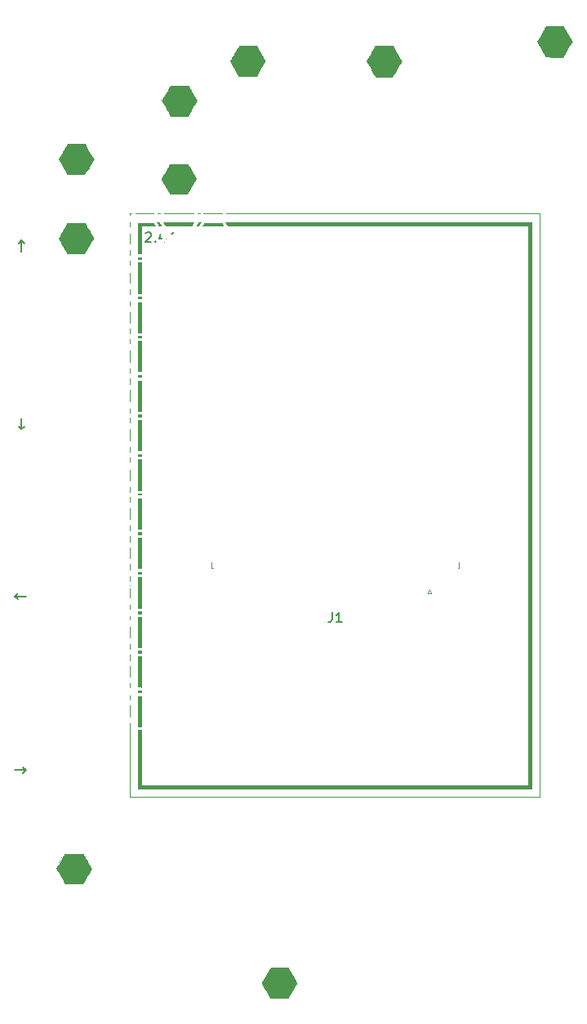
<source format=gbr>
%TF.GenerationSoftware,KiCad,Pcbnew,(5.1.6-0-10_14)*%
%TF.CreationDate,2021-01-05T22:04:13+01:00*%
%TF.ProjectId,ecsc21-badge,65637363-3231-42d6-9261-6467652e6b69,rev?*%
%TF.SameCoordinates,PX5c07920PY8b3c880*%
%TF.FileFunction,Legend,Top*%
%TF.FilePolarity,Positive*%
%FSLAX46Y46*%
G04 Gerber Fmt 4.6, Leading zero omitted, Abs format (unit mm)*
G04 Created by KiCad (PCBNEW (5.1.6-0-10_14)) date 2021-01-05 22:04:13*
%MOMM*%
%LPD*%
G01*
G04 APERTURE LIST*
%ADD10C,0.200000*%
%ADD11C,0.150000*%
%ADD12C,0.120000*%
%ADD13C,0.010000*%
%ADD14C,0.100000*%
%ADD15C,0.900000*%
%ADD16C,1.000000*%
%ADD17C,0.750000*%
%ADD18R,0.400000X1.200000*%
%ADD19R,2.400000X3.200000*%
G04 APERTURE END LIST*
D10*
X25021428Y19400000D02*
X26164285Y19400000D01*
X25878571Y19685715D02*
X26164285Y19400000D01*
X25878571Y19114286D01*
X26178571Y37400000D02*
X25035714Y37400000D01*
X25321428Y37114286D02*
X25035714Y37400000D01*
X25321428Y37685715D01*
X25700000Y73121429D02*
X25700000Y74264286D01*
X25414285Y73978572D02*
X25700000Y74264286D01*
X25985714Y73978572D01*
X25700000Y55878572D02*
X25700000Y54735715D01*
X25985714Y55021429D02*
X25700000Y54735715D01*
X25414285Y55021429D01*
D11*
X38569047Y75052381D02*
X38616666Y75100000D01*
X38711904Y75147620D01*
X38950000Y75147620D01*
X39045238Y75100000D01*
X39092857Y75052381D01*
X39140476Y74957143D01*
X39140476Y74861905D01*
X39092857Y74719048D01*
X38521428Y74147620D01*
X39140476Y74147620D01*
X39569047Y74242858D02*
X39616666Y74195239D01*
X39569047Y74147620D01*
X39521428Y74195239D01*
X39569047Y74242858D01*
X39569047Y74147620D01*
X40473809Y74814286D02*
X40473809Y74147620D01*
X40235714Y75195239D02*
X39997619Y74480953D01*
X40616666Y74480953D01*
X40997619Y75147620D02*
X40997619Y75100000D01*
X40950000Y75004762D01*
X40902380Y74957143D01*
X41378571Y75147620D02*
X41378571Y75100000D01*
X41330952Y75004762D01*
X41283333Y74957143D01*
D12*
X79450000Y16600000D02*
X36950000Y16600000D01*
X36950000Y77100000D02*
X79450000Y77100000D01*
X79450000Y77100000D02*
X79450000Y16600000D01*
X36950000Y16600000D02*
X36950000Y77100000D01*
D13*
%TO.C,G\u002A\u002A\u002A*%
G36*
X52643313Y-875752D02*
G01*
X52845002Y-876558D01*
X53010271Y-877998D01*
X53142075Y-880150D01*
X53243369Y-883091D01*
X53317108Y-886900D01*
X53366248Y-891656D01*
X53393744Y-897436D01*
X53401558Y-901959D01*
X53415152Y-923831D01*
X53447277Y-977874D01*
X53495322Y-1059582D01*
X53556674Y-1164450D01*
X53628721Y-1287974D01*
X53708851Y-1425649D01*
X53794451Y-1572971D01*
X53882910Y-1725433D01*
X53971614Y-1878533D01*
X54057953Y-2027764D01*
X54139313Y-2168622D01*
X54213083Y-2296602D01*
X54276649Y-2407200D01*
X54327401Y-2495911D01*
X54362725Y-2558229D01*
X54378028Y-2585878D01*
X54378945Y-2614991D01*
X54362483Y-2668477D01*
X54327825Y-2747889D01*
X54274154Y-2854780D01*
X54200653Y-2990703D01*
X54106506Y-3157210D01*
X53990897Y-3355855D01*
X53853008Y-3588189D01*
X53836018Y-3616584D01*
X53757311Y-3748641D01*
X53680121Y-3879281D01*
X53609109Y-4000532D01*
X53548935Y-4104422D01*
X53504259Y-4182980D01*
X53492629Y-4203959D01*
X53402740Y-4368000D01*
X51401973Y-4368000D01*
X51056014Y-3770042D01*
X50963396Y-3609929D01*
X50869653Y-3447814D01*
X50779000Y-3290992D01*
X50695654Y-3146758D01*
X50623830Y-3022407D01*
X50567744Y-2925233D01*
X50554736Y-2902677D01*
X50399417Y-2633271D01*
X50540690Y-2373510D01*
X50592738Y-2278647D01*
X50648946Y-2178002D01*
X50712062Y-2066808D01*
X50784835Y-1940297D01*
X50870014Y-1793701D01*
X50970347Y-1622252D01*
X51088585Y-1421183D01*
X51141986Y-1330584D01*
X51193291Y-1241945D01*
X51242360Y-1154367D01*
X51280745Y-1083010D01*
X51289430Y-1066000D01*
X51327034Y-998822D01*
X51366414Y-940420D01*
X51380645Y-923125D01*
X51424279Y-875500D01*
X52402248Y-875500D01*
X52643313Y-875752D01*
G37*
X52643313Y-875752D02*
X52845002Y-876558D01*
X53010271Y-877998D01*
X53142075Y-880150D01*
X53243369Y-883091D01*
X53317108Y-886900D01*
X53366248Y-891656D01*
X53393744Y-897436D01*
X53401558Y-901959D01*
X53415152Y-923831D01*
X53447277Y-977874D01*
X53495322Y-1059582D01*
X53556674Y-1164450D01*
X53628721Y-1287974D01*
X53708851Y-1425649D01*
X53794451Y-1572971D01*
X53882910Y-1725433D01*
X53971614Y-1878533D01*
X54057953Y-2027764D01*
X54139313Y-2168622D01*
X54213083Y-2296602D01*
X54276649Y-2407200D01*
X54327401Y-2495911D01*
X54362725Y-2558229D01*
X54378028Y-2585878D01*
X54378945Y-2614991D01*
X54362483Y-2668477D01*
X54327825Y-2747889D01*
X54274154Y-2854780D01*
X54200653Y-2990703D01*
X54106506Y-3157210D01*
X53990897Y-3355855D01*
X53853008Y-3588189D01*
X53836018Y-3616584D01*
X53757311Y-3748641D01*
X53680121Y-3879281D01*
X53609109Y-4000532D01*
X53548935Y-4104422D01*
X53504259Y-4182980D01*
X53492629Y-4203959D01*
X53402740Y-4368000D01*
X51401973Y-4368000D01*
X51056014Y-3770042D01*
X50963396Y-3609929D01*
X50869653Y-3447814D01*
X50779000Y-3290992D01*
X50695654Y-3146758D01*
X50623830Y-3022407D01*
X50567744Y-2925233D01*
X50554736Y-2902677D01*
X50399417Y-2633271D01*
X50540690Y-2373510D01*
X50592738Y-2278647D01*
X50648946Y-2178002D01*
X50712062Y-2066808D01*
X50784835Y-1940297D01*
X50870014Y-1793701D01*
X50970347Y-1622252D01*
X51088585Y-1421183D01*
X51141986Y-1330584D01*
X51193291Y-1241945D01*
X51242360Y-1154367D01*
X51280745Y-1083010D01*
X51289430Y-1066000D01*
X51327034Y-998822D01*
X51366414Y-940420D01*
X51380645Y-923125D01*
X51424279Y-875500D01*
X52402248Y-875500D01*
X52643313Y-875752D01*
G36*
X32338515Y10538625D02*
G01*
X32418582Y10402417D01*
X32501237Y10260216D01*
X32580470Y10122475D01*
X32650267Y9999647D01*
X32704619Y9902186D01*
X32706732Y9898333D01*
X32768962Y9786940D01*
X32836063Y9670420D01*
X32899394Y9563599D01*
X32944524Y9490367D01*
X33018418Y9363329D01*
X33061841Y9261957D01*
X33075570Y9183353D01*
X33060378Y9124618D01*
X33047084Y9106797D01*
X33018109Y9067325D01*
X32977859Y9002308D01*
X32933885Y8924119D01*
X32922953Y8903500D01*
X32872535Y8809602D01*
X32817928Y8711738D01*
X32770375Y8630028D01*
X32767443Y8625172D01*
X32703424Y8519250D01*
X32655187Y8438581D01*
X32616386Y8372323D01*
X32580678Y8309639D01*
X32541717Y8239688D01*
X32540092Y8236750D01*
X32488832Y8146906D01*
X32429760Y8047463D01*
X32389914Y7982750D01*
X32342355Y7904999D01*
X32284449Y7807128D01*
X32226203Y7706135D01*
X32206138Y7670611D01*
X32102317Y7485471D01*
X31096900Y7485593D01*
X30091484Y7485715D01*
X29605734Y8325479D01*
X29485125Y8534678D01*
X29384795Y8710346D01*
X29303265Y8855263D01*
X29239055Y8972210D01*
X29190684Y9063969D01*
X29156673Y9133319D01*
X29135540Y9183042D01*
X29125807Y9215919D01*
X29124845Y9229013D01*
X29138076Y9274915D01*
X29169404Y9344103D01*
X29213214Y9424795D01*
X29236472Y9463267D01*
X29316075Y9592722D01*
X29411064Y9751064D01*
X29516594Y9929991D01*
X29627821Y10121201D01*
X29739902Y10316395D01*
X29847992Y10507271D01*
X29901048Y10602125D01*
X30086620Y10935500D01*
X32103654Y10935500D01*
X32338515Y10538625D01*
G37*
X32338515Y10538625D02*
X32418582Y10402417D01*
X32501237Y10260216D01*
X32580470Y10122475D01*
X32650267Y9999647D01*
X32704619Y9902186D01*
X32706732Y9898333D01*
X32768962Y9786940D01*
X32836063Y9670420D01*
X32899394Y9563599D01*
X32944524Y9490367D01*
X33018418Y9363329D01*
X33061841Y9261957D01*
X33075570Y9183353D01*
X33060378Y9124618D01*
X33047084Y9106797D01*
X33018109Y9067325D01*
X32977859Y9002308D01*
X32933885Y8924119D01*
X32922953Y8903500D01*
X32872535Y8809602D01*
X32817928Y8711738D01*
X32770375Y8630028D01*
X32767443Y8625172D01*
X32703424Y8519250D01*
X32655187Y8438581D01*
X32616386Y8372323D01*
X32580678Y8309639D01*
X32541717Y8239688D01*
X32540092Y8236750D01*
X32488832Y8146906D01*
X32429760Y8047463D01*
X32389914Y7982750D01*
X32342355Y7904999D01*
X32284449Y7807128D01*
X32226203Y7706135D01*
X32206138Y7670611D01*
X32102317Y7485471D01*
X31096900Y7485593D01*
X30091484Y7485715D01*
X29605734Y8325479D01*
X29485125Y8534678D01*
X29384795Y8710346D01*
X29303265Y8855263D01*
X29239055Y8972210D01*
X29190684Y9063969D01*
X29156673Y9133319D01*
X29135540Y9183042D01*
X29125807Y9215919D01*
X29124845Y9229013D01*
X29138076Y9274915D01*
X29169404Y9344103D01*
X29213214Y9424795D01*
X29236472Y9463267D01*
X29316075Y9592722D01*
X29411064Y9751064D01*
X29516594Y9929991D01*
X29627821Y10121201D01*
X29739902Y10316395D01*
X29847992Y10507271D01*
X29901048Y10602125D01*
X30086620Y10935500D01*
X32103654Y10935500D01*
X32338515Y10538625D01*
G36*
X78573734Y17518333D02*
G01*
X37764385Y17518333D01*
X37767268Y33470950D01*
X38085724Y33470950D01*
X38085728Y32555295D01*
X38085745Y31659749D01*
X38085778Y30785078D01*
X38085825Y29932048D01*
X38085886Y29101429D01*
X38085961Y28293985D01*
X38086051Y27510484D01*
X38086154Y26751693D01*
X38086272Y26018379D01*
X38086403Y25311309D01*
X38086547Y24631250D01*
X38086705Y23978969D01*
X38086877Y23355232D01*
X38087062Y22760808D01*
X38087260Y22196462D01*
X38087471Y21662962D01*
X38087694Y21161075D01*
X38087931Y20691567D01*
X38088180Y20255206D01*
X38088442Y19852759D01*
X38088716Y19484992D01*
X38089002Y19152673D01*
X38089300Y18856568D01*
X38089611Y18597445D01*
X38089933Y18376071D01*
X38090267Y18193211D01*
X38090613Y18049635D01*
X38090970Y17946107D01*
X38091339Y17883396D01*
X38091710Y17862280D01*
X38099486Y17860772D01*
X38122101Y17859322D01*
X38160240Y17857931D01*
X38214583Y17856597D01*
X38285814Y17855320D01*
X38374616Y17854098D01*
X38481671Y17852932D01*
X38607663Y17851821D01*
X38753272Y17850763D01*
X38919184Y17849758D01*
X39106079Y17848806D01*
X39314640Y17847906D01*
X39545551Y17847056D01*
X39799494Y17846257D01*
X40077152Y17845507D01*
X40379207Y17844806D01*
X40706341Y17844153D01*
X41059239Y17843547D01*
X41438582Y17842988D01*
X41845053Y17842475D01*
X42279334Y17842007D01*
X42742109Y17841584D01*
X43234060Y17841204D01*
X43755870Y17840867D01*
X44308220Y17840573D01*
X44891795Y17840320D01*
X45507277Y17840108D01*
X46155348Y17839937D01*
X46836691Y17839804D01*
X47551989Y17839711D01*
X48301924Y17839655D01*
X49087179Y17839637D01*
X49908437Y17839655D01*
X50766380Y17839709D01*
X51661691Y17839798D01*
X52595053Y17839922D01*
X53567149Y17840079D01*
X54578660Y17840269D01*
X55630270Y17840492D01*
X56722662Y17840746D01*
X57856518Y17841031D01*
X58173698Y17841114D01*
X78245650Y17846416D01*
X78250950Y46839469D01*
X78256249Y75832522D01*
X58174366Y75827219D01*
X38092484Y75821916D01*
X38087079Y46855333D01*
X38086879Y45748066D01*
X38086696Y44650937D01*
X38086530Y43564712D01*
X38086379Y42490159D01*
X38086244Y41428045D01*
X38086125Y40379135D01*
X38086022Y39344199D01*
X38085934Y38324001D01*
X38085862Y37319310D01*
X38085805Y36330893D01*
X38085763Y35359515D01*
X38085736Y34405945D01*
X38085724Y33470950D01*
X37767268Y33470950D01*
X37769684Y46834178D01*
X37774984Y76150022D01*
X58174359Y76155303D01*
X78573734Y76160583D01*
X78573734Y17518333D01*
G37*
X78573734Y17518333D02*
X37764385Y17518333D01*
X37767268Y33470950D01*
X38085724Y33470950D01*
X38085728Y32555295D01*
X38085745Y31659749D01*
X38085778Y30785078D01*
X38085825Y29932048D01*
X38085886Y29101429D01*
X38085961Y28293985D01*
X38086051Y27510484D01*
X38086154Y26751693D01*
X38086272Y26018379D01*
X38086403Y25311309D01*
X38086547Y24631250D01*
X38086705Y23978969D01*
X38086877Y23355232D01*
X38087062Y22760808D01*
X38087260Y22196462D01*
X38087471Y21662962D01*
X38087694Y21161075D01*
X38087931Y20691567D01*
X38088180Y20255206D01*
X38088442Y19852759D01*
X38088716Y19484992D01*
X38089002Y19152673D01*
X38089300Y18856568D01*
X38089611Y18597445D01*
X38089933Y18376071D01*
X38090267Y18193211D01*
X38090613Y18049635D01*
X38090970Y17946107D01*
X38091339Y17883396D01*
X38091710Y17862280D01*
X38099486Y17860772D01*
X38122101Y17859322D01*
X38160240Y17857931D01*
X38214583Y17856597D01*
X38285814Y17855320D01*
X38374616Y17854098D01*
X38481671Y17852932D01*
X38607663Y17851821D01*
X38753272Y17850763D01*
X38919184Y17849758D01*
X39106079Y17848806D01*
X39314640Y17847906D01*
X39545551Y17847056D01*
X39799494Y17846257D01*
X40077152Y17845507D01*
X40379207Y17844806D01*
X40706341Y17844153D01*
X41059239Y17843547D01*
X41438582Y17842988D01*
X41845053Y17842475D01*
X42279334Y17842007D01*
X42742109Y17841584D01*
X43234060Y17841204D01*
X43755870Y17840867D01*
X44308220Y17840573D01*
X44891795Y17840320D01*
X45507277Y17840108D01*
X46155348Y17839937D01*
X46836691Y17839804D01*
X47551989Y17839711D01*
X48301924Y17839655D01*
X49087179Y17839637D01*
X49908437Y17839655D01*
X50766380Y17839709D01*
X51661691Y17839798D01*
X52595053Y17839922D01*
X53567149Y17840079D01*
X54578660Y17840269D01*
X55630270Y17840492D01*
X56722662Y17840746D01*
X57856518Y17841031D01*
X58173698Y17841114D01*
X78245650Y17846416D01*
X78250950Y46839469D01*
X78256249Y75832522D01*
X58174366Y75827219D01*
X38092484Y75821916D01*
X38087079Y46855333D01*
X38086879Y45748066D01*
X38086696Y44650937D01*
X38086530Y43564712D01*
X38086379Y42490159D01*
X38086244Y41428045D01*
X38086125Y40379135D01*
X38086022Y39344199D01*
X38085934Y38324001D01*
X38085862Y37319310D01*
X38085805Y36330893D01*
X38085763Y35359515D01*
X38085736Y34405945D01*
X38085724Y33470950D01*
X37767268Y33470950D01*
X37769684Y46834178D01*
X37774984Y76150022D01*
X58174359Y76155303D01*
X78573734Y76160583D01*
X78573734Y17518333D01*
G36*
X32387917Y76144915D02*
G01*
X32420544Y76090505D01*
X32470235Y76008207D01*
X32531998Y75906264D01*
X32600838Y75792918D01*
X32662630Y75691399D01*
X32738849Y75565319D01*
X32817053Y75434220D01*
X32890714Y75309167D01*
X32953302Y75201223D01*
X32987420Y75141066D01*
X33047945Y75033322D01*
X33113860Y74916932D01*
X33174907Y74809974D01*
X33201612Y74763583D01*
X33246580Y74683024D01*
X33283663Y74611440D01*
X33307161Y74560051D01*
X33311708Y74546812D01*
X33309569Y74523709D01*
X33294582Y74482059D01*
X33265278Y74419044D01*
X33220187Y74331845D01*
X33157838Y74217643D01*
X33076760Y74073619D01*
X32975485Y73896956D01*
X32947389Y73848312D01*
X32853914Y73686606D01*
X32761855Y73527222D01*
X32674695Y73376202D01*
X32595922Y73239592D01*
X32529020Y73123433D01*
X32477474Y73033769D01*
X32453016Y72991092D01*
X32335150Y72784935D01*
X31336752Y72784717D01*
X30338353Y72784500D01*
X30296496Y72853291D01*
X30255539Y72921644D01*
X30200296Y73015380D01*
X30133312Y73130058D01*
X30057133Y73261235D01*
X29974303Y73404470D01*
X29887366Y73555321D01*
X29798869Y73709346D01*
X29711356Y73862102D01*
X29627371Y74009148D01*
X29549460Y74146043D01*
X29480168Y74268343D01*
X29422039Y74371607D01*
X29377619Y74451393D01*
X29349453Y74503260D01*
X29340067Y74522657D01*
X29350341Y74545394D01*
X29379487Y74600184D01*
X29424991Y74682547D01*
X29484338Y74788002D01*
X29555013Y74912069D01*
X29634504Y75050266D01*
X29686724Y75140411D01*
X29779003Y75299317D01*
X29871903Y75459343D01*
X29961304Y75613391D01*
X30043088Y75754361D01*
X30113134Y75875154D01*
X30167324Y75968669D01*
X30180398Y75991250D01*
X30327416Y76245250D01*
X31324562Y76250748D01*
X32321709Y76256246D01*
X32387917Y76144915D01*
G37*
X32387917Y76144915D02*
X32420544Y76090505D01*
X32470235Y76008207D01*
X32531998Y75906264D01*
X32600838Y75792918D01*
X32662630Y75691399D01*
X32738849Y75565319D01*
X32817053Y75434220D01*
X32890714Y75309167D01*
X32953302Y75201223D01*
X32987420Y75141066D01*
X33047945Y75033322D01*
X33113860Y74916932D01*
X33174907Y74809974D01*
X33201612Y74763583D01*
X33246580Y74683024D01*
X33283663Y74611440D01*
X33307161Y74560051D01*
X33311708Y74546812D01*
X33309569Y74523709D01*
X33294582Y74482059D01*
X33265278Y74419044D01*
X33220187Y74331845D01*
X33157838Y74217643D01*
X33076760Y74073619D01*
X32975485Y73896956D01*
X32947389Y73848312D01*
X32853914Y73686606D01*
X32761855Y73527222D01*
X32674695Y73376202D01*
X32595922Y73239592D01*
X32529020Y73123433D01*
X32477474Y73033769D01*
X32453016Y72991092D01*
X32335150Y72784935D01*
X31336752Y72784717D01*
X30338353Y72784500D01*
X30296496Y72853291D01*
X30255539Y72921644D01*
X30200296Y73015380D01*
X30133312Y73130058D01*
X30057133Y73261235D01*
X29974303Y73404470D01*
X29887366Y73555321D01*
X29798869Y73709346D01*
X29711356Y73862102D01*
X29627371Y74009148D01*
X29549460Y74146043D01*
X29480168Y74268343D01*
X29422039Y74371607D01*
X29377619Y74451393D01*
X29349453Y74503260D01*
X29340067Y74522657D01*
X29350341Y74545394D01*
X29379487Y74600184D01*
X29424991Y74682547D01*
X29484338Y74788002D01*
X29555013Y74912069D01*
X29634504Y75050266D01*
X29686724Y75140411D01*
X29779003Y75299317D01*
X29871903Y75459343D01*
X29961304Y75613391D01*
X30043088Y75754361D01*
X30113134Y75875154D01*
X30167324Y75968669D01*
X30180398Y75991250D01*
X30327416Y76245250D01*
X31324562Y76250748D01*
X32321709Y76256246D01*
X32387917Y76144915D01*
G36*
X42981860Y82383583D02*
G01*
X43156618Y82097833D01*
X43232324Y81972089D01*
X43318908Y81825149D01*
X43407042Y81673018D01*
X43487401Y81531700D01*
X43508165Y81494583D01*
X43578759Y81368726D01*
X43654074Y81236010D01*
X43726790Y81109235D01*
X43789590Y81001199D01*
X43811892Y80963408D01*
X43863749Y80873398D01*
X43908016Y80791503D01*
X43939627Y80727420D01*
X43952961Y80693427D01*
X43953628Y80674657D01*
X43946906Y80646472D01*
X43931111Y80605636D01*
X43904559Y80548910D01*
X43865568Y80473058D01*
X43812453Y80374841D01*
X43743532Y80251023D01*
X43657120Y80098365D01*
X43551535Y79913630D01*
X43508239Y79838185D01*
X43410457Y79668206D01*
X43317939Y79507906D01*
X43233075Y79361384D01*
X43158252Y79232742D01*
X43095860Y79126078D01*
X43048286Y79045495D01*
X43017919Y78995092D01*
X43008951Y78981041D01*
X42968518Y78922833D01*
X40985186Y78922833D01*
X40943657Y78991625D01*
X40924329Y79024437D01*
X40886312Y79089686D01*
X40832059Y79183135D01*
X40764026Y79300546D01*
X40684666Y79437683D01*
X40596435Y79590306D01*
X40501787Y79754180D01*
X40455097Y79835070D01*
X40330736Y80051802D01*
X40227812Y80233914D01*
X40145565Y80382833D01*
X40083233Y80499986D01*
X40040057Y80586800D01*
X40015275Y80644702D01*
X40008067Y80673591D01*
X40021396Y80736169D01*
X40052185Y80793545D01*
X40084387Y80839991D01*
X40127529Y80909324D01*
X40172630Y80987078D01*
X40175478Y80992191D01*
X40208568Y81050810D01*
X40259004Y81138923D01*
X40322730Y81249503D01*
X40395687Y81375519D01*
X40473819Y81509944D01*
X40526577Y81600416D01*
X40606581Y81738081D01*
X40684585Y81873508D01*
X40756387Y81999312D01*
X40817785Y82108108D01*
X40864577Y82192511D01*
X40884826Y82230141D01*
X40971150Y82394199D01*
X42981860Y82383583D01*
G37*
X42981860Y82383583D02*
X43156618Y82097833D01*
X43232324Y81972089D01*
X43318908Y81825149D01*
X43407042Y81673018D01*
X43487401Y81531700D01*
X43508165Y81494583D01*
X43578759Y81368726D01*
X43654074Y81236010D01*
X43726790Y81109235D01*
X43789590Y81001199D01*
X43811892Y80963408D01*
X43863749Y80873398D01*
X43908016Y80791503D01*
X43939627Y80727420D01*
X43952961Y80693427D01*
X43953628Y80674657D01*
X43946906Y80646472D01*
X43931111Y80605636D01*
X43904559Y80548910D01*
X43865568Y80473058D01*
X43812453Y80374841D01*
X43743532Y80251023D01*
X43657120Y80098365D01*
X43551535Y79913630D01*
X43508239Y79838185D01*
X43410457Y79668206D01*
X43317939Y79507906D01*
X43233075Y79361384D01*
X43158252Y79232742D01*
X43095860Y79126078D01*
X43048286Y79045495D01*
X43017919Y78995092D01*
X43008951Y78981041D01*
X42968518Y78922833D01*
X40985186Y78922833D01*
X40943657Y78991625D01*
X40924329Y79024437D01*
X40886312Y79089686D01*
X40832059Y79183135D01*
X40764026Y79300546D01*
X40684666Y79437683D01*
X40596435Y79590306D01*
X40501787Y79754180D01*
X40455097Y79835070D01*
X40330736Y80051802D01*
X40227812Y80233914D01*
X40145565Y80382833D01*
X40083233Y80499986D01*
X40040057Y80586800D01*
X40015275Y80644702D01*
X40008067Y80673591D01*
X40021396Y80736169D01*
X40052185Y80793545D01*
X40084387Y80839991D01*
X40127529Y80909324D01*
X40172630Y80987078D01*
X40175478Y80992191D01*
X40208568Y81050810D01*
X40259004Y81138923D01*
X40322730Y81249503D01*
X40395687Y81375519D01*
X40473819Y81509944D01*
X40526577Y81600416D01*
X40606581Y81738081D01*
X40684585Y81873508D01*
X40756387Y81999312D01*
X40817785Y82108108D01*
X40864577Y82192511D01*
X40884826Y82230141D01*
X40971150Y82394199D01*
X42981860Y82383583D01*
G36*
X32458874Y84230375D02*
G01*
X32503355Y84153401D01*
X32565265Y84046249D01*
X32640861Y83915402D01*
X32726398Y83767340D01*
X32818133Y83608543D01*
X32912321Y83445492D01*
X32966462Y83351764D01*
X33336428Y82711279D01*
X32993624Y82113514D01*
X32901568Y81953180D01*
X32808166Y81790839D01*
X32717648Y81633821D01*
X32634245Y81489456D01*
X32562189Y81365074D01*
X32505710Y81268006D01*
X32492985Y81246242D01*
X32335150Y80976734D01*
X30335876Y80976000D01*
X30305514Y81023625D01*
X30277556Y81069342D01*
X30233394Y81143886D01*
X30175579Y81242794D01*
X30106660Y81361599D01*
X30029184Y81495836D01*
X29945701Y81641040D01*
X29858760Y81792746D01*
X29770911Y81946489D01*
X29684701Y82097803D01*
X29602681Y82242224D01*
X29527398Y82375286D01*
X29461403Y82492524D01*
X29407243Y82589473D01*
X29367469Y82661668D01*
X29344628Y82704643D01*
X29340067Y82714850D01*
X29351255Y82746330D01*
X29378260Y82791787D01*
X29379146Y82793066D01*
X29402807Y82830656D01*
X29442392Y82897423D01*
X29493331Y82985498D01*
X29551053Y83087017D01*
X29583953Y83145583D01*
X29653021Y83267431D01*
X29727280Y83395686D01*
X29798952Y83517079D01*
X29860258Y83618336D01*
X29874544Y83641333D01*
X29937918Y83746007D01*
X30003773Y83860457D01*
X30061867Y83966672D01*
X30085149Y84011750D01*
X30138358Y84112699D01*
X30199529Y84221061D01*
X30256500Y84315377D01*
X30263053Y84325625D01*
X30355213Y84468500D01*
X32321252Y84468500D01*
X32458874Y84230375D01*
G37*
X32458874Y84230375D02*
X32503355Y84153401D01*
X32565265Y84046249D01*
X32640861Y83915402D01*
X32726398Y83767340D01*
X32818133Y83608543D01*
X32912321Y83445492D01*
X32966462Y83351764D01*
X33336428Y82711279D01*
X32993624Y82113514D01*
X32901568Y81953180D01*
X32808166Y81790839D01*
X32717648Y81633821D01*
X32634245Y81489456D01*
X32562189Y81365074D01*
X32505710Y81268006D01*
X32492985Y81246242D01*
X32335150Y80976734D01*
X30335876Y80976000D01*
X30305514Y81023625D01*
X30277556Y81069342D01*
X30233394Y81143886D01*
X30175579Y81242794D01*
X30106660Y81361599D01*
X30029184Y81495836D01*
X29945701Y81641040D01*
X29858760Y81792746D01*
X29770911Y81946489D01*
X29684701Y82097803D01*
X29602681Y82242224D01*
X29527398Y82375286D01*
X29461403Y82492524D01*
X29407243Y82589473D01*
X29367469Y82661668D01*
X29344628Y82704643D01*
X29340067Y82714850D01*
X29351255Y82746330D01*
X29378260Y82791787D01*
X29379146Y82793066D01*
X29402807Y82830656D01*
X29442392Y82897423D01*
X29493331Y82985498D01*
X29551053Y83087017D01*
X29583953Y83145583D01*
X29653021Y83267431D01*
X29727280Y83395686D01*
X29798952Y83517079D01*
X29860258Y83618336D01*
X29874544Y83641333D01*
X29937918Y83746007D01*
X30003773Y83860457D01*
X30061867Y83966672D01*
X30085149Y84011750D01*
X30138358Y84112699D01*
X30199529Y84221061D01*
X30256500Y84315377D01*
X30263053Y84325625D01*
X30355213Y84468500D01*
X32321252Y84468500D01*
X32458874Y84230375D01*
G36*
X43100074Y90390766D02*
G01*
X43140939Y90310475D01*
X43192426Y90219356D01*
X43228549Y90160534D01*
X43265279Y90101254D01*
X43317357Y90014223D01*
X43379393Y89908596D01*
X43445996Y89793527D01*
X43490812Y89715143D01*
X43554381Y89604391D01*
X43614128Y89502204D01*
X43665574Y89416098D01*
X43704239Y89353593D01*
X43722504Y89326250D01*
X43751806Y89281065D01*
X43794037Y89209260D01*
X43842825Y89121894D01*
X43878283Y89055854D01*
X43937570Y88936217D01*
X43973205Y88842328D01*
X43986111Y88765465D01*
X43977209Y88696904D01*
X43947420Y88627922D01*
X43927102Y88593874D01*
X43894154Y88540253D01*
X43843995Y88456503D01*
X43780476Y88349221D01*
X43707450Y88225000D01*
X43628767Y88090433D01*
X43548278Y87952116D01*
X43469836Y87816643D01*
X43397292Y87690608D01*
X43334497Y87580605D01*
X43310207Y87537666D01*
X43256503Y87444045D01*
X43203303Y87354153D01*
X43158172Y87280643D01*
X43137145Y87248226D01*
X43097145Y87184267D01*
X43065288Y87125023D01*
X43056676Y87105351D01*
X43035948Y87050833D01*
X41025683Y87050833D01*
X40872777Y87310125D01*
X40806577Y87422889D01*
X40729009Y87555847D01*
X40643524Y87703007D01*
X40553576Y87858375D01*
X40462615Y88015957D01*
X40374095Y88169760D01*
X40291467Y88313791D01*
X40218184Y88442057D01*
X40157697Y88548563D01*
X40113459Y88627318D01*
X40099237Y88653087D01*
X40027593Y88784257D01*
X40253324Y89182253D01*
X40326663Y89310613D01*
X40399464Y89436334D01*
X40466898Y89551199D01*
X40524135Y89646992D01*
X40566344Y89715495D01*
X40571774Y89723985D01*
X40627935Y89815253D01*
X40685126Y89914923D01*
X40729802Y89999152D01*
X40770807Y90078108D01*
X40824444Y90176529D01*
X40881492Y90277619D01*
X40903640Y90315791D01*
X41012169Y90501000D01*
X43048830Y90501000D01*
X43100074Y90390766D01*
G37*
X43100074Y90390766D02*
X43140939Y90310475D01*
X43192426Y90219356D01*
X43228549Y90160534D01*
X43265279Y90101254D01*
X43317357Y90014223D01*
X43379393Y89908596D01*
X43445996Y89793527D01*
X43490812Y89715143D01*
X43554381Y89604391D01*
X43614128Y89502204D01*
X43665574Y89416098D01*
X43704239Y89353593D01*
X43722504Y89326250D01*
X43751806Y89281065D01*
X43794037Y89209260D01*
X43842825Y89121894D01*
X43878283Y89055854D01*
X43937570Y88936217D01*
X43973205Y88842328D01*
X43986111Y88765465D01*
X43977209Y88696904D01*
X43947420Y88627922D01*
X43927102Y88593874D01*
X43894154Y88540253D01*
X43843995Y88456503D01*
X43780476Y88349221D01*
X43707450Y88225000D01*
X43628767Y88090433D01*
X43548278Y87952116D01*
X43469836Y87816643D01*
X43397292Y87690608D01*
X43334497Y87580605D01*
X43310207Y87537666D01*
X43256503Y87444045D01*
X43203303Y87354153D01*
X43158172Y87280643D01*
X43137145Y87248226D01*
X43097145Y87184267D01*
X43065288Y87125023D01*
X43056676Y87105351D01*
X43035948Y87050833D01*
X41025683Y87050833D01*
X40872777Y87310125D01*
X40806577Y87422889D01*
X40729009Y87555847D01*
X40643524Y87703007D01*
X40553576Y87858375D01*
X40462615Y88015957D01*
X40374095Y88169760D01*
X40291467Y88313791D01*
X40218184Y88442057D01*
X40157697Y88548563D01*
X40113459Y88627318D01*
X40099237Y88653087D01*
X40027593Y88784257D01*
X40253324Y89182253D01*
X40326663Y89310613D01*
X40399464Y89436334D01*
X40466898Y89551199D01*
X40524135Y89646992D01*
X40566344Y89715495D01*
X40571774Y89723985D01*
X40627935Y89815253D01*
X40685126Y89914923D01*
X40729802Y89999152D01*
X40770807Y90078108D01*
X40824444Y90176529D01*
X40881492Y90277619D01*
X40903640Y90315791D01*
X41012169Y90501000D01*
X43048830Y90501000D01*
X43100074Y90390766D01*
G36*
X62979664Y94607701D02*
G01*
X63202708Y94607352D01*
X63259650Y94607333D01*
X63489421Y94607240D01*
X63680547Y94606872D01*
X63836714Y94606092D01*
X63961610Y94604766D01*
X64058922Y94602759D01*
X64132338Y94599934D01*
X64185545Y94596156D01*
X64222230Y94591291D01*
X64246081Y94585203D01*
X64260784Y94577756D01*
X64268815Y94570291D01*
X64285821Y94544492D01*
X64321506Y94485962D01*
X64373514Y94398709D01*
X64439489Y94286740D01*
X64517075Y94154064D01*
X64603916Y94004687D01*
X64697657Y93842618D01*
X64750978Y93750083D01*
X64847664Y93582076D01*
X64938705Y93423886D01*
X65021733Y93279628D01*
X65094381Y93153415D01*
X65154281Y93049361D01*
X65199065Y92971579D01*
X65226364Y92924185D01*
X65232954Y92912758D01*
X65241743Y92894850D01*
X65245143Y92875260D01*
X65240977Y92849317D01*
X65227069Y92812353D01*
X65201244Y92759697D01*
X65161325Y92686680D01*
X65105138Y92588632D01*
X65030505Y92460883D01*
X64991330Y92394175D01*
X64898782Y92235924D01*
X64796990Y92060587D01*
X64693188Y91880704D01*
X64594604Y91708815D01*
X64508470Y91557460D01*
X64488597Y91522291D01*
X64258776Y91114833D01*
X62261124Y91114833D01*
X61760661Y91986238D01*
X61260198Y92857644D01*
X61453846Y93198030D01*
X61532749Y93335551D01*
X61624844Y93494193D01*
X61721330Y93658906D01*
X61813404Y93814640D01*
X61863315Y93898250D01*
X61935454Y94019720D01*
X62004976Y94138950D01*
X62066979Y94247373D01*
X62116561Y94336421D01*
X62147895Y94395666D01*
X62171042Y94444558D01*
X62189869Y94485352D01*
X62208190Y94518774D01*
X62229820Y94545552D01*
X62258573Y94566412D01*
X62298262Y94582078D01*
X62352703Y94593279D01*
X62425708Y94600739D01*
X62521093Y94605185D01*
X62642671Y94607343D01*
X62794257Y94607940D01*
X62979664Y94607701D01*
G37*
X62979664Y94607701D02*
X63202708Y94607352D01*
X63259650Y94607333D01*
X63489421Y94607240D01*
X63680547Y94606872D01*
X63836714Y94606092D01*
X63961610Y94604766D01*
X64058922Y94602759D01*
X64132338Y94599934D01*
X64185545Y94596156D01*
X64222230Y94591291D01*
X64246081Y94585203D01*
X64260784Y94577756D01*
X64268815Y94570291D01*
X64285821Y94544492D01*
X64321506Y94485962D01*
X64373514Y94398709D01*
X64439489Y94286740D01*
X64517075Y94154064D01*
X64603916Y94004687D01*
X64697657Y93842618D01*
X64750978Y93750083D01*
X64847664Y93582076D01*
X64938705Y93423886D01*
X65021733Y93279628D01*
X65094381Y93153415D01*
X65154281Y93049361D01*
X65199065Y92971579D01*
X65226364Y92924185D01*
X65232954Y92912758D01*
X65241743Y92894850D01*
X65245143Y92875260D01*
X65240977Y92849317D01*
X65227069Y92812353D01*
X65201244Y92759697D01*
X65161325Y92686680D01*
X65105138Y92588632D01*
X65030505Y92460883D01*
X64991330Y92394175D01*
X64898782Y92235924D01*
X64796990Y92060587D01*
X64693188Y91880704D01*
X64594604Y91708815D01*
X64508470Y91557460D01*
X64488597Y91522291D01*
X64258776Y91114833D01*
X62261124Y91114833D01*
X61760661Y91986238D01*
X61260198Y92857644D01*
X61453846Y93198030D01*
X61532749Y93335551D01*
X61624844Y93494193D01*
X61721330Y93658906D01*
X61813404Y93814640D01*
X61863315Y93898250D01*
X61935454Y94019720D01*
X62004976Y94138950D01*
X62066979Y94247373D01*
X62116561Y94336421D01*
X62147895Y94395666D01*
X62171042Y94444558D01*
X62189869Y94485352D01*
X62208190Y94518774D01*
X62229820Y94545552D01*
X62258573Y94566412D01*
X62298262Y94582078D01*
X62352703Y94593279D01*
X62425708Y94600739D01*
X62521093Y94605185D01*
X62642671Y94607343D01*
X62794257Y94607940D01*
X62979664Y94607701D01*
G36*
X50134662Y94596750D02*
G01*
X50238182Y94416833D01*
X50286975Y94332524D01*
X50350272Y94223860D01*
X50421019Y94102920D01*
X50492160Y93981779D01*
X50516427Y93940583D01*
X50590083Y93814513D01*
X50669513Y93676651D01*
X50746233Y93541834D01*
X50811762Y93424898D01*
X50825051Y93400833D01*
X50882852Y93297041D01*
X50940754Y93195273D01*
X50991968Y93107338D01*
X51029176Y93045880D01*
X51066880Y92977620D01*
X51092369Y92915443D01*
X51099400Y92881141D01*
X51088995Y92848132D01*
X51059682Y92784310D01*
X51014319Y92695175D01*
X50955760Y92586225D01*
X50886862Y92462959D01*
X50838514Y92378844D01*
X50748439Y92223520D01*
X50649269Y92052066D01*
X50548281Y91877091D01*
X50452750Y91711202D01*
X50369953Y91567010D01*
X50356973Y91544348D01*
X50136317Y91158947D01*
X49127141Y91158057D01*
X48117965Y91157166D01*
X48045157Y91278875D01*
X47975976Y91395438D01*
X47897556Y91529130D01*
X47812423Y91675506D01*
X47723102Y91830118D01*
X47632120Y91988522D01*
X47542000Y92146272D01*
X47455270Y92298920D01*
X47374453Y92442022D01*
X47302077Y92571132D01*
X47240665Y92681803D01*
X47192745Y92769589D01*
X47160840Y92830045D01*
X47147477Y92858725D01*
X47147278Y92859548D01*
X47152245Y92907265D01*
X47174866Y92964156D01*
X47177390Y92968622D01*
X47204030Y93015443D01*
X47244396Y93087576D01*
X47291888Y93173199D01*
X47319131Y93222622D01*
X47369868Y93313259D01*
X47434694Y93426691D01*
X47505851Y93549456D01*
X47575578Y93668091D01*
X47586556Y93686583D01*
X47650753Y93795523D01*
X47713326Y93903420D01*
X47768128Y93999560D01*
X47809010Y94073230D01*
X47817325Y94088750D01*
X47904711Y94245550D01*
X48002068Y94406461D01*
X48081592Y94528165D01*
X48135960Y94607748D01*
X50134662Y94596750D01*
G37*
X50134662Y94596750D02*
X50238182Y94416833D01*
X50286975Y94332524D01*
X50350272Y94223860D01*
X50421019Y94102920D01*
X50492160Y93981779D01*
X50516427Y93940583D01*
X50590083Y93814513D01*
X50669513Y93676651D01*
X50746233Y93541834D01*
X50811762Y93424898D01*
X50825051Y93400833D01*
X50882852Y93297041D01*
X50940754Y93195273D01*
X50991968Y93107338D01*
X51029176Y93045880D01*
X51066880Y92977620D01*
X51092369Y92915443D01*
X51099400Y92881141D01*
X51088995Y92848132D01*
X51059682Y92784310D01*
X51014319Y92695175D01*
X50955760Y92586225D01*
X50886862Y92462959D01*
X50838514Y92378844D01*
X50748439Y92223520D01*
X50649269Y92052066D01*
X50548281Y91877091D01*
X50452750Y91711202D01*
X50369953Y91567010D01*
X50356973Y91544348D01*
X50136317Y91158947D01*
X49127141Y91158057D01*
X48117965Y91157166D01*
X48045157Y91278875D01*
X47975976Y91395438D01*
X47897556Y91529130D01*
X47812423Y91675506D01*
X47723102Y91830118D01*
X47632120Y91988522D01*
X47542000Y92146272D01*
X47455270Y92298920D01*
X47374453Y92442022D01*
X47302077Y92571132D01*
X47240665Y92681803D01*
X47192745Y92769589D01*
X47160840Y92830045D01*
X47147477Y92858725D01*
X47147278Y92859548D01*
X47152245Y92907265D01*
X47174866Y92964156D01*
X47177390Y92968622D01*
X47204030Y93015443D01*
X47244396Y93087576D01*
X47291888Y93173199D01*
X47319131Y93222622D01*
X47369868Y93313259D01*
X47434694Y93426691D01*
X47505851Y93549456D01*
X47575578Y93668091D01*
X47586556Y93686583D01*
X47650753Y93795523D01*
X47713326Y93903420D01*
X47768128Y93999560D01*
X47809010Y94073230D01*
X47817325Y94088750D01*
X47904711Y94245550D01*
X48002068Y94406461D01*
X48081592Y94528165D01*
X48135960Y94607748D01*
X50134662Y94596750D01*
G36*
X81186945Y96639085D02*
G01*
X81390099Y96638291D01*
X81556802Y96636873D01*
X81689995Y96634755D01*
X81792616Y96631858D01*
X81867607Y96628108D01*
X81917907Y96623426D01*
X81946457Y96617735D01*
X81955273Y96612875D01*
X81970002Y96589517D01*
X82003612Y96533321D01*
X82053855Y96448133D01*
X82118484Y96337797D01*
X82195250Y96206158D01*
X82281904Y96057062D01*
X82376199Y95894354D01*
X82447234Y95771500D01*
X82545534Y95601527D01*
X82637719Y95442510D01*
X82721556Y95298276D01*
X82794807Y95172654D01*
X82855239Y95069472D01*
X82900615Y94992558D01*
X82928701Y94945739D01*
X82936961Y94932815D01*
X82932756Y94906219D01*
X82906107Y94845256D01*
X82857610Y94751077D01*
X82787859Y94624831D01*
X82697451Y94467666D01*
X82684773Y94445982D01*
X82594528Y94291244D01*
X82496795Y94122582D01*
X82398306Y93951682D01*
X82305789Y93790233D01*
X82225975Y93649923D01*
X82204838Y93612500D01*
X82139222Y93496250D01*
X82079093Y93390055D01*
X82028144Y93300413D01*
X81990071Y93233823D01*
X81968567Y93196783D01*
X81967170Y93194458D01*
X81938258Y93146833D01*
X79954024Y93146833D01*
X79452518Y94018039D01*
X79336263Y94220223D01*
X79239606Y94389052D01*
X79160873Y94527771D01*
X79098391Y94639628D01*
X79050490Y94727869D01*
X79015495Y94795742D01*
X78991736Y94846492D01*
X78977538Y94883366D01*
X78971231Y94909612D01*
X78971142Y94928475D01*
X78975598Y94943203D01*
X78975771Y94943586D01*
X78995700Y94982134D01*
X79033702Y95051056D01*
X79086274Y95144303D01*
X79149915Y95255826D01*
X79221121Y95379577D01*
X79296391Y95509506D01*
X79372223Y95639565D01*
X79445113Y95763704D01*
X79511561Y95875875D01*
X79568063Y95970030D01*
X79604860Y96030101D01*
X79668122Y96135620D01*
X79735746Y96254503D01*
X79795838Y96365684D01*
X79811349Y96395829D01*
X79853980Y96478060D01*
X79892146Y96548085D01*
X79920190Y96595683D01*
X79928901Y96608186D01*
X79939970Y96615563D01*
X79962176Y96621707D01*
X79999009Y96626726D01*
X80053957Y96630727D01*
X80130509Y96633815D01*
X80232154Y96636100D01*
X80362381Y96637687D01*
X80524678Y96638683D01*
X80722535Y96639196D01*
X80944400Y96639333D01*
X81186945Y96639085D01*
G37*
X81186945Y96639085D02*
X81390099Y96638291D01*
X81556802Y96636873D01*
X81689995Y96634755D01*
X81792616Y96631858D01*
X81867607Y96628108D01*
X81917907Y96623426D01*
X81946457Y96617735D01*
X81955273Y96612875D01*
X81970002Y96589517D01*
X82003612Y96533321D01*
X82053855Y96448133D01*
X82118484Y96337797D01*
X82195250Y96206158D01*
X82281904Y96057062D01*
X82376199Y95894354D01*
X82447234Y95771500D01*
X82545534Y95601527D01*
X82637719Y95442510D01*
X82721556Y95298276D01*
X82794807Y95172654D01*
X82855239Y95069472D01*
X82900615Y94992558D01*
X82928701Y94945739D01*
X82936961Y94932815D01*
X82932756Y94906219D01*
X82906107Y94845256D01*
X82857610Y94751077D01*
X82787859Y94624831D01*
X82697451Y94467666D01*
X82684773Y94445982D01*
X82594528Y94291244D01*
X82496795Y94122582D01*
X82398306Y93951682D01*
X82305789Y93790233D01*
X82225975Y93649923D01*
X82204838Y93612500D01*
X82139222Y93496250D01*
X82079093Y93390055D01*
X82028144Y93300413D01*
X81990071Y93233823D01*
X81968567Y93196783D01*
X81967170Y93194458D01*
X81938258Y93146833D01*
X79954024Y93146833D01*
X79452518Y94018039D01*
X79336263Y94220223D01*
X79239606Y94389052D01*
X79160873Y94527771D01*
X79098391Y94639628D01*
X79050490Y94727869D01*
X79015495Y94795742D01*
X78991736Y94846492D01*
X78977538Y94883366D01*
X78971231Y94909612D01*
X78971142Y94928475D01*
X78975598Y94943203D01*
X78975771Y94943586D01*
X78995700Y94982134D01*
X79033702Y95051056D01*
X79086274Y95144303D01*
X79149915Y95255826D01*
X79221121Y95379577D01*
X79296391Y95509506D01*
X79372223Y95639565D01*
X79445113Y95763704D01*
X79511561Y95875875D01*
X79568063Y95970030D01*
X79604860Y96030101D01*
X79668122Y96135620D01*
X79735746Y96254503D01*
X79795838Y96365684D01*
X79811349Y96395829D01*
X79853980Y96478060D01*
X79892146Y96548085D01*
X79920190Y96595683D01*
X79928901Y96608186D01*
X79939970Y96615563D01*
X79962176Y96621707D01*
X79999009Y96626726D01*
X80053957Y96630727D01*
X80130509Y96633815D01*
X80232154Y96636100D01*
X80362381Y96637687D01*
X80524678Y96638683D01*
X80722535Y96639196D01*
X80944400Y96639333D01*
X81186945Y96639085D01*
G36*
X81186945Y96639085D02*
G01*
X81390099Y96638291D01*
X81556802Y96636873D01*
X81689995Y96634755D01*
X81792616Y96631858D01*
X81867607Y96628108D01*
X81917907Y96623426D01*
X81946457Y96617735D01*
X81955273Y96612875D01*
X81970002Y96589517D01*
X82003612Y96533321D01*
X82053855Y96448133D01*
X82118484Y96337797D01*
X82195250Y96206158D01*
X82281904Y96057062D01*
X82376199Y95894354D01*
X82447234Y95771500D01*
X82545534Y95601527D01*
X82637719Y95442510D01*
X82721556Y95298276D01*
X82794807Y95172654D01*
X82855239Y95069472D01*
X82900615Y94992558D01*
X82928701Y94945739D01*
X82936961Y94932815D01*
X82932756Y94906219D01*
X82906107Y94845256D01*
X82857610Y94751077D01*
X82787859Y94624831D01*
X82697451Y94467666D01*
X82684773Y94445982D01*
X82594528Y94291244D01*
X82496795Y94122582D01*
X82398306Y93951682D01*
X82305789Y93790233D01*
X82225975Y93649923D01*
X82204838Y93612500D01*
X82139222Y93496250D01*
X82079093Y93390055D01*
X82028144Y93300413D01*
X81990071Y93233823D01*
X81968567Y93196783D01*
X81967170Y93194458D01*
X81938258Y93146833D01*
X79954024Y93146833D01*
X79452518Y94018039D01*
X79336263Y94220223D01*
X79239606Y94389052D01*
X79160873Y94527771D01*
X79098391Y94639628D01*
X79050490Y94727869D01*
X79015495Y94795742D01*
X78991736Y94846492D01*
X78977538Y94883366D01*
X78971231Y94909612D01*
X78971142Y94928475D01*
X78975598Y94943203D01*
X78975771Y94943586D01*
X78995700Y94982134D01*
X79033702Y95051056D01*
X79086274Y95144303D01*
X79149915Y95255826D01*
X79221121Y95379577D01*
X79296391Y95509506D01*
X79372223Y95639565D01*
X79445113Y95763704D01*
X79511561Y95875875D01*
X79568063Y95970030D01*
X79604860Y96030101D01*
X79668122Y96135620D01*
X79735746Y96254503D01*
X79795838Y96365684D01*
X79811349Y96395829D01*
X79853980Y96478060D01*
X79892146Y96548085D01*
X79920190Y96595683D01*
X79928901Y96608186D01*
X79939970Y96615563D01*
X79962176Y96621707D01*
X79999009Y96626726D01*
X80053957Y96630727D01*
X80130509Y96633815D01*
X80232154Y96636100D01*
X80362381Y96637687D01*
X80524678Y96638683D01*
X80722535Y96639196D01*
X80944400Y96639333D01*
X81186945Y96639085D01*
G37*
X81186945Y96639085D02*
X81390099Y96638291D01*
X81556802Y96636873D01*
X81689995Y96634755D01*
X81792616Y96631858D01*
X81867607Y96628108D01*
X81917907Y96623426D01*
X81946457Y96617735D01*
X81955273Y96612875D01*
X81970002Y96589517D01*
X82003612Y96533321D01*
X82053855Y96448133D01*
X82118484Y96337797D01*
X82195250Y96206158D01*
X82281904Y96057062D01*
X82376199Y95894354D01*
X82447234Y95771500D01*
X82545534Y95601527D01*
X82637719Y95442510D01*
X82721556Y95298276D01*
X82794807Y95172654D01*
X82855239Y95069472D01*
X82900615Y94992558D01*
X82928701Y94945739D01*
X82936961Y94932815D01*
X82932756Y94906219D01*
X82906107Y94845256D01*
X82857610Y94751077D01*
X82787859Y94624831D01*
X82697451Y94467666D01*
X82684773Y94445982D01*
X82594528Y94291244D01*
X82496795Y94122582D01*
X82398306Y93951682D01*
X82305789Y93790233D01*
X82225975Y93649923D01*
X82204838Y93612500D01*
X82139222Y93496250D01*
X82079093Y93390055D01*
X82028144Y93300413D01*
X81990071Y93233823D01*
X81968567Y93196783D01*
X81967170Y93194458D01*
X81938258Y93146833D01*
X79954024Y93146833D01*
X79452518Y94018039D01*
X79336263Y94220223D01*
X79239606Y94389052D01*
X79160873Y94527771D01*
X79098391Y94639628D01*
X79050490Y94727869D01*
X79015495Y94795742D01*
X78991736Y94846492D01*
X78977538Y94883366D01*
X78971231Y94909612D01*
X78971142Y94928475D01*
X78975598Y94943203D01*
X78975771Y94943586D01*
X78995700Y94982134D01*
X79033702Y95051056D01*
X79086274Y95144303D01*
X79149915Y95255826D01*
X79221121Y95379577D01*
X79296391Y95509506D01*
X79372223Y95639565D01*
X79445113Y95763704D01*
X79511561Y95875875D01*
X79568063Y95970030D01*
X79604860Y96030101D01*
X79668122Y96135620D01*
X79735746Y96254503D01*
X79795838Y96365684D01*
X79811349Y96395829D01*
X79853980Y96478060D01*
X79892146Y96548085D01*
X79920190Y96595683D01*
X79928901Y96608186D01*
X79939970Y96615563D01*
X79962176Y96621707D01*
X79999009Y96626726D01*
X80053957Y96630727D01*
X80130509Y96633815D01*
X80232154Y96636100D01*
X80362381Y96637687D01*
X80524678Y96638683D01*
X80722535Y96639196D01*
X80944400Y96639333D01*
X81186945Y96639085D01*
G36*
X50134662Y94596750D02*
G01*
X50238182Y94416833D01*
X50286975Y94332524D01*
X50350272Y94223860D01*
X50421019Y94102920D01*
X50492160Y93981779D01*
X50516427Y93940583D01*
X50590083Y93814513D01*
X50669513Y93676651D01*
X50746233Y93541834D01*
X50811762Y93424898D01*
X50825051Y93400833D01*
X50882852Y93297041D01*
X50940754Y93195273D01*
X50991968Y93107338D01*
X51029176Y93045880D01*
X51066880Y92977620D01*
X51092369Y92915443D01*
X51099400Y92881141D01*
X51088995Y92848132D01*
X51059682Y92784310D01*
X51014319Y92695175D01*
X50955760Y92586225D01*
X50886862Y92462959D01*
X50838514Y92378844D01*
X50748439Y92223520D01*
X50649269Y92052066D01*
X50548281Y91877091D01*
X50452750Y91711202D01*
X50369953Y91567010D01*
X50356973Y91544348D01*
X50136317Y91158947D01*
X49127141Y91158057D01*
X48117965Y91157166D01*
X48045157Y91278875D01*
X47975976Y91395438D01*
X47897556Y91529130D01*
X47812423Y91675506D01*
X47723102Y91830118D01*
X47632120Y91988522D01*
X47542000Y92146272D01*
X47455270Y92298920D01*
X47374453Y92442022D01*
X47302077Y92571132D01*
X47240665Y92681803D01*
X47192745Y92769589D01*
X47160840Y92830045D01*
X47147477Y92858725D01*
X47147278Y92859548D01*
X47152245Y92907265D01*
X47174866Y92964156D01*
X47177390Y92968622D01*
X47204030Y93015443D01*
X47244396Y93087576D01*
X47291888Y93173199D01*
X47319131Y93222622D01*
X47369868Y93313259D01*
X47434694Y93426691D01*
X47505851Y93549456D01*
X47575578Y93668091D01*
X47586556Y93686583D01*
X47650753Y93795523D01*
X47713326Y93903420D01*
X47768128Y93999560D01*
X47809010Y94073230D01*
X47817325Y94088750D01*
X47904711Y94245550D01*
X48002068Y94406461D01*
X48081592Y94528165D01*
X48135960Y94607748D01*
X50134662Y94596750D01*
G37*
X50134662Y94596750D02*
X50238182Y94416833D01*
X50286975Y94332524D01*
X50350272Y94223860D01*
X50421019Y94102920D01*
X50492160Y93981779D01*
X50516427Y93940583D01*
X50590083Y93814513D01*
X50669513Y93676651D01*
X50746233Y93541834D01*
X50811762Y93424898D01*
X50825051Y93400833D01*
X50882852Y93297041D01*
X50940754Y93195273D01*
X50991968Y93107338D01*
X51029176Y93045880D01*
X51066880Y92977620D01*
X51092369Y92915443D01*
X51099400Y92881141D01*
X51088995Y92848132D01*
X51059682Y92784310D01*
X51014319Y92695175D01*
X50955760Y92586225D01*
X50886862Y92462959D01*
X50838514Y92378844D01*
X50748439Y92223520D01*
X50649269Y92052066D01*
X50548281Y91877091D01*
X50452750Y91711202D01*
X50369953Y91567010D01*
X50356973Y91544348D01*
X50136317Y91158947D01*
X49127141Y91158057D01*
X48117965Y91157166D01*
X48045157Y91278875D01*
X47975976Y91395438D01*
X47897556Y91529130D01*
X47812423Y91675506D01*
X47723102Y91830118D01*
X47632120Y91988522D01*
X47542000Y92146272D01*
X47455270Y92298920D01*
X47374453Y92442022D01*
X47302077Y92571132D01*
X47240665Y92681803D01*
X47192745Y92769589D01*
X47160840Y92830045D01*
X47147477Y92858725D01*
X47147278Y92859548D01*
X47152245Y92907265D01*
X47174866Y92964156D01*
X47177390Y92968622D01*
X47204030Y93015443D01*
X47244396Y93087576D01*
X47291888Y93173199D01*
X47319131Y93222622D01*
X47369868Y93313259D01*
X47434694Y93426691D01*
X47505851Y93549456D01*
X47575578Y93668091D01*
X47586556Y93686583D01*
X47650753Y93795523D01*
X47713326Y93903420D01*
X47768128Y93999560D01*
X47809010Y94073230D01*
X47817325Y94088750D01*
X47904711Y94245550D01*
X48002068Y94406461D01*
X48081592Y94528165D01*
X48135960Y94607748D01*
X50134662Y94596750D01*
G36*
X62979664Y94607701D02*
G01*
X63202708Y94607352D01*
X63259650Y94607333D01*
X63489421Y94607240D01*
X63680547Y94606872D01*
X63836714Y94606092D01*
X63961610Y94604766D01*
X64058922Y94602759D01*
X64132338Y94599934D01*
X64185545Y94596156D01*
X64222230Y94591291D01*
X64246081Y94585203D01*
X64260784Y94577756D01*
X64268815Y94570291D01*
X64285821Y94544492D01*
X64321506Y94485962D01*
X64373514Y94398709D01*
X64439489Y94286740D01*
X64517075Y94154064D01*
X64603916Y94004687D01*
X64697657Y93842618D01*
X64750978Y93750083D01*
X64847664Y93582076D01*
X64938705Y93423886D01*
X65021733Y93279628D01*
X65094381Y93153415D01*
X65154281Y93049361D01*
X65199065Y92971579D01*
X65226364Y92924185D01*
X65232954Y92912758D01*
X65241743Y92894850D01*
X65245143Y92875260D01*
X65240977Y92849317D01*
X65227069Y92812353D01*
X65201244Y92759697D01*
X65161325Y92686680D01*
X65105138Y92588632D01*
X65030505Y92460883D01*
X64991330Y92394175D01*
X64898782Y92235924D01*
X64796990Y92060587D01*
X64693188Y91880704D01*
X64594604Y91708815D01*
X64508470Y91557460D01*
X64488597Y91522291D01*
X64258776Y91114833D01*
X62261124Y91114833D01*
X61760661Y91986238D01*
X61260198Y92857644D01*
X61453846Y93198030D01*
X61532749Y93335551D01*
X61624844Y93494193D01*
X61721330Y93658906D01*
X61813404Y93814640D01*
X61863315Y93898250D01*
X61935454Y94019720D01*
X62004976Y94138950D01*
X62066979Y94247373D01*
X62116561Y94336421D01*
X62147895Y94395666D01*
X62171042Y94444558D01*
X62189869Y94485352D01*
X62208190Y94518774D01*
X62229820Y94545552D01*
X62258573Y94566412D01*
X62298262Y94582078D01*
X62352703Y94593279D01*
X62425708Y94600739D01*
X62521093Y94605185D01*
X62642671Y94607343D01*
X62794257Y94607940D01*
X62979664Y94607701D01*
G37*
X62979664Y94607701D02*
X63202708Y94607352D01*
X63259650Y94607333D01*
X63489421Y94607240D01*
X63680547Y94606872D01*
X63836714Y94606092D01*
X63961610Y94604766D01*
X64058922Y94602759D01*
X64132338Y94599934D01*
X64185545Y94596156D01*
X64222230Y94591291D01*
X64246081Y94585203D01*
X64260784Y94577756D01*
X64268815Y94570291D01*
X64285821Y94544492D01*
X64321506Y94485962D01*
X64373514Y94398709D01*
X64439489Y94286740D01*
X64517075Y94154064D01*
X64603916Y94004687D01*
X64697657Y93842618D01*
X64750978Y93750083D01*
X64847664Y93582076D01*
X64938705Y93423886D01*
X65021733Y93279628D01*
X65094381Y93153415D01*
X65154281Y93049361D01*
X65199065Y92971579D01*
X65226364Y92924185D01*
X65232954Y92912758D01*
X65241743Y92894850D01*
X65245143Y92875260D01*
X65240977Y92849317D01*
X65227069Y92812353D01*
X65201244Y92759697D01*
X65161325Y92686680D01*
X65105138Y92588632D01*
X65030505Y92460883D01*
X64991330Y92394175D01*
X64898782Y92235924D01*
X64796990Y92060587D01*
X64693188Y91880704D01*
X64594604Y91708815D01*
X64508470Y91557460D01*
X64488597Y91522291D01*
X64258776Y91114833D01*
X62261124Y91114833D01*
X61760661Y91986238D01*
X61260198Y92857644D01*
X61453846Y93198030D01*
X61532749Y93335551D01*
X61624844Y93494193D01*
X61721330Y93658906D01*
X61813404Y93814640D01*
X61863315Y93898250D01*
X61935454Y94019720D01*
X62004976Y94138950D01*
X62066979Y94247373D01*
X62116561Y94336421D01*
X62147895Y94395666D01*
X62171042Y94444558D01*
X62189869Y94485352D01*
X62208190Y94518774D01*
X62229820Y94545552D01*
X62258573Y94566412D01*
X62298262Y94582078D01*
X62352703Y94593279D01*
X62425708Y94600739D01*
X62521093Y94605185D01*
X62642671Y94607343D01*
X62794257Y94607940D01*
X62979664Y94607701D01*
G36*
X43100074Y90390766D02*
G01*
X43140939Y90310475D01*
X43192426Y90219356D01*
X43228549Y90160534D01*
X43265279Y90101254D01*
X43317357Y90014223D01*
X43379393Y89908596D01*
X43445996Y89793527D01*
X43490812Y89715143D01*
X43554381Y89604391D01*
X43614128Y89502204D01*
X43665574Y89416098D01*
X43704239Y89353593D01*
X43722504Y89326250D01*
X43751806Y89281065D01*
X43794037Y89209260D01*
X43842825Y89121894D01*
X43878283Y89055854D01*
X43937570Y88936217D01*
X43973205Y88842328D01*
X43986111Y88765465D01*
X43977209Y88696904D01*
X43947420Y88627922D01*
X43927102Y88593874D01*
X43894154Y88540253D01*
X43843995Y88456503D01*
X43780476Y88349221D01*
X43707450Y88225000D01*
X43628767Y88090433D01*
X43548278Y87952116D01*
X43469836Y87816643D01*
X43397292Y87690608D01*
X43334497Y87580605D01*
X43310207Y87537666D01*
X43256503Y87444045D01*
X43203303Y87354153D01*
X43158172Y87280643D01*
X43137145Y87248226D01*
X43097145Y87184267D01*
X43065288Y87125023D01*
X43056676Y87105351D01*
X43035948Y87050833D01*
X41025683Y87050833D01*
X40872777Y87310125D01*
X40806577Y87422889D01*
X40729009Y87555847D01*
X40643524Y87703007D01*
X40553576Y87858375D01*
X40462615Y88015957D01*
X40374095Y88169760D01*
X40291467Y88313791D01*
X40218184Y88442057D01*
X40157697Y88548563D01*
X40113459Y88627318D01*
X40099237Y88653087D01*
X40027593Y88784257D01*
X40253324Y89182253D01*
X40326663Y89310613D01*
X40399464Y89436334D01*
X40466898Y89551199D01*
X40524135Y89646992D01*
X40566344Y89715495D01*
X40571774Y89723985D01*
X40627935Y89815253D01*
X40685126Y89914923D01*
X40729802Y89999152D01*
X40770807Y90078108D01*
X40824444Y90176529D01*
X40881492Y90277619D01*
X40903640Y90315791D01*
X41012169Y90501000D01*
X43048830Y90501000D01*
X43100074Y90390766D01*
G37*
X43100074Y90390766D02*
X43140939Y90310475D01*
X43192426Y90219356D01*
X43228549Y90160534D01*
X43265279Y90101254D01*
X43317357Y90014223D01*
X43379393Y89908596D01*
X43445996Y89793527D01*
X43490812Y89715143D01*
X43554381Y89604391D01*
X43614128Y89502204D01*
X43665574Y89416098D01*
X43704239Y89353593D01*
X43722504Y89326250D01*
X43751806Y89281065D01*
X43794037Y89209260D01*
X43842825Y89121894D01*
X43878283Y89055854D01*
X43937570Y88936217D01*
X43973205Y88842328D01*
X43986111Y88765465D01*
X43977209Y88696904D01*
X43947420Y88627922D01*
X43927102Y88593874D01*
X43894154Y88540253D01*
X43843995Y88456503D01*
X43780476Y88349221D01*
X43707450Y88225000D01*
X43628767Y88090433D01*
X43548278Y87952116D01*
X43469836Y87816643D01*
X43397292Y87690608D01*
X43334497Y87580605D01*
X43310207Y87537666D01*
X43256503Y87444045D01*
X43203303Y87354153D01*
X43158172Y87280643D01*
X43137145Y87248226D01*
X43097145Y87184267D01*
X43065288Y87125023D01*
X43056676Y87105351D01*
X43035948Y87050833D01*
X41025683Y87050833D01*
X40872777Y87310125D01*
X40806577Y87422889D01*
X40729009Y87555847D01*
X40643524Y87703007D01*
X40553576Y87858375D01*
X40462615Y88015957D01*
X40374095Y88169760D01*
X40291467Y88313791D01*
X40218184Y88442057D01*
X40157697Y88548563D01*
X40113459Y88627318D01*
X40099237Y88653087D01*
X40027593Y88784257D01*
X40253324Y89182253D01*
X40326663Y89310613D01*
X40399464Y89436334D01*
X40466898Y89551199D01*
X40524135Y89646992D01*
X40566344Y89715495D01*
X40571774Y89723985D01*
X40627935Y89815253D01*
X40685126Y89914923D01*
X40729802Y89999152D01*
X40770807Y90078108D01*
X40824444Y90176529D01*
X40881492Y90277619D01*
X40903640Y90315791D01*
X41012169Y90501000D01*
X43048830Y90501000D01*
X43100074Y90390766D01*
G36*
X32458874Y84230375D02*
G01*
X32503355Y84153401D01*
X32565265Y84046249D01*
X32640861Y83915402D01*
X32726398Y83767340D01*
X32818133Y83608543D01*
X32912321Y83445492D01*
X32966462Y83351764D01*
X33336428Y82711279D01*
X32993624Y82113514D01*
X32901568Y81953180D01*
X32808166Y81790839D01*
X32717648Y81633821D01*
X32634245Y81489456D01*
X32562189Y81365074D01*
X32505710Y81268006D01*
X32492985Y81246242D01*
X32335150Y80976734D01*
X30335876Y80976000D01*
X30305514Y81023625D01*
X30277556Y81069342D01*
X30233394Y81143886D01*
X30175579Y81242794D01*
X30106660Y81361599D01*
X30029184Y81495836D01*
X29945701Y81641040D01*
X29858760Y81792746D01*
X29770911Y81946489D01*
X29684701Y82097803D01*
X29602681Y82242224D01*
X29527398Y82375286D01*
X29461403Y82492524D01*
X29407243Y82589473D01*
X29367469Y82661668D01*
X29344628Y82704643D01*
X29340067Y82714850D01*
X29351255Y82746330D01*
X29378260Y82791787D01*
X29379146Y82793066D01*
X29402807Y82830656D01*
X29442392Y82897423D01*
X29493331Y82985498D01*
X29551053Y83087017D01*
X29583953Y83145583D01*
X29653021Y83267431D01*
X29727280Y83395686D01*
X29798952Y83517079D01*
X29860258Y83618336D01*
X29874544Y83641333D01*
X29937918Y83746007D01*
X30003773Y83860457D01*
X30061867Y83966672D01*
X30085149Y84011750D01*
X30138358Y84112699D01*
X30199529Y84221061D01*
X30256500Y84315377D01*
X30263053Y84325625D01*
X30355213Y84468500D01*
X32321252Y84468500D01*
X32458874Y84230375D01*
G37*
X32458874Y84230375D02*
X32503355Y84153401D01*
X32565265Y84046249D01*
X32640861Y83915402D01*
X32726398Y83767340D01*
X32818133Y83608543D01*
X32912321Y83445492D01*
X32966462Y83351764D01*
X33336428Y82711279D01*
X32993624Y82113514D01*
X32901568Y81953180D01*
X32808166Y81790839D01*
X32717648Y81633821D01*
X32634245Y81489456D01*
X32562189Y81365074D01*
X32505710Y81268006D01*
X32492985Y81246242D01*
X32335150Y80976734D01*
X30335876Y80976000D01*
X30305514Y81023625D01*
X30277556Y81069342D01*
X30233394Y81143886D01*
X30175579Y81242794D01*
X30106660Y81361599D01*
X30029184Y81495836D01*
X29945701Y81641040D01*
X29858760Y81792746D01*
X29770911Y81946489D01*
X29684701Y82097803D01*
X29602681Y82242224D01*
X29527398Y82375286D01*
X29461403Y82492524D01*
X29407243Y82589473D01*
X29367469Y82661668D01*
X29344628Y82704643D01*
X29340067Y82714850D01*
X29351255Y82746330D01*
X29378260Y82791787D01*
X29379146Y82793066D01*
X29402807Y82830656D01*
X29442392Y82897423D01*
X29493331Y82985498D01*
X29551053Y83087017D01*
X29583953Y83145583D01*
X29653021Y83267431D01*
X29727280Y83395686D01*
X29798952Y83517079D01*
X29860258Y83618336D01*
X29874544Y83641333D01*
X29937918Y83746007D01*
X30003773Y83860457D01*
X30061867Y83966672D01*
X30085149Y84011750D01*
X30138358Y84112699D01*
X30199529Y84221061D01*
X30256500Y84315377D01*
X30263053Y84325625D01*
X30355213Y84468500D01*
X32321252Y84468500D01*
X32458874Y84230375D01*
G36*
X42981860Y82383583D02*
G01*
X43156618Y82097833D01*
X43232324Y81972089D01*
X43318908Y81825149D01*
X43407042Y81673018D01*
X43487401Y81531700D01*
X43508165Y81494583D01*
X43578759Y81368726D01*
X43654074Y81236010D01*
X43726790Y81109235D01*
X43789590Y81001199D01*
X43811892Y80963408D01*
X43863749Y80873398D01*
X43908016Y80791503D01*
X43939627Y80727420D01*
X43952961Y80693427D01*
X43953628Y80674657D01*
X43946906Y80646472D01*
X43931111Y80605636D01*
X43904559Y80548910D01*
X43865568Y80473058D01*
X43812453Y80374841D01*
X43743532Y80251023D01*
X43657120Y80098365D01*
X43551535Y79913630D01*
X43508239Y79838185D01*
X43410457Y79668206D01*
X43317939Y79507906D01*
X43233075Y79361384D01*
X43158252Y79232742D01*
X43095860Y79126078D01*
X43048286Y79045495D01*
X43017919Y78995092D01*
X43008951Y78981041D01*
X42968518Y78922833D01*
X40985186Y78922833D01*
X40943657Y78991625D01*
X40924329Y79024437D01*
X40886312Y79089686D01*
X40832059Y79183135D01*
X40764026Y79300546D01*
X40684666Y79437683D01*
X40596435Y79590306D01*
X40501787Y79754180D01*
X40455097Y79835070D01*
X40330736Y80051802D01*
X40227812Y80233914D01*
X40145565Y80382833D01*
X40083233Y80499986D01*
X40040057Y80586800D01*
X40015275Y80644702D01*
X40008067Y80673591D01*
X40021396Y80736169D01*
X40052185Y80793545D01*
X40084387Y80839991D01*
X40127529Y80909324D01*
X40172630Y80987078D01*
X40175478Y80992191D01*
X40208568Y81050810D01*
X40259004Y81138923D01*
X40322730Y81249503D01*
X40395687Y81375519D01*
X40473819Y81509944D01*
X40526577Y81600416D01*
X40606581Y81738081D01*
X40684585Y81873508D01*
X40756387Y81999312D01*
X40817785Y82108108D01*
X40864577Y82192511D01*
X40884826Y82230141D01*
X40971150Y82394199D01*
X42981860Y82383583D01*
G37*
X42981860Y82383583D02*
X43156618Y82097833D01*
X43232324Y81972089D01*
X43318908Y81825149D01*
X43407042Y81673018D01*
X43487401Y81531700D01*
X43508165Y81494583D01*
X43578759Y81368726D01*
X43654074Y81236010D01*
X43726790Y81109235D01*
X43789590Y81001199D01*
X43811892Y80963408D01*
X43863749Y80873398D01*
X43908016Y80791503D01*
X43939627Y80727420D01*
X43952961Y80693427D01*
X43953628Y80674657D01*
X43946906Y80646472D01*
X43931111Y80605636D01*
X43904559Y80548910D01*
X43865568Y80473058D01*
X43812453Y80374841D01*
X43743532Y80251023D01*
X43657120Y80098365D01*
X43551535Y79913630D01*
X43508239Y79838185D01*
X43410457Y79668206D01*
X43317939Y79507906D01*
X43233075Y79361384D01*
X43158252Y79232742D01*
X43095860Y79126078D01*
X43048286Y79045495D01*
X43017919Y78995092D01*
X43008951Y78981041D01*
X42968518Y78922833D01*
X40985186Y78922833D01*
X40943657Y78991625D01*
X40924329Y79024437D01*
X40886312Y79089686D01*
X40832059Y79183135D01*
X40764026Y79300546D01*
X40684666Y79437683D01*
X40596435Y79590306D01*
X40501787Y79754180D01*
X40455097Y79835070D01*
X40330736Y80051802D01*
X40227812Y80233914D01*
X40145565Y80382833D01*
X40083233Y80499986D01*
X40040057Y80586800D01*
X40015275Y80644702D01*
X40008067Y80673591D01*
X40021396Y80736169D01*
X40052185Y80793545D01*
X40084387Y80839991D01*
X40127529Y80909324D01*
X40172630Y80987078D01*
X40175478Y80992191D01*
X40208568Y81050810D01*
X40259004Y81138923D01*
X40322730Y81249503D01*
X40395687Y81375519D01*
X40473819Y81509944D01*
X40526577Y81600416D01*
X40606581Y81738081D01*
X40684585Y81873508D01*
X40756387Y81999312D01*
X40817785Y82108108D01*
X40864577Y82192511D01*
X40884826Y82230141D01*
X40971150Y82394199D01*
X42981860Y82383583D01*
G36*
X32387917Y76144915D02*
G01*
X32420544Y76090505D01*
X32470235Y76008207D01*
X32531998Y75906264D01*
X32600838Y75792918D01*
X32662630Y75691399D01*
X32738849Y75565319D01*
X32817053Y75434220D01*
X32890714Y75309167D01*
X32953302Y75201223D01*
X32987420Y75141066D01*
X33047945Y75033322D01*
X33113860Y74916932D01*
X33174907Y74809974D01*
X33201612Y74763583D01*
X33246580Y74683024D01*
X33283663Y74611440D01*
X33307161Y74560051D01*
X33311708Y74546812D01*
X33309569Y74523709D01*
X33294582Y74482059D01*
X33265278Y74419044D01*
X33220187Y74331845D01*
X33157838Y74217643D01*
X33076760Y74073619D01*
X32975485Y73896956D01*
X32947389Y73848312D01*
X32853914Y73686606D01*
X32761855Y73527222D01*
X32674695Y73376202D01*
X32595922Y73239592D01*
X32529020Y73123433D01*
X32477474Y73033769D01*
X32453016Y72991092D01*
X32335150Y72784935D01*
X31336752Y72784717D01*
X30338353Y72784500D01*
X30296496Y72853291D01*
X30255539Y72921644D01*
X30200296Y73015380D01*
X30133312Y73130058D01*
X30057133Y73261235D01*
X29974303Y73404470D01*
X29887366Y73555321D01*
X29798869Y73709346D01*
X29711356Y73862102D01*
X29627371Y74009148D01*
X29549460Y74146043D01*
X29480168Y74268343D01*
X29422039Y74371607D01*
X29377619Y74451393D01*
X29349453Y74503260D01*
X29340067Y74522657D01*
X29350341Y74545394D01*
X29379487Y74600184D01*
X29424991Y74682547D01*
X29484338Y74788002D01*
X29555013Y74912069D01*
X29634504Y75050266D01*
X29686724Y75140411D01*
X29779003Y75299317D01*
X29871903Y75459343D01*
X29961304Y75613391D01*
X30043088Y75754361D01*
X30113134Y75875154D01*
X30167324Y75968669D01*
X30180398Y75991250D01*
X30327416Y76245250D01*
X31324562Y76250748D01*
X32321709Y76256246D01*
X32387917Y76144915D01*
G37*
X32387917Y76144915D02*
X32420544Y76090505D01*
X32470235Y76008207D01*
X32531998Y75906264D01*
X32600838Y75792918D01*
X32662630Y75691399D01*
X32738849Y75565319D01*
X32817053Y75434220D01*
X32890714Y75309167D01*
X32953302Y75201223D01*
X32987420Y75141066D01*
X33047945Y75033322D01*
X33113860Y74916932D01*
X33174907Y74809974D01*
X33201612Y74763583D01*
X33246580Y74683024D01*
X33283663Y74611440D01*
X33307161Y74560051D01*
X33311708Y74546812D01*
X33309569Y74523709D01*
X33294582Y74482059D01*
X33265278Y74419044D01*
X33220187Y74331845D01*
X33157838Y74217643D01*
X33076760Y74073619D01*
X32975485Y73896956D01*
X32947389Y73848312D01*
X32853914Y73686606D01*
X32761855Y73527222D01*
X32674695Y73376202D01*
X32595922Y73239592D01*
X32529020Y73123433D01*
X32477474Y73033769D01*
X32453016Y72991092D01*
X32335150Y72784935D01*
X31336752Y72784717D01*
X30338353Y72784500D01*
X30296496Y72853291D01*
X30255539Y72921644D01*
X30200296Y73015380D01*
X30133312Y73130058D01*
X30057133Y73261235D01*
X29974303Y73404470D01*
X29887366Y73555321D01*
X29798869Y73709346D01*
X29711356Y73862102D01*
X29627371Y74009148D01*
X29549460Y74146043D01*
X29480168Y74268343D01*
X29422039Y74371607D01*
X29377619Y74451393D01*
X29349453Y74503260D01*
X29340067Y74522657D01*
X29350341Y74545394D01*
X29379487Y74600184D01*
X29424991Y74682547D01*
X29484338Y74788002D01*
X29555013Y74912069D01*
X29634504Y75050266D01*
X29686724Y75140411D01*
X29779003Y75299317D01*
X29871903Y75459343D01*
X29961304Y75613391D01*
X30043088Y75754361D01*
X30113134Y75875154D01*
X30167324Y75968669D01*
X30180398Y75991250D01*
X30327416Y76245250D01*
X31324562Y76250748D01*
X32321709Y76256246D01*
X32387917Y76144915D01*
G36*
X78573734Y17518333D02*
G01*
X37764385Y17518333D01*
X37767268Y33470950D01*
X38085724Y33470950D01*
X38085728Y32555295D01*
X38085745Y31659749D01*
X38085778Y30785078D01*
X38085825Y29932048D01*
X38085886Y29101429D01*
X38085961Y28293985D01*
X38086051Y27510484D01*
X38086154Y26751693D01*
X38086272Y26018379D01*
X38086403Y25311309D01*
X38086547Y24631250D01*
X38086705Y23978969D01*
X38086877Y23355232D01*
X38087062Y22760808D01*
X38087260Y22196462D01*
X38087471Y21662962D01*
X38087694Y21161075D01*
X38087931Y20691567D01*
X38088180Y20255206D01*
X38088442Y19852759D01*
X38088716Y19484992D01*
X38089002Y19152673D01*
X38089300Y18856568D01*
X38089611Y18597445D01*
X38089933Y18376071D01*
X38090267Y18193211D01*
X38090613Y18049635D01*
X38090970Y17946107D01*
X38091339Y17883396D01*
X38091710Y17862280D01*
X38099486Y17860772D01*
X38122101Y17859322D01*
X38160240Y17857931D01*
X38214583Y17856597D01*
X38285814Y17855320D01*
X38374616Y17854098D01*
X38481671Y17852932D01*
X38607663Y17851821D01*
X38753272Y17850763D01*
X38919184Y17849758D01*
X39106079Y17848806D01*
X39314640Y17847906D01*
X39545551Y17847056D01*
X39799494Y17846257D01*
X40077152Y17845507D01*
X40379207Y17844806D01*
X40706341Y17844153D01*
X41059239Y17843547D01*
X41438582Y17842988D01*
X41845053Y17842475D01*
X42279334Y17842007D01*
X42742109Y17841584D01*
X43234060Y17841204D01*
X43755870Y17840867D01*
X44308220Y17840573D01*
X44891795Y17840320D01*
X45507277Y17840108D01*
X46155348Y17839937D01*
X46836691Y17839804D01*
X47551989Y17839711D01*
X48301924Y17839655D01*
X49087179Y17839637D01*
X49908437Y17839655D01*
X50766380Y17839709D01*
X51661691Y17839798D01*
X52595053Y17839922D01*
X53567149Y17840079D01*
X54578660Y17840269D01*
X55630270Y17840492D01*
X56722662Y17840746D01*
X57856518Y17841031D01*
X58173698Y17841114D01*
X78245650Y17846416D01*
X78250950Y46839469D01*
X78256249Y75832522D01*
X58174366Y75827219D01*
X38092484Y75821916D01*
X38087079Y46855333D01*
X38086879Y45748066D01*
X38086696Y44650937D01*
X38086530Y43564712D01*
X38086379Y42490159D01*
X38086244Y41428045D01*
X38086125Y40379135D01*
X38086022Y39344199D01*
X38085934Y38324001D01*
X38085862Y37319310D01*
X38085805Y36330893D01*
X38085763Y35359515D01*
X38085736Y34405945D01*
X38085724Y33470950D01*
X37767268Y33470950D01*
X37769684Y46834178D01*
X37774984Y76150022D01*
X58174359Y76155303D01*
X78573734Y76160583D01*
X78573734Y17518333D01*
G37*
X78573734Y17518333D02*
X37764385Y17518333D01*
X37767268Y33470950D01*
X38085724Y33470950D01*
X38085728Y32555295D01*
X38085745Y31659749D01*
X38085778Y30785078D01*
X38085825Y29932048D01*
X38085886Y29101429D01*
X38085961Y28293985D01*
X38086051Y27510484D01*
X38086154Y26751693D01*
X38086272Y26018379D01*
X38086403Y25311309D01*
X38086547Y24631250D01*
X38086705Y23978969D01*
X38086877Y23355232D01*
X38087062Y22760808D01*
X38087260Y22196462D01*
X38087471Y21662962D01*
X38087694Y21161075D01*
X38087931Y20691567D01*
X38088180Y20255206D01*
X38088442Y19852759D01*
X38088716Y19484992D01*
X38089002Y19152673D01*
X38089300Y18856568D01*
X38089611Y18597445D01*
X38089933Y18376071D01*
X38090267Y18193211D01*
X38090613Y18049635D01*
X38090970Y17946107D01*
X38091339Y17883396D01*
X38091710Y17862280D01*
X38099486Y17860772D01*
X38122101Y17859322D01*
X38160240Y17857931D01*
X38214583Y17856597D01*
X38285814Y17855320D01*
X38374616Y17854098D01*
X38481671Y17852932D01*
X38607663Y17851821D01*
X38753272Y17850763D01*
X38919184Y17849758D01*
X39106079Y17848806D01*
X39314640Y17847906D01*
X39545551Y17847056D01*
X39799494Y17846257D01*
X40077152Y17845507D01*
X40379207Y17844806D01*
X40706341Y17844153D01*
X41059239Y17843547D01*
X41438582Y17842988D01*
X41845053Y17842475D01*
X42279334Y17842007D01*
X42742109Y17841584D01*
X43234060Y17841204D01*
X43755870Y17840867D01*
X44308220Y17840573D01*
X44891795Y17840320D01*
X45507277Y17840108D01*
X46155348Y17839937D01*
X46836691Y17839804D01*
X47551989Y17839711D01*
X48301924Y17839655D01*
X49087179Y17839637D01*
X49908437Y17839655D01*
X50766380Y17839709D01*
X51661691Y17839798D01*
X52595053Y17839922D01*
X53567149Y17840079D01*
X54578660Y17840269D01*
X55630270Y17840492D01*
X56722662Y17840746D01*
X57856518Y17841031D01*
X58173698Y17841114D01*
X78245650Y17846416D01*
X78250950Y46839469D01*
X78256249Y75832522D01*
X58174366Y75827219D01*
X38092484Y75821916D01*
X38087079Y46855333D01*
X38086879Y45748066D01*
X38086696Y44650937D01*
X38086530Y43564712D01*
X38086379Y42490159D01*
X38086244Y41428045D01*
X38086125Y40379135D01*
X38086022Y39344199D01*
X38085934Y38324001D01*
X38085862Y37319310D01*
X38085805Y36330893D01*
X38085763Y35359515D01*
X38085736Y34405945D01*
X38085724Y33470950D01*
X37767268Y33470950D01*
X37769684Y46834178D01*
X37774984Y76150022D01*
X58174359Y76155303D01*
X78573734Y76160583D01*
X78573734Y17518333D01*
G36*
X32338515Y10538625D02*
G01*
X32418582Y10402417D01*
X32501237Y10260216D01*
X32580470Y10122475D01*
X32650267Y9999647D01*
X32704619Y9902186D01*
X32706732Y9898333D01*
X32768962Y9786940D01*
X32836063Y9670420D01*
X32899394Y9563599D01*
X32944524Y9490367D01*
X33018418Y9363329D01*
X33061841Y9261957D01*
X33075570Y9183353D01*
X33060378Y9124618D01*
X33047084Y9106797D01*
X33018109Y9067325D01*
X32977859Y9002308D01*
X32933885Y8924119D01*
X32922953Y8903500D01*
X32872535Y8809602D01*
X32817928Y8711738D01*
X32770375Y8630028D01*
X32767443Y8625172D01*
X32703424Y8519250D01*
X32655187Y8438581D01*
X32616386Y8372323D01*
X32580678Y8309639D01*
X32541717Y8239688D01*
X32540092Y8236750D01*
X32488832Y8146906D01*
X32429760Y8047463D01*
X32389914Y7982750D01*
X32342355Y7904999D01*
X32284449Y7807128D01*
X32226203Y7706135D01*
X32206138Y7670611D01*
X32102317Y7485471D01*
X31096900Y7485593D01*
X30091484Y7485715D01*
X29605734Y8325479D01*
X29485125Y8534678D01*
X29384795Y8710346D01*
X29303265Y8855263D01*
X29239055Y8972210D01*
X29190684Y9063969D01*
X29156673Y9133319D01*
X29135540Y9183042D01*
X29125807Y9215919D01*
X29124845Y9229013D01*
X29138076Y9274915D01*
X29169404Y9344103D01*
X29213214Y9424795D01*
X29236472Y9463267D01*
X29316075Y9592722D01*
X29411064Y9751064D01*
X29516594Y9929991D01*
X29627821Y10121201D01*
X29739902Y10316395D01*
X29847992Y10507271D01*
X29901048Y10602125D01*
X30086620Y10935500D01*
X32103654Y10935500D01*
X32338515Y10538625D01*
G37*
X32338515Y10538625D02*
X32418582Y10402417D01*
X32501237Y10260216D01*
X32580470Y10122475D01*
X32650267Y9999647D01*
X32704619Y9902186D01*
X32706732Y9898333D01*
X32768962Y9786940D01*
X32836063Y9670420D01*
X32899394Y9563599D01*
X32944524Y9490367D01*
X33018418Y9363329D01*
X33061841Y9261957D01*
X33075570Y9183353D01*
X33060378Y9124618D01*
X33047084Y9106797D01*
X33018109Y9067325D01*
X32977859Y9002308D01*
X32933885Y8924119D01*
X32922953Y8903500D01*
X32872535Y8809602D01*
X32817928Y8711738D01*
X32770375Y8630028D01*
X32767443Y8625172D01*
X32703424Y8519250D01*
X32655187Y8438581D01*
X32616386Y8372323D01*
X32580678Y8309639D01*
X32541717Y8239688D01*
X32540092Y8236750D01*
X32488832Y8146906D01*
X32429760Y8047463D01*
X32389914Y7982750D01*
X32342355Y7904999D01*
X32284449Y7807128D01*
X32226203Y7706135D01*
X32206138Y7670611D01*
X32102317Y7485471D01*
X31096900Y7485593D01*
X30091484Y7485715D01*
X29605734Y8325479D01*
X29485125Y8534678D01*
X29384795Y8710346D01*
X29303265Y8855263D01*
X29239055Y8972210D01*
X29190684Y9063969D01*
X29156673Y9133319D01*
X29135540Y9183042D01*
X29125807Y9215919D01*
X29124845Y9229013D01*
X29138076Y9274915D01*
X29169404Y9344103D01*
X29213214Y9424795D01*
X29236472Y9463267D01*
X29316075Y9592722D01*
X29411064Y9751064D01*
X29516594Y9929991D01*
X29627821Y10121201D01*
X29739902Y10316395D01*
X29847992Y10507271D01*
X29901048Y10602125D01*
X30086620Y10935500D01*
X32103654Y10935500D01*
X32338515Y10538625D01*
G36*
X52643313Y-875752D02*
G01*
X52845002Y-876558D01*
X53010271Y-877998D01*
X53142075Y-880150D01*
X53243369Y-883091D01*
X53317108Y-886900D01*
X53366248Y-891656D01*
X53393744Y-897436D01*
X53401558Y-901959D01*
X53415152Y-923831D01*
X53447277Y-977874D01*
X53495322Y-1059582D01*
X53556674Y-1164450D01*
X53628721Y-1287974D01*
X53708851Y-1425649D01*
X53794451Y-1572971D01*
X53882910Y-1725433D01*
X53971614Y-1878533D01*
X54057953Y-2027764D01*
X54139313Y-2168622D01*
X54213083Y-2296602D01*
X54276649Y-2407200D01*
X54327401Y-2495911D01*
X54362725Y-2558229D01*
X54378028Y-2585878D01*
X54378945Y-2614991D01*
X54362483Y-2668477D01*
X54327825Y-2747889D01*
X54274154Y-2854780D01*
X54200653Y-2990703D01*
X54106506Y-3157210D01*
X53990897Y-3355855D01*
X53853008Y-3588189D01*
X53836018Y-3616584D01*
X53757311Y-3748641D01*
X53680121Y-3879281D01*
X53609109Y-4000532D01*
X53548935Y-4104422D01*
X53504259Y-4182980D01*
X53492629Y-4203959D01*
X53402740Y-4368000D01*
X51401973Y-4368000D01*
X51056014Y-3770042D01*
X50963396Y-3609929D01*
X50869653Y-3447814D01*
X50779000Y-3290992D01*
X50695654Y-3146758D01*
X50623830Y-3022407D01*
X50567744Y-2925233D01*
X50554736Y-2902677D01*
X50399417Y-2633271D01*
X50540690Y-2373510D01*
X50592738Y-2278647D01*
X50648946Y-2178002D01*
X50712062Y-2066808D01*
X50784835Y-1940297D01*
X50870014Y-1793701D01*
X50970347Y-1622252D01*
X51088585Y-1421183D01*
X51141986Y-1330584D01*
X51193291Y-1241945D01*
X51242360Y-1154367D01*
X51280745Y-1083010D01*
X51289430Y-1066000D01*
X51327034Y-998822D01*
X51366414Y-940420D01*
X51380645Y-923125D01*
X51424279Y-875500D01*
X52402248Y-875500D01*
X52643313Y-875752D01*
G37*
X52643313Y-875752D02*
X52845002Y-876558D01*
X53010271Y-877998D01*
X53142075Y-880150D01*
X53243369Y-883091D01*
X53317108Y-886900D01*
X53366248Y-891656D01*
X53393744Y-897436D01*
X53401558Y-901959D01*
X53415152Y-923831D01*
X53447277Y-977874D01*
X53495322Y-1059582D01*
X53556674Y-1164450D01*
X53628721Y-1287974D01*
X53708851Y-1425649D01*
X53794451Y-1572971D01*
X53882910Y-1725433D01*
X53971614Y-1878533D01*
X54057953Y-2027764D01*
X54139313Y-2168622D01*
X54213083Y-2296602D01*
X54276649Y-2407200D01*
X54327401Y-2495911D01*
X54362725Y-2558229D01*
X54378028Y-2585878D01*
X54378945Y-2614991D01*
X54362483Y-2668477D01*
X54327825Y-2747889D01*
X54274154Y-2854780D01*
X54200653Y-2990703D01*
X54106506Y-3157210D01*
X53990897Y-3355855D01*
X53853008Y-3588189D01*
X53836018Y-3616584D01*
X53757311Y-3748641D01*
X53680121Y-3879281D01*
X53609109Y-4000532D01*
X53548935Y-4104422D01*
X53504259Y-4182980D01*
X53492629Y-4203959D01*
X53402740Y-4368000D01*
X51401973Y-4368000D01*
X51056014Y-3770042D01*
X50963396Y-3609929D01*
X50869653Y-3447814D01*
X50779000Y-3290992D01*
X50695654Y-3146758D01*
X50623830Y-3022407D01*
X50567744Y-2925233D01*
X50554736Y-2902677D01*
X50399417Y-2633271D01*
X50540690Y-2373510D01*
X50592738Y-2278647D01*
X50648946Y-2178002D01*
X50712062Y-2066808D01*
X50784835Y-1940297D01*
X50870014Y-1793701D01*
X50970347Y-1622252D01*
X51088585Y-1421183D01*
X51141986Y-1330584D01*
X51193291Y-1241945D01*
X51242360Y-1154367D01*
X51280745Y-1083010D01*
X51289430Y-1066000D01*
X51327034Y-998822D01*
X51366414Y-940420D01*
X51380645Y-923125D01*
X51424279Y-875500D01*
X52402248Y-875500D01*
X52643313Y-875752D01*
D12*
%TO.C,J1*%
X70965000Y40340000D02*
X71075000Y40340000D01*
X71075000Y40340000D02*
X71075000Y40940000D01*
X45535000Y40340000D02*
X45425000Y40340000D01*
X45425000Y40340000D02*
X45425000Y40940000D01*
X68200000Y37750000D02*
X68000000Y38150000D01*
X68000000Y38150000D02*
X67800000Y37750000D01*
X67800000Y37750000D02*
X68200000Y37750000D01*
D11*
X57916666Y35747620D02*
X57916666Y35033334D01*
X57869047Y34890477D01*
X57773809Y34795239D01*
X57630952Y34747620D01*
X57535714Y34747620D01*
X58916666Y34747620D02*
X58345238Y34747620D01*
X58630952Y34747620D02*
X58630952Y35747620D01*
X58535714Y35604762D01*
X58440476Y35509524D01*
X58345238Y35461905D01*
%TD*%
%LPC*%
D14*
G36*
X44203300Y9373400D02*
G01*
X44711300Y8903500D01*
X43149200Y5322100D01*
X43809600Y4115600D01*
X43809600Y3023400D01*
X43301600Y2197900D01*
X44787500Y-1269200D01*
X42171300Y-2361400D01*
X39910700Y-1929600D01*
X38755000Y-1243800D01*
X38729600Y-1243800D01*
X38742968Y-1227758D01*
X38755000Y-1167600D01*
X38763699Y-1167600D01*
X39910700Y2236000D01*
X39758300Y3721900D01*
X39720200Y4814100D01*
X39910700Y5436400D01*
X38742300Y9144800D01*
X41320400Y9690900D01*
X44203300Y9373400D01*
G37*
X44203300Y9373400D02*
X44711300Y8903500D01*
X43149200Y5322100D01*
X43809600Y4115600D01*
X43809600Y3023400D01*
X43301600Y2197900D01*
X44787500Y-1269200D01*
X42171300Y-2361400D01*
X39910700Y-1929600D01*
X38755000Y-1243800D01*
X38729600Y-1243800D01*
X38742968Y-1227758D01*
X38755000Y-1167600D01*
X38763699Y-1167600D01*
X39910700Y2236000D01*
X39758300Y3721900D01*
X39720200Y4814100D01*
X39910700Y5436400D01*
X38742300Y9144800D01*
X41320400Y9690900D01*
X44203300Y9373400D01*
D15*
X36398541Y94115420D02*
G75*
G03*
X36398541Y94115420I-2550000J0D01*
G01*
D14*
G36*
X44203300Y9373400D02*
G01*
X44711300Y8903500D01*
X43149200Y5322100D01*
X43809600Y4115600D01*
X43809600Y3023400D01*
X43301600Y2197900D01*
X44787500Y-1269200D01*
X42171300Y-2361400D01*
X39910700Y-1929600D01*
X38755000Y-1243800D01*
X38729600Y-1243800D01*
X38742968Y-1227758D01*
X38755000Y-1167600D01*
X38763699Y-1167600D01*
X39910700Y2236000D01*
X39758300Y3721900D01*
X39720200Y4814100D01*
X39910700Y5436400D01*
X38742300Y9144800D01*
X41320400Y9690900D01*
X44203300Y9373400D01*
G37*
X44203300Y9373400D02*
X44711300Y8903500D01*
X43149200Y5322100D01*
X43809600Y4115600D01*
X43809600Y3023400D01*
X43301600Y2197900D01*
X44787500Y-1269200D01*
X42171300Y-2361400D01*
X39910700Y-1929600D01*
X38755000Y-1243800D01*
X38729600Y-1243800D01*
X38742968Y-1227758D01*
X38755000Y-1167600D01*
X38763699Y-1167600D01*
X39910700Y2236000D01*
X39758300Y3721900D01*
X39720200Y4814100D01*
X39910700Y5436400D01*
X38742300Y9144800D01*
X41320400Y9690900D01*
X44203300Y9373400D01*
D13*
%TO.C,G\u002A\u002A\u002A*%
G36*
X62092147Y99653195D02*
G01*
X63600976Y99653154D01*
X65067783Y99653082D01*
X66492558Y99652979D01*
X67875295Y99652845D01*
X69215982Y99652680D01*
X70514613Y99652485D01*
X71771177Y99652258D01*
X72985666Y99652001D01*
X74158071Y99651712D01*
X75288383Y99651393D01*
X76376594Y99651043D01*
X77422694Y99650661D01*
X78426675Y99650249D01*
X79388527Y99649806D01*
X80308243Y99649333D01*
X81185812Y99648828D01*
X82021227Y99648292D01*
X82814478Y99647726D01*
X83565556Y99647129D01*
X84274454Y99646501D01*
X84941161Y99645842D01*
X85565668Y99645152D01*
X86147968Y99644431D01*
X86688051Y99643680D01*
X87185909Y99642897D01*
X87641532Y99642084D01*
X88054911Y99641241D01*
X88426039Y99640366D01*
X88754905Y99639460D01*
X89041501Y99638524D01*
X89285819Y99637557D01*
X89487849Y99636559D01*
X89647582Y99635531D01*
X89765010Y99634471D01*
X89840124Y99633381D01*
X89872914Y99632261D01*
X89874204Y99632085D01*
X90037660Y99581038D01*
X90194613Y99505361D01*
X90333524Y99411755D01*
X90442850Y99306922D01*
X90450743Y99297291D01*
X90587965Y99124828D01*
X90747955Y98921706D01*
X90928192Y98691217D01*
X91126154Y98436653D01*
X91339322Y98161305D01*
X91565174Y97868466D01*
X91801190Y97561427D01*
X92044849Y97243479D01*
X92293630Y96917914D01*
X92545012Y96588024D01*
X92796474Y96257100D01*
X93045496Y95928435D01*
X93289557Y95605319D01*
X93526137Y95291045D01*
X93752713Y94988904D01*
X93857789Y94848333D01*
X94420631Y94091024D01*
X94958633Y93360058D01*
X95471595Y92655740D01*
X95959317Y91978372D01*
X96421600Y91328257D01*
X96858243Y90705699D01*
X97269048Y90111000D01*
X97653814Y89544464D01*
X98012342Y89006394D01*
X98344431Y88497092D01*
X98649883Y88016863D01*
X98928498Y87566010D01*
X99180076Y87144834D01*
X99404417Y86753640D01*
X99601322Y86392731D01*
X99770591Y86062410D01*
X99912024Y85762980D01*
X100025422Y85494744D01*
X100034495Y85471500D01*
X100099825Y85297719D01*
X100148847Y85153474D01*
X100183573Y85030136D01*
X100206013Y84919076D01*
X100218180Y84811665D01*
X100222084Y84699276D01*
X100221984Y84667166D01*
X100218883Y84578248D01*
X100210712Y84485746D01*
X100196654Y84387416D01*
X100175894Y84281013D01*
X100147615Y84164291D01*
X100111000Y84035007D01*
X100065232Y83890915D01*
X100009497Y83729770D01*
X99942976Y83549327D01*
X99864853Y83347342D01*
X99774313Y83121570D01*
X99670539Y82869765D01*
X99552713Y82589684D01*
X99420021Y82279080D01*
X99271644Y81935710D01*
X99106768Y81557327D01*
X99013369Y81344000D01*
X98772343Y80793313D01*
X98547691Y80278028D01*
X98338136Y79795069D01*
X98142398Y79341361D01*
X97959199Y78913828D01*
X97787260Y78509395D01*
X97625304Y78124987D01*
X97472052Y77757528D01*
X97326225Y77403942D01*
X97186544Y77061155D01*
X97051733Y76726091D01*
X96920511Y76395673D01*
X96791600Y76066828D01*
X96663723Y75736479D01*
X96535601Y75401551D01*
X96457309Y75195083D01*
X95831275Y73481167D01*
X95245974Y71759513D01*
X94701537Y70030735D01*
X94198098Y68295446D01*
X93735787Y66554261D01*
X93314739Y64807792D01*
X92935085Y63056653D01*
X92596958Y61301459D01*
X92300490Y59542822D01*
X92045814Y57781356D01*
X91833062Y56017676D01*
X91662367Y54252394D01*
X91533861Y52486124D01*
X91525458Y52345666D01*
X91520331Y52258759D01*
X91513466Y52142655D01*
X91505637Y52010419D01*
X91497616Y51875114D01*
X91494766Y51827083D01*
X91483768Y51632838D01*
X91473122Y51425801D01*
X91462676Y51202146D01*
X91452280Y50958048D01*
X91441782Y50689682D01*
X91431030Y50393221D01*
X91419874Y50064842D01*
X91408162Y49700719D01*
X91399294Y49414083D01*
X91397041Y49315255D01*
X91395054Y49177527D01*
X91393326Y49004331D01*
X91391852Y48799098D01*
X91390626Y48565260D01*
X91389644Y48306250D01*
X91388900Y48025499D01*
X91388389Y47726440D01*
X91388105Y47412505D01*
X91388043Y47087125D01*
X91388199Y46753732D01*
X91388565Y46415759D01*
X91389138Y46076638D01*
X91389912Y45739800D01*
X91390881Y45408677D01*
X91392041Y45086702D01*
X91393385Y44777307D01*
X91394910Y44483923D01*
X91396608Y44209982D01*
X91398476Y43958917D01*
X91400507Y43734160D01*
X91402696Y43539142D01*
X91405039Y43377295D01*
X91407530Y43252052D01*
X91408908Y43201666D01*
X91420834Y42836761D01*
X91433255Y42485622D01*
X91445972Y42153099D01*
X91458785Y41844042D01*
X91471493Y41563301D01*
X91483897Y41315725D01*
X91494510Y41127333D01*
X91502600Y40992819D01*
X91510759Y40856976D01*
X91518228Y40732456D01*
X91524248Y40631908D01*
X91526262Y40598166D01*
X91653669Y38817274D01*
X91823314Y37038543D01*
X92035144Y35262330D01*
X92289103Y33488995D01*
X92585134Y31718898D01*
X92923184Y29952397D01*
X93303196Y28189851D01*
X93696985Y26543500D01*
X94005995Y25349369D01*
X94331945Y24166163D01*
X94676246Y22989779D01*
X95040305Y21816114D01*
X95425532Y20641063D01*
X95833337Y19460524D01*
X96265127Y18270393D01*
X96722312Y17066567D01*
X97206302Y15844942D01*
X97718504Y14601416D01*
X98130670Y13631833D01*
X98226325Y13409709D01*
X98307432Y13221420D01*
X98376184Y13061920D01*
X98434775Y12926162D01*
X98485396Y12809099D01*
X98530241Y12705682D01*
X98571502Y12610866D01*
X98611372Y12519603D01*
X98652043Y12426847D01*
X98695709Y12327549D01*
X98744561Y12216663D01*
X98800793Y12089141D01*
X98806552Y12076083D01*
X98988638Y11662373D01*
X99153918Y11284897D01*
X99303273Y10941431D01*
X99437586Y10629748D01*
X99557738Y10347621D01*
X99664611Y10092825D01*
X99759085Y9863134D01*
X99842044Y9656322D01*
X99914368Y9470162D01*
X99976939Y9302429D01*
X100030639Y9150897D01*
X100076348Y9013338D01*
X100114950Y8887528D01*
X100147326Y8771240D01*
X100174357Y8662249D01*
X100193929Y8573000D01*
X100219645Y8410692D01*
X100227128Y8252965D01*
X100215273Y8092287D01*
X100182976Y7921127D01*
X100129135Y7731952D01*
X100052644Y7517233D01*
X100031065Y7461750D01*
X99918717Y7196558D01*
X99778517Y6900133D01*
X99610736Y6572885D01*
X99415641Y6215224D01*
X99193501Y5827562D01*
X98944586Y5410309D01*
X98669164Y4963875D01*
X98367505Y4488671D01*
X98039877Y3985108D01*
X97686549Y3453597D01*
X97307791Y2894547D01*
X96903870Y2308370D01*
X96475057Y1695477D01*
X96021620Y1056278D01*
X95543827Y391183D01*
X95041949Y-299397D01*
X94516253Y-1015050D01*
X94194632Y-1449417D01*
X93978435Y-1739932D01*
X93755763Y-2037930D01*
X93528178Y-2341382D01*
X93297239Y-2648261D01*
X93064507Y-2956540D01*
X92831541Y-3264190D01*
X92599902Y-3569184D01*
X92371149Y-3869494D01*
X92146843Y-4163092D01*
X91928544Y-4447951D01*
X91717811Y-4722044D01*
X91516205Y-4983342D01*
X91325285Y-5229817D01*
X91146613Y-5459443D01*
X90981747Y-5670191D01*
X90832248Y-5860034D01*
X90699676Y-6026944D01*
X90585591Y-6168893D01*
X90491553Y-6283854D01*
X90419122Y-6369798D01*
X90369858Y-6424700D01*
X90356812Y-6437678D01*
X90196622Y-6558894D01*
X90015619Y-6643500D01*
X89887941Y-6678848D01*
X89860092Y-6680281D01*
X89790847Y-6681681D01*
X89681138Y-6683048D01*
X89531899Y-6684383D01*
X89344063Y-6685684D01*
X89118562Y-6686952D01*
X88856331Y-6688187D01*
X88558302Y-6689389D01*
X88225408Y-6690558D01*
X87858583Y-6691695D01*
X87458759Y-6692799D01*
X87026870Y-6693869D01*
X86563848Y-6694907D01*
X86070628Y-6695913D01*
X85548142Y-6696885D01*
X84997322Y-6697825D01*
X84419103Y-6698732D01*
X83814418Y-6699607D01*
X83184199Y-6700449D01*
X82529380Y-6701258D01*
X81850893Y-6702034D01*
X81149672Y-6702778D01*
X80426651Y-6703490D01*
X79682762Y-6704169D01*
X78918937Y-6704816D01*
X78136112Y-6705430D01*
X77335217Y-6706011D01*
X76517188Y-6706560D01*
X75682956Y-6707077D01*
X74833455Y-6707562D01*
X73969618Y-6708014D01*
X73092379Y-6708433D01*
X72202669Y-6708821D01*
X71301423Y-6709176D01*
X70389574Y-6709499D01*
X69468054Y-6709790D01*
X68537797Y-6710048D01*
X67599735Y-6710275D01*
X66654803Y-6710469D01*
X65703933Y-6710631D01*
X64748058Y-6710761D01*
X63788112Y-6710859D01*
X62825027Y-6710925D01*
X61859737Y-6710959D01*
X60893174Y-6710961D01*
X59926272Y-6710931D01*
X58959965Y-6710869D01*
X57995184Y-6710775D01*
X57032864Y-6710649D01*
X56073937Y-6710491D01*
X55119336Y-6710302D01*
X54169996Y-6710081D01*
X53226847Y-6709827D01*
X52290825Y-6709543D01*
X51362862Y-6709226D01*
X50443891Y-6708877D01*
X49534845Y-6708497D01*
X48636657Y-6708086D01*
X47750261Y-6707642D01*
X46876590Y-6707167D01*
X46016576Y-6706661D01*
X45171153Y-6706122D01*
X44341254Y-6705553D01*
X43527813Y-6704951D01*
X42731761Y-6704319D01*
X41954033Y-6703654D01*
X41195561Y-6702959D01*
X40457279Y-6702232D01*
X39740119Y-6701473D01*
X39045016Y-6700683D01*
X38372901Y-6699862D01*
X37724708Y-6699010D01*
X37101371Y-6698126D01*
X36503822Y-6697211D01*
X35932994Y-6696264D01*
X35389821Y-6695287D01*
X34875236Y-6694278D01*
X34390172Y-6693238D01*
X33935561Y-6692167D01*
X33512338Y-6691065D01*
X33121434Y-6689931D01*
X32763785Y-6688767D01*
X32440321Y-6687572D01*
X32151977Y-6686345D01*
X31899686Y-6685088D01*
X31684381Y-6683799D01*
X31506994Y-6682480D01*
X31368460Y-6681129D01*
X31269710Y-6679748D01*
X31211680Y-6678336D01*
X31195560Y-6677285D01*
X31052700Y-6632554D01*
X30906526Y-6563320D01*
X30775421Y-6478981D01*
X30723038Y-6435707D01*
X30696367Y-6406183D01*
X30646614Y-6345778D01*
X30576097Y-6257481D01*
X30487136Y-6144278D01*
X30382047Y-6009158D01*
X30263149Y-5855106D01*
X30132759Y-5685111D01*
X29993197Y-5502159D01*
X29846780Y-5309238D01*
X29766751Y-5203386D01*
X29564832Y-4935954D01*
X29382351Y-4694270D01*
X29216619Y-4474780D01*
X29064952Y-4273928D01*
X28924662Y-4088160D01*
X28793063Y-3913919D01*
X28667469Y-3747651D01*
X28545192Y-3585802D01*
X28423547Y-3424814D01*
X28299847Y-3261135D01*
X28171406Y-3091208D01*
X28035537Y-2911479D01*
X27889554Y-2718391D01*
X27730770Y-2508392D01*
X27556498Y-2277924D01*
X27364053Y-2023433D01*
X27150748Y-1741365D01*
X26977834Y-1512710D01*
X26799418Y-1276780D01*
X26602505Y-1016384D01*
X26389169Y-734266D01*
X26161486Y-433174D01*
X25921534Y-115853D01*
X25671388Y214953D01*
X25413123Y556496D01*
X25148818Y906031D01*
X24880547Y1260813D01*
X24610386Y1618095D01*
X24340413Y1975133D01*
X24072702Y2329180D01*
X23809331Y2677490D01*
X23552375Y3017319D01*
X23303911Y3345919D01*
X23066014Y3660546D01*
X22840762Y3958454D01*
X22630229Y4236897D01*
X22436492Y4493129D01*
X22261628Y4724405D01*
X22107712Y4927979D01*
X21976821Y5101105D01*
X21952624Y5133111D01*
X21861281Y5253922D01*
X21748559Y5402995D01*
X21618618Y5574828D01*
X21475617Y5763922D01*
X21323717Y5964776D01*
X21167077Y6171889D01*
X21009857Y6379760D01*
X20856218Y6582890D01*
X20806654Y6648417D01*
X20669478Y6830231D01*
X20539023Y7004021D01*
X20417712Y7166500D01*
X20307969Y7314380D01*
X20212218Y7444373D01*
X20132881Y7553191D01*
X20072384Y7637547D01*
X20033150Y7694153D01*
X20018657Y7717334D01*
X19997838Y7758494D01*
X19979814Y7796641D01*
X19964383Y7835013D01*
X19951343Y7876847D01*
X19940494Y7925380D01*
X19931633Y7983849D01*
X19924560Y8055492D01*
X19919073Y8143545D01*
X19914972Y8251246D01*
X19912053Y8381833D01*
X19910117Y8538541D01*
X19908962Y8724610D01*
X19908386Y8943275D01*
X19908188Y9197775D01*
X19908167Y9491346D01*
X19908167Y9493750D01*
X19908262Y9783298D01*
X19908593Y10033620D01*
X19909225Y10247825D01*
X19910225Y10429021D01*
X19911659Y10580315D01*
X19913595Y10704815D01*
X19916098Y10805630D01*
X19919235Y10885866D01*
X19923073Y10948631D01*
X19927678Y10997034D01*
X19933116Y11034183D01*
X19939454Y11063184D01*
X19941936Y11072116D01*
X20018778Y11268579D01*
X20126597Y11437749D01*
X20266989Y11581378D01*
X20441552Y11701215D01*
X20577028Y11768462D01*
X20871764Y11903971D01*
X21132889Y12040030D01*
X21368840Y12182094D01*
X21588054Y12335615D01*
X21798969Y12506044D01*
X21996279Y12685657D01*
X22289117Y12994234D01*
X22559476Y13338432D01*
X22807215Y13717908D01*
X23032190Y14132323D01*
X23234259Y14581332D01*
X23413278Y15064597D01*
X23569104Y15581773D01*
X23701594Y16132521D01*
X23810606Y16716498D01*
X23877018Y17177250D01*
X23934569Y17710213D01*
X23976285Y18273008D01*
X24002022Y18856144D01*
X24011637Y19450135D01*
X24004984Y20045493D01*
X23981919Y20632729D01*
X23942297Y21202356D01*
X23938907Y21241250D01*
X23869498Y21873633D01*
X23775945Y22474465D01*
X23658448Y23043368D01*
X23517205Y23579968D01*
X23352413Y24083887D01*
X23164272Y24554749D01*
X22952980Y24992179D01*
X22718735Y25395801D01*
X22461735Y25765237D01*
X22182179Y26100112D01*
X21880266Y26400050D01*
X21556193Y26664674D01*
X21210159Y26893609D01*
X20860667Y27077978D01*
X20698596Y27153916D01*
X20569934Y27214973D01*
X20469666Y27264034D01*
X20392777Y27303986D01*
X20334253Y27337714D01*
X20289077Y27368105D01*
X20252234Y27398043D01*
X20218711Y27430416D01*
X20184363Y27467153D01*
X20064590Y27621506D01*
X19980399Y27786796D01*
X19939740Y27912841D01*
X19927113Y27986105D01*
X19917417Y28092040D01*
X19910635Y28222261D01*
X19906749Y28368380D01*
X19905741Y28522010D01*
X19907594Y28674764D01*
X19912290Y28818256D01*
X19919810Y28944099D01*
X19930137Y29043904D01*
X19942277Y29106116D01*
X20021168Y29304966D01*
X20131328Y29477862D01*
X20270643Y29621790D01*
X20342681Y29676578D01*
X20394903Y29707463D01*
X20475764Y29749314D01*
X20574778Y29796940D01*
X20681456Y29845149D01*
X20695934Y29851445D01*
X21081982Y30040888D01*
X21444019Y30264771D01*
X21782075Y30523150D01*
X22096181Y30816079D01*
X22386370Y31143613D01*
X22652671Y31505806D01*
X22895117Y31902713D01*
X23113737Y32334388D01*
X23308565Y32800887D01*
X23479630Y33302263D01*
X23626965Y33838571D01*
X23750600Y34409866D01*
X23850566Y35016203D01*
X23906888Y35465250D01*
X23930750Y35690727D01*
X23950526Y35899735D01*
X23966558Y36099584D01*
X23979186Y36297583D01*
X23988753Y36501042D01*
X23995598Y36717270D01*
X24000064Y36953576D01*
X24002491Y37217270D01*
X24003221Y37515661D01*
X24003220Y37529000D01*
X24000447Y37966856D01*
X23991917Y38369474D01*
X23977047Y38743633D01*
X23955254Y39096110D01*
X23925956Y39433683D01*
X23888572Y39763131D01*
X23842519Y40091231D01*
X23787215Y40424762D01*
X23726857Y40746333D01*
X23599255Y41312566D01*
X23446262Y41845082D01*
X23267784Y42344105D01*
X23063731Y42809859D01*
X22834010Y43242570D01*
X22578528Y43642462D01*
X22486453Y43770085D01*
X22420533Y43852993D01*
X22332365Y43955685D01*
X22230378Y44068775D01*
X22123005Y44182877D01*
X22036836Y44270628D01*
X21778051Y44512168D01*
X21518979Y44719717D01*
X21249197Y44900385D01*
X20958282Y45061282D01*
X20702496Y45180908D01*
X20594557Y45229644D01*
X20492461Y45278708D01*
X20406722Y45322854D01*
X20347851Y45356837D01*
X20341549Y45361034D01*
X20201404Y45481308D01*
X20081737Y45631695D01*
X19989410Y45802227D01*
X19940613Y45943490D01*
X19927779Y46017873D01*
X19917988Y46124673D01*
X19911268Y46254620D01*
X19907644Y46398441D01*
X19907143Y46546868D01*
X19909792Y46690628D01*
X19915617Y46820452D01*
X19924644Y46927068D01*
X19936900Y47001206D01*
X19937591Y47003869D01*
X20010099Y47197256D01*
X20118250Y47368297D01*
X20261120Y47515971D01*
X20437782Y47639257D01*
X20577028Y47708766D01*
X20794495Y47808394D01*
X21011113Y47917883D01*
X21213837Y48030311D01*
X21389622Y48138754D01*
X21399287Y48145155D01*
X21735507Y48394239D01*
X22049376Y48678981D01*
X22340630Y48998924D01*
X22609010Y49353613D01*
X22854253Y49742592D01*
X23076098Y50165405D01*
X23274283Y50621597D01*
X23448547Y51110713D01*
X23598628Y51632296D01*
X23724265Y52185892D01*
X23727083Y52200103D01*
X23796796Y52577431D01*
X23855329Y52950016D01*
X23903410Y53325376D01*
X23941768Y53711031D01*
X23971129Y54114500D01*
X23992222Y54543301D01*
X24005775Y55004953D01*
X24007564Y55097333D01*
X24008700Y55823077D01*
X23985690Y56518929D01*
X23938658Y57184375D01*
X23867731Y57818897D01*
X23773033Y58421982D01*
X23654689Y58993112D01*
X23512825Y59531772D01*
X23347564Y60037446D01*
X23159033Y60509619D01*
X22947356Y60947774D01*
X22712658Y61351397D01*
X22455065Y61719971D01*
X22378103Y61817750D01*
X22270991Y61941934D01*
X22140137Y62080601D01*
X21995385Y62224282D01*
X21846578Y62363506D01*
X21703558Y62488804D01*
X21576168Y62590704D01*
X21569750Y62595486D01*
X21314777Y62768295D01*
X21024059Y62935723D01*
X20704148Y63094040D01*
X20650901Y63118183D01*
X20491669Y63193653D01*
X20365611Y63263992D01*
X20264958Y63334822D01*
X20181940Y63411768D01*
X20108788Y63500452D01*
X20093737Y63521398D01*
X20042993Y63596116D01*
X20003165Y63663617D01*
X19972834Y63730570D01*
X19950583Y63803645D01*
X19934991Y63889510D01*
X19924641Y63994836D01*
X19918112Y64126290D01*
X19913987Y64290543D01*
X19912600Y64372808D01*
X19910473Y64560738D01*
X19911100Y64712930D01*
X19915325Y64835933D01*
X19923996Y64936299D01*
X19937959Y65020580D01*
X19958059Y65095326D01*
X19985142Y65167089D01*
X20020055Y65242420D01*
X20026609Y65255612D01*
X20133132Y65421782D01*
X20273794Y65563599D01*
X20447334Y65679927D01*
X20555508Y65732276D01*
X20856177Y65868549D01*
X21123092Y66006580D01*
X21364675Y66151801D01*
X21589347Y66309643D01*
X21805528Y66485536D01*
X21999750Y66663723D01*
X22281358Y66959749D01*
X22540819Y67284401D01*
X22778443Y67638539D01*
X22994541Y68023025D01*
X23189422Y68438722D01*
X23363397Y68886492D01*
X23516775Y69367195D01*
X23649867Y69881695D01*
X23762983Y70430853D01*
X23856432Y71015531D01*
X23930525Y71636591D01*
X23975883Y72157666D01*
X23983811Y72294082D01*
X23990388Y72465956D01*
X23995614Y72666637D01*
X23999488Y72889474D01*
X24002010Y73127816D01*
X24003178Y73375010D01*
X24002992Y73624407D01*
X24001452Y73869355D01*
X23998558Y74103202D01*
X23994307Y74319297D01*
X23988700Y74510989D01*
X23981737Y74671627D01*
X23976119Y74761166D01*
X23922926Y75361522D01*
X23855274Y75924411D01*
X23772491Y76452389D01*
X23673906Y76948017D01*
X23558844Y77413853D01*
X23426633Y77852454D01*
X23276600Y78266379D01*
X23108073Y78658186D01*
X22920379Y79030435D01*
X22795753Y79249725D01*
X22634684Y79503509D01*
X22461812Y79739568D01*
X22268198Y79969236D01*
X22044900Y80203848D01*
X22036893Y80211835D01*
X21724180Y80498182D01*
X21402365Y80743473D01*
X21071654Y80947563D01*
X20776570Y81091621D01*
X20633207Y81154022D01*
X20522155Y81204654D01*
X20436447Y81247539D01*
X20369114Y81286697D01*
X20313191Y81326152D01*
X20261710Y81369925D01*
X20212528Y81417221D01*
X20092516Y81555894D01*
X20004687Y81704836D01*
X19942277Y81871717D01*
X19935542Y81898369D01*
X19929741Y81931703D01*
X19924809Y81974836D01*
X19920676Y82030887D01*
X19917278Y82102975D01*
X19914547Y82194217D01*
X19912415Y82307733D01*
X19910816Y82446640D01*
X19909684Y82614057D01*
X19908950Y82813103D01*
X19908548Y83046895D01*
X19908412Y83318553D01*
X19908418Y83448633D01*
X19908633Y83748576D01*
X19909199Y84008921D01*
X19910167Y84232402D01*
X19911586Y84421753D01*
X19913507Y84579709D01*
X19915978Y84709005D01*
X19919050Y84812373D01*
X19922773Y84892549D01*
X19924424Y84914851D01*
X20236250Y84914851D01*
X20236250Y81989583D01*
X20295673Y81862583D01*
X20364427Y81743694D01*
X20453173Y81643906D01*
X20568580Y81557552D01*
X20717315Y81478965D01*
X20778531Y81452225D01*
X21182311Y81261527D01*
X21559512Y81038396D01*
X21897834Y80793078D01*
X22009551Y80698165D01*
X22138148Y80579336D01*
X22275048Y80445357D01*
X22411674Y80304995D01*
X22539452Y80167015D01*
X22649805Y80040183D01*
X22718843Y79953872D01*
X22992729Y79558421D01*
X23241358Y79129174D01*
X23464648Y78666372D01*
X23662513Y78170256D01*
X23834871Y77641064D01*
X23981638Y77079038D01*
X24102729Y76484419D01*
X24198062Y75857446D01*
X24225485Y75629000D01*
X24245832Y75444228D01*
X24263106Y75278230D01*
X24277554Y75125397D01*
X24289420Y74980121D01*
X24298950Y74836794D01*
X24306389Y74689807D01*
X24311983Y74533552D01*
X24315977Y74362421D01*
X24318617Y74170806D01*
X24320148Y73953098D01*
X24320815Y73703690D01*
X24320881Y73448833D01*
X24320330Y73144248D01*
X24318786Y72876317D01*
X24315964Y72639365D01*
X24311583Y72427720D01*
X24305357Y72235708D01*
X24297005Y72057655D01*
X24286242Y71887887D01*
X24272786Y71720730D01*
X24256353Y71550512D01*
X24236659Y71371558D01*
X24213421Y71178194D01*
X24203549Y71099333D01*
X24109901Y70473145D01*
X23991340Y69880277D01*
X23847936Y69320861D01*
X23679757Y68795028D01*
X23486869Y68302909D01*
X23269343Y67844633D01*
X23027246Y67420333D01*
X22760646Y67030139D01*
X22469612Y66674181D01*
X22154211Y66352591D01*
X21814511Y66065500D01*
X21450582Y65813037D01*
X21446541Y65810513D01*
X21364249Y65762510D01*
X21253981Y65702830D01*
X21126504Y65636857D01*
X20992585Y65569976D01*
X20862993Y65507570D01*
X20748493Y65455023D01*
X20665050Y65419745D01*
X20531937Y65345631D01*
X20414783Y65236691D01*
X20320269Y65099402D01*
X20305820Y65071456D01*
X20236250Y64930140D01*
X20236250Y64442862D01*
X20236455Y64285747D01*
X20237412Y64164691D01*
X20239632Y64073421D01*
X20243627Y64005664D01*
X20249907Y63955146D01*
X20258985Y63915593D01*
X20271372Y63880732D01*
X20284510Y63850915D01*
X20347273Y63733799D01*
X20420483Y63638844D01*
X20511973Y63559282D01*
X20629574Y63488346D01*
X20781116Y63419269D01*
X20786584Y63417026D01*
X21177074Y63234567D01*
X21547326Y63015389D01*
X21896673Y62760308D01*
X22224446Y62470143D01*
X22529979Y62145713D01*
X22812601Y61787834D01*
X23071647Y61397326D01*
X23306447Y60975007D01*
X23516335Y60521694D01*
X23700641Y60038206D01*
X23801755Y59723701D01*
X23902971Y59364061D01*
X23992368Y58997690D01*
X24071015Y58618523D01*
X24139982Y58220496D01*
X24200340Y57797543D01*
X24253157Y57343602D01*
X24291112Y56949416D01*
X24297025Y56859683D01*
X24302450Y56733121D01*
X24307346Y56575233D01*
X24311677Y56391520D01*
X24315402Y56187485D01*
X24318484Y55968631D01*
X24320884Y55740460D01*
X24322563Y55508473D01*
X24323482Y55278174D01*
X24323602Y55055064D01*
X24322886Y54844646D01*
X24321293Y54652422D01*
X24318787Y54483894D01*
X24315327Y54344564D01*
X24310875Y54239935D01*
X24310242Y54229500D01*
X24264370Y53637953D01*
X24203658Y53082050D01*
X24127349Y52557511D01*
X24034687Y52060057D01*
X23924915Y51585410D01*
X23797278Y51129291D01*
X23718874Y50883832D01*
X23540848Y50400031D01*
X23341085Y49951202D01*
X23118416Y49535316D01*
X22871671Y49150344D01*
X22599681Y48794258D01*
X22360545Y48526115D01*
X22096773Y48269012D01*
X21821605Y48040043D01*
X21527757Y47834176D01*
X21207943Y47646380D01*
X20854878Y47471623D01*
X20794009Y47444177D01*
X20644705Y47372964D01*
X20529423Y47305557D01*
X20441007Y47235929D01*
X20372303Y47158055D01*
X20316156Y47065905D01*
X20296090Y47024735D01*
X20275755Y46979647D01*
X20260643Y46940035D01*
X20249980Y46898735D01*
X20242989Y46848585D01*
X20238896Y46782422D01*
X20236925Y46693084D01*
X20236301Y46573408D01*
X20236250Y46471916D01*
X20236405Y46327713D01*
X20237383Y46218711D01*
X20239953Y46137778D01*
X20244887Y46077780D01*
X20252955Y46031587D01*
X20264925Y45992065D01*
X20281570Y45952082D01*
X20295673Y45921583D01*
X20358652Y45810418D01*
X20438195Y45716639D01*
X20541103Y45634573D01*
X20674182Y45558548D01*
X20799831Y45501258D01*
X21193666Y45312085D01*
X21567990Y45086083D01*
X21921331Y44824721D01*
X22252220Y44529465D01*
X22559185Y44201785D01*
X22840756Y43843147D01*
X23095463Y43455020D01*
X23321834Y43038872D01*
X23372631Y42933181D01*
X23541713Y42546847D01*
X23692926Y42146308D01*
X23827109Y41727992D01*
X23945098Y41288327D01*
X24047729Y40823742D01*
X24135840Y40330663D01*
X24210266Y39805520D01*
X24271844Y39244739D01*
X24293878Y39000083D01*
X24300784Y38892504D01*
X24306707Y38748159D01*
X24311649Y38572602D01*
X24315610Y38371388D01*
X24318592Y38150073D01*
X24320595Y37914212D01*
X24321621Y37669361D01*
X24321669Y37421073D01*
X24320741Y37174905D01*
X24318838Y36936411D01*
X24315960Y36711147D01*
X24312109Y36504668D01*
X24307286Y36322529D01*
X24301490Y36170285D01*
X24294724Y36053492D01*
X24293410Y36036750D01*
X24230489Y35399939D01*
X24149873Y34800226D01*
X24051072Y34236026D01*
X23933591Y33705754D01*
X23796939Y33207828D01*
X23640623Y32740662D01*
X23464151Y32302672D01*
X23267029Y31892275D01*
X23048765Y31507887D01*
X22808867Y31147922D01*
X22746850Y31063427D01*
X22645758Y30937210D01*
X22520407Y30794697D01*
X22378785Y30643888D01*
X22228878Y30492780D01*
X22078677Y30349373D01*
X21936167Y30221668D01*
X21809337Y30117662D01*
X21781272Y30096490D01*
X21561996Y29944577D01*
X21328546Y29800739D01*
X21095803Y29673737D01*
X20924167Y29591926D01*
X20784318Y29529670D01*
X20677387Y29480402D01*
X20597269Y29440702D01*
X20537858Y29407149D01*
X20493048Y29376322D01*
X20456734Y29344802D01*
X20426213Y29312951D01*
X20371683Y29242379D01*
X20317801Y29156602D01*
X20292028Y29107207D01*
X20274197Y29068102D01*
X20260639Y29032548D01*
X20250769Y28994183D01*
X20244002Y28946646D01*
X20239752Y28883576D01*
X20237434Y28798612D01*
X20236462Y28685393D01*
X20236252Y28537557D01*
X20236250Y28500971D01*
X20236250Y28013693D01*
X20305931Y27872152D01*
X20365301Y27769010D01*
X20435725Y27684819D01*
X20525407Y27612636D01*
X20642554Y27545521D01*
X20751834Y27495001D01*
X21166261Y27295279D01*
X21551121Y27066963D01*
X21907558Y26808940D01*
X22236711Y26520099D01*
X22539724Y26199328D01*
X22817736Y25845515D01*
X23071891Y25457549D01*
X23303329Y25034317D01*
X23326377Y24987750D01*
X23496401Y24617766D01*
X23648789Y24236128D01*
X23784448Y23839098D01*
X23904281Y23422942D01*
X24009194Y22983924D01*
X24100092Y22518308D01*
X24177880Y22022358D01*
X24243465Y21492340D01*
X24290624Y21008416D01*
X24298509Y20892712D01*
X24305570Y20740760D01*
X24311758Y20558642D01*
X24317023Y20352436D01*
X24321314Y20128222D01*
X24324584Y19892079D01*
X24326781Y19650088D01*
X24327856Y19408327D01*
X24327759Y19172877D01*
X24326441Y18949817D01*
X24323851Y18745226D01*
X24319941Y18565185D01*
X24314660Y18415772D01*
X24312225Y18367248D01*
X24261320Y17678432D01*
X24187309Y17024932D01*
X24090124Y16406552D01*
X23969701Y15823094D01*
X23825973Y15274361D01*
X23658873Y14760155D01*
X23468335Y14280279D01*
X23254294Y13834536D01*
X23016681Y13422728D01*
X22755433Y13044658D01*
X22470481Y12700128D01*
X22374084Y12596726D01*
X22095123Y12325800D01*
X21807777Y12087330D01*
X21504210Y11875951D01*
X21176589Y11686296D01*
X20817080Y11512998D01*
X20748576Y11483213D01*
X20585495Y11401145D01*
X20458589Y11308389D01*
X20362072Y11199867D01*
X20297829Y11087610D01*
X20236250Y10954250D01*
X20236250Y8031688D01*
X20300186Y7905469D01*
X20319044Y7876503D01*
X20362270Y7815436D01*
X20428649Y7723896D01*
X20516962Y7603509D01*
X20625994Y7455901D01*
X20754528Y7282699D01*
X20901347Y7085528D01*
X21065233Y6866017D01*
X21244972Y6625791D01*
X21439344Y6366477D01*
X21647135Y6089701D01*
X21867127Y5797090D01*
X22098103Y5490271D01*
X22338846Y5170869D01*
X22588141Y4840512D01*
X22844770Y4500825D01*
X23062696Y4212666D01*
X23328586Y3861246D01*
X23590552Y3515005D01*
X23847211Y3175770D01*
X24097183Y2845365D01*
X24339085Y2525617D01*
X24571538Y2218353D01*
X24793159Y1925397D01*
X25002568Y1648575D01*
X25198383Y1389715D01*
X25379223Y1150640D01*
X25543707Y933178D01*
X25690454Y739154D01*
X25818083Y570395D01*
X25925211Y428725D01*
X26010459Y315971D01*
X26072445Y233959D01*
X26099677Y197910D01*
X26161737Y115753D01*
X26246959Y2985D01*
X26352966Y-137249D01*
X26477375Y-301802D01*
X26617809Y-487526D01*
X26771886Y-691276D01*
X26937228Y-909903D01*
X27111454Y-1140261D01*
X27292185Y-1379203D01*
X27477042Y-1623582D01*
X27663643Y-1870252D01*
X27708084Y-1928995D01*
X28063303Y-2398559D01*
X28393619Y-2835246D01*
X28699690Y-3239929D01*
X28982171Y-3613475D01*
X29241722Y-3956757D01*
X29479000Y-4270643D01*
X29694661Y-4556003D01*
X29889364Y-4813708D01*
X30063766Y-5044627D01*
X30218525Y-5249630D01*
X30354298Y-5429588D01*
X30471742Y-5585370D01*
X30552117Y-5692076D01*
X30642509Y-5811231D01*
X30728434Y-5922811D01*
X30805383Y-6021090D01*
X30868844Y-6100342D01*
X30914308Y-6154839D01*
X30931271Y-6173474D01*
X31018310Y-6244070D01*
X31126558Y-6307579D01*
X31232334Y-6350873D01*
X31255394Y-6351489D01*
X31320025Y-6352102D01*
X31425460Y-6352711D01*
X31570937Y-6353317D01*
X31755690Y-6353917D01*
X31978957Y-6354513D01*
X32239973Y-6355104D01*
X32537973Y-6355689D01*
X32872195Y-6356267D01*
X33241873Y-6356839D01*
X33646243Y-6357403D01*
X34084543Y-6357960D01*
X34556007Y-6358509D01*
X35059871Y-6359049D01*
X35595372Y-6359579D01*
X36161745Y-6360100D01*
X36758226Y-6360612D01*
X37384052Y-6361112D01*
X38038458Y-6361602D01*
X38720680Y-6362080D01*
X39429954Y-6362546D01*
X40165516Y-6363000D01*
X40926602Y-6363441D01*
X41712447Y-6363868D01*
X42522289Y-6364282D01*
X43355362Y-6364681D01*
X44210903Y-6365066D01*
X45088147Y-6365436D01*
X45986331Y-6365789D01*
X46904690Y-6366127D01*
X47842461Y-6366448D01*
X48798879Y-6366752D01*
X49773180Y-6367039D01*
X50764601Y-6367307D01*
X51772376Y-6367557D01*
X52795743Y-6367788D01*
X53833936Y-6367999D01*
X54886193Y-6368191D01*
X55951748Y-6368362D01*
X57029839Y-6368513D01*
X58119699Y-6368642D01*
X59220567Y-6368749D01*
X60331677Y-6368834D01*
X60542081Y-6368848D01*
X61884040Y-6368931D01*
X63184326Y-6369010D01*
X64443598Y-6369086D01*
X65662517Y-6369156D01*
X66841742Y-6369219D01*
X67981934Y-6369275D01*
X69083752Y-6369324D01*
X70147856Y-6369363D01*
X71174907Y-6369392D01*
X72165565Y-6369410D01*
X73120488Y-6369416D01*
X74040338Y-6369410D01*
X74925774Y-6369390D01*
X75777456Y-6369356D01*
X76596044Y-6369306D01*
X77382198Y-6369240D01*
X78136579Y-6369156D01*
X78859845Y-6369054D01*
X79552657Y-6368934D01*
X80215676Y-6368793D01*
X80849560Y-6368631D01*
X81454970Y-6368447D01*
X82032565Y-6368241D01*
X82583007Y-6368011D01*
X83106954Y-6367756D01*
X83605067Y-6367476D01*
X84078006Y-6367169D01*
X84526430Y-6366835D01*
X84951000Y-6366473D01*
X85352375Y-6366082D01*
X85731216Y-6365660D01*
X86088183Y-6365208D01*
X86423934Y-6364723D01*
X86739131Y-6364206D01*
X87034434Y-6363655D01*
X87310502Y-6363070D01*
X87567995Y-6362449D01*
X87807573Y-6361791D01*
X88029896Y-6361096D01*
X88235625Y-6360363D01*
X88425419Y-6359590D01*
X88599937Y-6358777D01*
X88759841Y-6357924D01*
X88905790Y-6357028D01*
X89038444Y-6356089D01*
X89158462Y-6355107D01*
X89266506Y-6354080D01*
X89363234Y-6353007D01*
X89449307Y-6351888D01*
X89525385Y-6350721D01*
X89592128Y-6349506D01*
X89650195Y-6348242D01*
X89700247Y-6346928D01*
X89742944Y-6345562D01*
X89778945Y-6344144D01*
X89808910Y-6342674D01*
X89833500Y-6341149D01*
X89853375Y-6339570D01*
X89869194Y-6337935D01*
X89881617Y-6336244D01*
X89891305Y-6334495D01*
X89898917Y-6332688D01*
X89905113Y-6330821D01*
X89910554Y-6328894D01*
X89912511Y-6328164D01*
X89996649Y-6288472D01*
X90080655Y-6236215D01*
X90113802Y-6210600D01*
X90147319Y-6175983D01*
X90204742Y-6109492D01*
X90284547Y-6013096D01*
X90385207Y-5888763D01*
X90505199Y-5738463D01*
X90642998Y-5564165D01*
X90797079Y-5367838D01*
X90965916Y-5151450D01*
X91147985Y-4916971D01*
X91341761Y-4666371D01*
X91545720Y-4401617D01*
X91758336Y-4124678D01*
X91978084Y-3837525D01*
X92203440Y-3542126D01*
X92432879Y-3240450D01*
X92664876Y-2934466D01*
X92897906Y-2626143D01*
X93130443Y-2317451D01*
X93186281Y-2243167D01*
X93752033Y-1486940D01*
X94294346Y-755427D01*
X94813007Y-48959D01*
X95307801Y632130D01*
X95778516Y1287509D01*
X96224938Y1916844D01*
X96646853Y2519804D01*
X97044050Y3096055D01*
X97416313Y3645265D01*
X97763430Y4167102D01*
X98085187Y4661233D01*
X98381372Y5127325D01*
X98651770Y5565046D01*
X98896167Y5974063D01*
X99114352Y6354044D01*
X99306110Y6704656D01*
X99471228Y7025567D01*
X99609493Y7316444D01*
X99720691Y7576954D01*
X99804609Y7806766D01*
X99861033Y8005546D01*
X99889751Y8172961D01*
X99892487Y8208274D01*
X99895126Y8309908D01*
X99889964Y8407421D01*
X99875391Y8509195D01*
X99849796Y8623609D01*
X99811567Y8759046D01*
X99759093Y8923885D01*
X99749114Y8954011D01*
X99714532Y9056522D01*
X99678785Y9159200D01*
X99640788Y9264649D01*
X99599457Y9375471D01*
X99553708Y9494269D01*
X99502458Y9623648D01*
X99444622Y9766208D01*
X99379117Y9924555D01*
X99304858Y10101290D01*
X99220761Y10299017D01*
X99125742Y10520338D01*
X99018718Y10767857D01*
X98898604Y11044177D01*
X98764316Y11351901D01*
X98614771Y11693631D01*
X98484225Y11991416D01*
X98183503Y12679748D01*
X97900372Y13333786D01*
X97633442Y13957076D01*
X97381322Y14553162D01*
X97142621Y15125591D01*
X96915948Y15677906D01*
X96699911Y16213654D01*
X96493121Y16736380D01*
X96294185Y17249629D01*
X96101713Y17756945D01*
X95914314Y18261875D01*
X95730597Y18767963D01*
X95549171Y19278754D01*
X95368646Y19797794D01*
X95187629Y20328628D01*
X95037725Y20775583D01*
X94491030Y22479344D01*
X93986081Y24182784D01*
X93522374Y25888219D01*
X93099404Y27597965D01*
X92716666Y29314336D01*
X92373657Y31039650D01*
X92069871Y32776220D01*
X91804803Y34526363D01*
X91577949Y36292395D01*
X91494790Y37031583D01*
X91411760Y37850965D01*
X91335696Y38702997D01*
X91267237Y39578470D01*
X91207026Y40468178D01*
X91155704Y41362911D01*
X91113912Y42253462D01*
X91093067Y42799500D01*
X91088344Y42938356D01*
X91084090Y43070823D01*
X91080279Y43199722D01*
X91076890Y43327869D01*
X91073899Y43458085D01*
X91071283Y43593187D01*
X91069019Y43735994D01*
X91067085Y43889325D01*
X91065456Y44055998D01*
X91064111Y44238832D01*
X91063025Y44440646D01*
X91062177Y44664259D01*
X91061542Y44912488D01*
X91061099Y45188153D01*
X91060823Y45494072D01*
X91060692Y45833064D01*
X91060683Y46207948D01*
X91060773Y46621541D01*
X91060814Y46747083D01*
X91061142Y47215158D01*
X91061855Y47644738D01*
X91063047Y48039659D01*
X91064813Y48403759D01*
X91067248Y48740874D01*
X91070446Y49054842D01*
X91074500Y49349498D01*
X91079507Y49628681D01*
X91085560Y49896227D01*
X91092754Y50155973D01*
X91101184Y50411756D01*
X91110943Y50667413D01*
X91122126Y50926781D01*
X91134829Y51193697D01*
X91149144Y51471997D01*
X91165167Y51765519D01*
X91182993Y52078100D01*
X91198686Y52345666D01*
X91311624Y53954411D01*
X91460109Y55571868D01*
X91643329Y57192308D01*
X91860470Y58810004D01*
X92110720Y60419225D01*
X92393267Y62014244D01*
X92707297Y63589332D01*
X92952246Y64707000D01*
X92984704Y64849590D01*
X93018817Y64999507D01*
X93051472Y65143055D01*
X93079551Y65266538D01*
X93091892Y65320833D01*
X93174688Y65676003D01*
X93269235Y66065283D01*
X93373888Y66482623D01*
X93487003Y66921975D01*
X93606937Y67377289D01*
X93732046Y67842517D01*
X93860685Y68311610D01*
X93991212Y68778518D01*
X94121980Y69237193D01*
X94251348Y69681586D01*
X94377671Y70105648D01*
X94499304Y70503330D01*
X94507723Y70530419D01*
X94732094Y71242090D01*
X94958217Y71939986D01*
X95187527Y72627860D01*
X95421454Y73309466D01*
X95661431Y73988559D01*
X95908891Y74668893D01*
X96165266Y75354223D01*
X96431989Y76048301D01*
X96710491Y76754883D01*
X97002205Y77477723D01*
X97308564Y78220575D01*
X97631000Y78987193D01*
X97970945Y79781331D01*
X98329832Y80606744D01*
X98500256Y80994750D01*
X98677539Y81397934D01*
X98838178Y81764964D01*
X98983138Y82098185D01*
X99113382Y82399941D01*
X99229876Y82672575D01*
X99333584Y82918432D01*
X99425470Y83139855D01*
X99506498Y83339189D01*
X99577632Y83518778D01*
X99639837Y83680966D01*
X99694078Y83828097D01*
X99741318Y83962515D01*
X99782523Y84086564D01*
X99815132Y84190916D01*
X99847752Y84303923D01*
X99868571Y84394479D01*
X99880170Y84479915D01*
X99885128Y84577564D01*
X99886038Y84667166D01*
X99884837Y84782772D01*
X99879421Y84870799D01*
X99867697Y84945949D01*
X99847572Y85022923D01*
X99825772Y85090500D01*
X99731127Y85344601D01*
X99608028Y85629830D01*
X99456566Y85946049D01*
X99276829Y86293121D01*
X99068908Y86670910D01*
X98832892Y87079278D01*
X98568869Y87518089D01*
X98276930Y87987207D01*
X97957165Y88486494D01*
X97609662Y89015813D01*
X97234511Y89575028D01*
X96831801Y90164002D01*
X96401623Y90782598D01*
X95944065Y91430678D01*
X95459217Y92108108D01*
X94947169Y92814749D01*
X94408009Y93550464D01*
X93841828Y94315118D01*
X93451761Y94837750D01*
X93212809Y95156360D01*
X92972400Y95475795D01*
X92732029Y95794120D01*
X92493192Y96109398D01*
X92257385Y96419695D01*
X92026106Y96723075D01*
X91800849Y97017602D01*
X91583112Y97301341D01*
X91374391Y97572356D01*
X91176182Y97828712D01*
X90989981Y98068473D01*
X90817285Y98289704D01*
X90659590Y98490470D01*
X90518391Y98668834D01*
X90395187Y98822862D01*
X90291472Y98950617D01*
X90208743Y99050165D01*
X90148496Y99119569D01*
X90113869Y99155444D01*
X90041643Y99211274D01*
X89962547Y99258900D01*
X89913024Y99280802D01*
X89906118Y99282355D01*
X89894226Y99283860D01*
X89876699Y99285317D01*
X89852887Y99286729D01*
X89822140Y99288094D01*
X89783808Y99289414D01*
X89737243Y99290690D01*
X89681795Y99291922D01*
X89616813Y99293112D01*
X89541650Y99294259D01*
X89455655Y99295365D01*
X89358178Y99296430D01*
X89248570Y99297456D01*
X89126182Y99298442D01*
X88990365Y99299390D01*
X88840467Y99300300D01*
X88675841Y99301174D01*
X88495837Y99302011D01*
X88299804Y99302813D01*
X88087094Y99303580D01*
X87857057Y99304314D01*
X87609043Y99305014D01*
X87342403Y99305681D01*
X87056488Y99306317D01*
X86750647Y99306922D01*
X86424232Y99307497D01*
X86076593Y99308043D01*
X85707080Y99308559D01*
X85315044Y99309048D01*
X84899835Y99309509D01*
X84460804Y99309944D01*
X83997301Y99310353D01*
X83508677Y99310737D01*
X82994282Y99311097D01*
X82453467Y99311434D01*
X81885582Y99311747D01*
X81289978Y99312039D01*
X80666004Y99312309D01*
X80013013Y99312558D01*
X79330353Y99312788D01*
X78617376Y99312999D01*
X77873432Y99313191D01*
X77097872Y99313366D01*
X76290046Y99313524D01*
X75449304Y99313666D01*
X74574997Y99313793D01*
X73666476Y99313905D01*
X72723090Y99314003D01*
X71744191Y99314088D01*
X70729129Y99314160D01*
X69677254Y99314221D01*
X68587917Y99314271D01*
X67460468Y99314311D01*
X66294258Y99314341D01*
X65088638Y99314363D01*
X63842957Y99314377D01*
X62556567Y99314384D01*
X61228817Y99314384D01*
X60549688Y99314382D01*
X59020716Y99314361D01*
X57533968Y99314313D01*
X56089335Y99314236D01*
X54686709Y99314131D01*
X53325980Y99313998D01*
X52007039Y99313836D01*
X50729776Y99313645D01*
X49494084Y99313426D01*
X48299853Y99313178D01*
X47146974Y99312901D01*
X46035338Y99312596D01*
X44964835Y99312261D01*
X43935358Y99311897D01*
X42946796Y99311504D01*
X41999041Y99311082D01*
X41091983Y99310631D01*
X40225515Y99310150D01*
X39399525Y99309640D01*
X38613907Y99309100D01*
X37868549Y99308531D01*
X37163345Y99307932D01*
X36498183Y99307303D01*
X35872956Y99306644D01*
X35287555Y99305956D01*
X34741869Y99305237D01*
X34235791Y99304488D01*
X33769211Y99303709D01*
X33342021Y99302900D01*
X32954110Y99302060D01*
X32605370Y99301190D01*
X32295693Y99300289D01*
X32024968Y99299358D01*
X31793088Y99298396D01*
X31599942Y99297404D01*
X31445422Y99296380D01*
X31329419Y99295326D01*
X31251824Y99294241D01*
X31212527Y99293124D01*
X31207414Y99292645D01*
X31144570Y99267950D01*
X31069530Y99228606D01*
X31028136Y99202805D01*
X31011322Y99191460D01*
X30995321Y99179964D01*
X30978584Y99166341D01*
X30959565Y99148618D01*
X30936715Y99124821D01*
X30908488Y99092974D01*
X30873337Y99051103D01*
X30829713Y98997234D01*
X30776071Y98929392D01*
X30710861Y98845604D01*
X30632539Y98743894D01*
X30539555Y98622289D01*
X30430362Y98478813D01*
X30303414Y98311493D01*
X30157164Y98118354D01*
X29990063Y97897421D01*
X29800564Y97646721D01*
X29587121Y97364278D01*
X29581306Y97356583D01*
X29430711Y97157310D01*
X29260690Y96932344D01*
X29077347Y96689761D01*
X28886785Y96437636D01*
X28695109Y96184044D01*
X28508423Y95937063D01*
X28332830Y95704767D01*
X28205442Y95536250D01*
X28058818Y95342286D01*
X27909171Y95144315D01*
X27760433Y94947538D01*
X27616534Y94757158D01*
X27481409Y94578376D01*
X27358987Y94416395D01*
X27253201Y94276416D01*
X27167983Y94163642D01*
X27149553Y94139250D01*
X27040028Y93994314D01*
X26913264Y93826608D01*
X26777568Y93647118D01*
X26641247Y93466831D01*
X26512607Y93296734D01*
X26437418Y93197333D01*
X26326902Y93051217D01*
X26197941Y92880672D01*
X26057606Y92695053D01*
X25912967Y92503711D01*
X25771095Y92316000D01*
X25639060Y92141271D01*
X25605358Y92096666D01*
X25487565Y91940801D01*
X25367071Y91781445D01*
X25248958Y91625312D01*
X25138305Y91479112D01*
X25040191Y91349558D01*
X24959695Y91243362D01*
X24924576Y91197083D01*
X24858544Y91110023D01*
X24771683Y90995347D01*
X24668663Y90859230D01*
X24554154Y90707845D01*
X24432827Y90547368D01*
X24309353Y90383974D01*
X24204069Y90244583D01*
X24024534Y90006891D01*
X23823113Y89740328D01*
X23603487Y89449762D01*
X23369339Y89140062D01*
X23124352Y88816095D01*
X22872210Y88482730D01*
X22616594Y88144833D01*
X22361187Y87807274D01*
X22109674Y87474920D01*
X21865735Y87152640D01*
X21633054Y86845300D01*
X21415314Y86557770D01*
X21216197Y86294916D01*
X21093500Y86133000D01*
X20958222Y85953727D01*
X20828704Y85780582D01*
X20707601Y85617219D01*
X20597570Y85467289D01*
X20501268Y85334445D01*
X20421351Y85222339D01*
X20360474Y85134625D01*
X20321295Y85074954D01*
X20310334Y85056135D01*
X20236250Y84914851D01*
X19924424Y84914851D01*
X19927195Y84952267D01*
X19932367Y84994260D01*
X19936940Y85016416D01*
X19944377Y85045398D01*
X19950926Y85071297D01*
X19957893Y85095941D01*
X19966583Y85121157D01*
X19978303Y85148773D01*
X19994359Y85180614D01*
X20016055Y85218509D01*
X20044697Y85264284D01*
X20081592Y85319767D01*
X20128045Y85386784D01*
X20185361Y85467162D01*
X20254847Y85562729D01*
X20337808Y85675312D01*
X20435550Y85806738D01*
X20549378Y85958834D01*
X20680598Y86133426D01*
X20830517Y86332343D01*
X21000439Y86557411D01*
X21191670Y86810457D01*
X21405517Y87093308D01*
X21643284Y87407792D01*
X21691635Y87471750D01*
X21925631Y87781285D01*
X22167665Y88101441D01*
X22416372Y88430412D01*
X22670387Y88766393D01*
X22928342Y89107577D01*
X23188874Y89452159D01*
X23450615Y89798333D01*
X23712201Y90144292D01*
X23972265Y90488231D01*
X24229443Y90828343D01*
X24482367Y91162824D01*
X24729673Y91489866D01*
X24969996Y91807665D01*
X25201968Y92114413D01*
X25424225Y92408305D01*
X25635401Y92687536D01*
X25834130Y92950299D01*
X26019046Y93194787D01*
X26188785Y93419197D01*
X26341979Y93621720D01*
X26477264Y93800552D01*
X26593274Y93953886D01*
X26688642Y94079917D01*
X26762004Y94176838D01*
X26811994Y94242844D01*
X26829741Y94266250D01*
X26863408Y94310617D01*
X26896104Y94353718D01*
X26929121Y94397262D01*
X26963751Y94442960D01*
X27001287Y94492521D01*
X27043021Y94547657D01*
X27090245Y94610078D01*
X27144251Y94681493D01*
X27206333Y94763613D01*
X27277781Y94858149D01*
X27359888Y94966810D01*
X27453948Y95091307D01*
X27561250Y95233351D01*
X27683090Y95394650D01*
X27820757Y95576917D01*
X27975545Y95781860D01*
X28148746Y96011191D01*
X28341652Y96266619D01*
X28555556Y96549855D01*
X28791750Y96862609D01*
X29051526Y97206591D01*
X29188777Y97388333D01*
X29378201Y97638959D01*
X29561637Y97881269D01*
X29737340Y98112980D01*
X29903566Y98331809D01*
X30058571Y98535472D01*
X30200611Y98721687D01*
X30327940Y98888169D01*
X30438816Y99032636D01*
X30531493Y99152803D01*
X30604227Y99246388D01*
X30655274Y99311108D01*
X30682890Y99344678D01*
X30685103Y99347096D01*
X30814894Y99457298D01*
X30970799Y99548083D01*
X31138046Y99611010D01*
X31154616Y99615392D01*
X31162549Y99617124D01*
X31172931Y99618803D01*
X31186422Y99620428D01*
X31203679Y99622002D01*
X31225363Y99623524D01*
X31252133Y99624996D01*
X31284647Y99626418D01*
X31323564Y99627792D01*
X31369544Y99629118D01*
X31423245Y99630397D01*
X31485326Y99631630D01*
X31556448Y99632817D01*
X31637268Y99633960D01*
X31728445Y99635060D01*
X31830640Y99636117D01*
X31944510Y99637132D01*
X32070715Y99638105D01*
X32209913Y99639039D01*
X32362765Y99639933D01*
X32529928Y99640789D01*
X32712063Y99641608D01*
X32909827Y99642389D01*
X33123880Y99643134D01*
X33354881Y99643845D01*
X33603490Y99644521D01*
X33870364Y99645164D01*
X34156164Y99645774D01*
X34461548Y99646352D01*
X34787175Y99646900D01*
X35133704Y99647417D01*
X35501795Y99647906D01*
X35892106Y99648366D01*
X36305296Y99648798D01*
X36742025Y99649204D01*
X37202951Y99649585D01*
X37688734Y99649940D01*
X38200032Y99650271D01*
X38737505Y99650579D01*
X39301811Y99650865D01*
X39893610Y99651129D01*
X40513561Y99651372D01*
X41162322Y99651596D01*
X41840553Y99651800D01*
X42548913Y99651987D01*
X43288061Y99652156D01*
X44058655Y99652308D01*
X44861356Y99652445D01*
X45696821Y99652568D01*
X46565711Y99652676D01*
X47468683Y99652772D01*
X48406397Y99652855D01*
X49379513Y99652927D01*
X50388689Y99652988D01*
X51434583Y99653040D01*
X52517856Y99653082D01*
X53639167Y99653117D01*
X54799173Y99653145D01*
X55998535Y99653166D01*
X57237911Y99653183D01*
X58517961Y99653194D01*
X59839343Y99653202D01*
X60541306Y99653205D01*
X62092147Y99653195D01*
G37*
X62092147Y99653195D02*
X63600976Y99653154D01*
X65067783Y99653082D01*
X66492558Y99652979D01*
X67875295Y99652845D01*
X69215982Y99652680D01*
X70514613Y99652485D01*
X71771177Y99652258D01*
X72985666Y99652001D01*
X74158071Y99651712D01*
X75288383Y99651393D01*
X76376594Y99651043D01*
X77422694Y99650661D01*
X78426675Y99650249D01*
X79388527Y99649806D01*
X80308243Y99649333D01*
X81185812Y99648828D01*
X82021227Y99648292D01*
X82814478Y99647726D01*
X83565556Y99647129D01*
X84274454Y99646501D01*
X84941161Y99645842D01*
X85565668Y99645152D01*
X86147968Y99644431D01*
X86688051Y99643680D01*
X87185909Y99642897D01*
X87641532Y99642084D01*
X88054911Y99641241D01*
X88426039Y99640366D01*
X88754905Y99639460D01*
X89041501Y99638524D01*
X89285819Y99637557D01*
X89487849Y99636559D01*
X89647582Y99635531D01*
X89765010Y99634471D01*
X89840124Y99633381D01*
X89872914Y99632261D01*
X89874204Y99632085D01*
X90037660Y99581038D01*
X90194613Y99505361D01*
X90333524Y99411755D01*
X90442850Y99306922D01*
X90450743Y99297291D01*
X90587965Y99124828D01*
X90747955Y98921706D01*
X90928192Y98691217D01*
X91126154Y98436653D01*
X91339322Y98161305D01*
X91565174Y97868466D01*
X91801190Y97561427D01*
X92044849Y97243479D01*
X92293630Y96917914D01*
X92545012Y96588024D01*
X92796474Y96257100D01*
X93045496Y95928435D01*
X93289557Y95605319D01*
X93526137Y95291045D01*
X93752713Y94988904D01*
X93857789Y94848333D01*
X94420631Y94091024D01*
X94958633Y93360058D01*
X95471595Y92655740D01*
X95959317Y91978372D01*
X96421600Y91328257D01*
X96858243Y90705699D01*
X97269048Y90111000D01*
X97653814Y89544464D01*
X98012342Y89006394D01*
X98344431Y88497092D01*
X98649883Y88016863D01*
X98928498Y87566010D01*
X99180076Y87144834D01*
X99404417Y86753640D01*
X99601322Y86392731D01*
X99770591Y86062410D01*
X99912024Y85762980D01*
X100025422Y85494744D01*
X100034495Y85471500D01*
X100099825Y85297719D01*
X100148847Y85153474D01*
X100183573Y85030136D01*
X100206013Y84919076D01*
X100218180Y84811665D01*
X100222084Y84699276D01*
X100221984Y84667166D01*
X100218883Y84578248D01*
X100210712Y84485746D01*
X100196654Y84387416D01*
X100175894Y84281013D01*
X100147615Y84164291D01*
X100111000Y84035007D01*
X100065232Y83890915D01*
X100009497Y83729770D01*
X99942976Y83549327D01*
X99864853Y83347342D01*
X99774313Y83121570D01*
X99670539Y82869765D01*
X99552713Y82589684D01*
X99420021Y82279080D01*
X99271644Y81935710D01*
X99106768Y81557327D01*
X99013369Y81344000D01*
X98772343Y80793313D01*
X98547691Y80278028D01*
X98338136Y79795069D01*
X98142398Y79341361D01*
X97959199Y78913828D01*
X97787260Y78509395D01*
X97625304Y78124987D01*
X97472052Y77757528D01*
X97326225Y77403942D01*
X97186544Y77061155D01*
X97051733Y76726091D01*
X96920511Y76395673D01*
X96791600Y76066828D01*
X96663723Y75736479D01*
X96535601Y75401551D01*
X96457309Y75195083D01*
X95831275Y73481167D01*
X95245974Y71759513D01*
X94701537Y70030735D01*
X94198098Y68295446D01*
X93735787Y66554261D01*
X93314739Y64807792D01*
X92935085Y63056653D01*
X92596958Y61301459D01*
X92300490Y59542822D01*
X92045814Y57781356D01*
X91833062Y56017676D01*
X91662367Y54252394D01*
X91533861Y52486124D01*
X91525458Y52345666D01*
X91520331Y52258759D01*
X91513466Y52142655D01*
X91505637Y52010419D01*
X91497616Y51875114D01*
X91494766Y51827083D01*
X91483768Y51632838D01*
X91473122Y51425801D01*
X91462676Y51202146D01*
X91452280Y50958048D01*
X91441782Y50689682D01*
X91431030Y50393221D01*
X91419874Y50064842D01*
X91408162Y49700719D01*
X91399294Y49414083D01*
X91397041Y49315255D01*
X91395054Y49177527D01*
X91393326Y49004331D01*
X91391852Y48799098D01*
X91390626Y48565260D01*
X91389644Y48306250D01*
X91388900Y48025499D01*
X91388389Y47726440D01*
X91388105Y47412505D01*
X91388043Y47087125D01*
X91388199Y46753732D01*
X91388565Y46415759D01*
X91389138Y46076638D01*
X91389912Y45739800D01*
X91390881Y45408677D01*
X91392041Y45086702D01*
X91393385Y44777307D01*
X91394910Y44483923D01*
X91396608Y44209982D01*
X91398476Y43958917D01*
X91400507Y43734160D01*
X91402696Y43539142D01*
X91405039Y43377295D01*
X91407530Y43252052D01*
X91408908Y43201666D01*
X91420834Y42836761D01*
X91433255Y42485622D01*
X91445972Y42153099D01*
X91458785Y41844042D01*
X91471493Y41563301D01*
X91483897Y41315725D01*
X91494510Y41127333D01*
X91502600Y40992819D01*
X91510759Y40856976D01*
X91518228Y40732456D01*
X91524248Y40631908D01*
X91526262Y40598166D01*
X91653669Y38817274D01*
X91823314Y37038543D01*
X92035144Y35262330D01*
X92289103Y33488995D01*
X92585134Y31718898D01*
X92923184Y29952397D01*
X93303196Y28189851D01*
X93696985Y26543500D01*
X94005995Y25349369D01*
X94331945Y24166163D01*
X94676246Y22989779D01*
X95040305Y21816114D01*
X95425532Y20641063D01*
X95833337Y19460524D01*
X96265127Y18270393D01*
X96722312Y17066567D01*
X97206302Y15844942D01*
X97718504Y14601416D01*
X98130670Y13631833D01*
X98226325Y13409709D01*
X98307432Y13221420D01*
X98376184Y13061920D01*
X98434775Y12926162D01*
X98485396Y12809099D01*
X98530241Y12705682D01*
X98571502Y12610866D01*
X98611372Y12519603D01*
X98652043Y12426847D01*
X98695709Y12327549D01*
X98744561Y12216663D01*
X98800793Y12089141D01*
X98806552Y12076083D01*
X98988638Y11662373D01*
X99153918Y11284897D01*
X99303273Y10941431D01*
X99437586Y10629748D01*
X99557738Y10347621D01*
X99664611Y10092825D01*
X99759085Y9863134D01*
X99842044Y9656322D01*
X99914368Y9470162D01*
X99976939Y9302429D01*
X100030639Y9150897D01*
X100076348Y9013338D01*
X100114950Y8887528D01*
X100147326Y8771240D01*
X100174357Y8662249D01*
X100193929Y8573000D01*
X100219645Y8410692D01*
X100227128Y8252965D01*
X100215273Y8092287D01*
X100182976Y7921127D01*
X100129135Y7731952D01*
X100052644Y7517233D01*
X100031065Y7461750D01*
X99918717Y7196558D01*
X99778517Y6900133D01*
X99610736Y6572885D01*
X99415641Y6215224D01*
X99193501Y5827562D01*
X98944586Y5410309D01*
X98669164Y4963875D01*
X98367505Y4488671D01*
X98039877Y3985108D01*
X97686549Y3453597D01*
X97307791Y2894547D01*
X96903870Y2308370D01*
X96475057Y1695477D01*
X96021620Y1056278D01*
X95543827Y391183D01*
X95041949Y-299397D01*
X94516253Y-1015050D01*
X94194632Y-1449417D01*
X93978435Y-1739932D01*
X93755763Y-2037930D01*
X93528178Y-2341382D01*
X93297239Y-2648261D01*
X93064507Y-2956540D01*
X92831541Y-3264190D01*
X92599902Y-3569184D01*
X92371149Y-3869494D01*
X92146843Y-4163092D01*
X91928544Y-4447951D01*
X91717811Y-4722044D01*
X91516205Y-4983342D01*
X91325285Y-5229817D01*
X91146613Y-5459443D01*
X90981747Y-5670191D01*
X90832248Y-5860034D01*
X90699676Y-6026944D01*
X90585591Y-6168893D01*
X90491553Y-6283854D01*
X90419122Y-6369798D01*
X90369858Y-6424700D01*
X90356812Y-6437678D01*
X90196622Y-6558894D01*
X90015619Y-6643500D01*
X89887941Y-6678848D01*
X89860092Y-6680281D01*
X89790847Y-6681681D01*
X89681138Y-6683048D01*
X89531899Y-6684383D01*
X89344063Y-6685684D01*
X89118562Y-6686952D01*
X88856331Y-6688187D01*
X88558302Y-6689389D01*
X88225408Y-6690558D01*
X87858583Y-6691695D01*
X87458759Y-6692799D01*
X87026870Y-6693869D01*
X86563848Y-6694907D01*
X86070628Y-6695913D01*
X85548142Y-6696885D01*
X84997322Y-6697825D01*
X84419103Y-6698732D01*
X83814418Y-6699607D01*
X83184199Y-6700449D01*
X82529380Y-6701258D01*
X81850893Y-6702034D01*
X81149672Y-6702778D01*
X80426651Y-6703490D01*
X79682762Y-6704169D01*
X78918937Y-6704816D01*
X78136112Y-6705430D01*
X77335217Y-6706011D01*
X76517188Y-6706560D01*
X75682956Y-6707077D01*
X74833455Y-6707562D01*
X73969618Y-6708014D01*
X73092379Y-6708433D01*
X72202669Y-6708821D01*
X71301423Y-6709176D01*
X70389574Y-6709499D01*
X69468054Y-6709790D01*
X68537797Y-6710048D01*
X67599735Y-6710275D01*
X66654803Y-6710469D01*
X65703933Y-6710631D01*
X64748058Y-6710761D01*
X63788112Y-6710859D01*
X62825027Y-6710925D01*
X61859737Y-6710959D01*
X60893174Y-6710961D01*
X59926272Y-6710931D01*
X58959965Y-6710869D01*
X57995184Y-6710775D01*
X57032864Y-6710649D01*
X56073937Y-6710491D01*
X55119336Y-6710302D01*
X54169996Y-6710081D01*
X53226847Y-6709827D01*
X52290825Y-6709543D01*
X51362862Y-6709226D01*
X50443891Y-6708877D01*
X49534845Y-6708497D01*
X48636657Y-6708086D01*
X47750261Y-6707642D01*
X46876590Y-6707167D01*
X46016576Y-6706661D01*
X45171153Y-6706122D01*
X44341254Y-6705553D01*
X43527813Y-6704951D01*
X42731761Y-6704319D01*
X41954033Y-6703654D01*
X41195561Y-6702959D01*
X40457279Y-6702232D01*
X39740119Y-6701473D01*
X39045016Y-6700683D01*
X38372901Y-6699862D01*
X37724708Y-6699010D01*
X37101371Y-6698126D01*
X36503822Y-6697211D01*
X35932994Y-6696264D01*
X35389821Y-6695287D01*
X34875236Y-6694278D01*
X34390172Y-6693238D01*
X33935561Y-6692167D01*
X33512338Y-6691065D01*
X33121434Y-6689931D01*
X32763785Y-6688767D01*
X32440321Y-6687572D01*
X32151977Y-6686345D01*
X31899686Y-6685088D01*
X31684381Y-6683799D01*
X31506994Y-6682480D01*
X31368460Y-6681129D01*
X31269710Y-6679748D01*
X31211680Y-6678336D01*
X31195560Y-6677285D01*
X31052700Y-6632554D01*
X30906526Y-6563320D01*
X30775421Y-6478981D01*
X30723038Y-6435707D01*
X30696367Y-6406183D01*
X30646614Y-6345778D01*
X30576097Y-6257481D01*
X30487136Y-6144278D01*
X30382047Y-6009158D01*
X30263149Y-5855106D01*
X30132759Y-5685111D01*
X29993197Y-5502159D01*
X29846780Y-5309238D01*
X29766751Y-5203386D01*
X29564832Y-4935954D01*
X29382351Y-4694270D01*
X29216619Y-4474780D01*
X29064952Y-4273928D01*
X28924662Y-4088160D01*
X28793063Y-3913919D01*
X28667469Y-3747651D01*
X28545192Y-3585802D01*
X28423547Y-3424814D01*
X28299847Y-3261135D01*
X28171406Y-3091208D01*
X28035537Y-2911479D01*
X27889554Y-2718391D01*
X27730770Y-2508392D01*
X27556498Y-2277924D01*
X27364053Y-2023433D01*
X27150748Y-1741365D01*
X26977834Y-1512710D01*
X26799418Y-1276780D01*
X26602505Y-1016384D01*
X26389169Y-734266D01*
X26161486Y-433174D01*
X25921534Y-115853D01*
X25671388Y214953D01*
X25413123Y556496D01*
X25148818Y906031D01*
X24880547Y1260813D01*
X24610386Y1618095D01*
X24340413Y1975133D01*
X24072702Y2329180D01*
X23809331Y2677490D01*
X23552375Y3017319D01*
X23303911Y3345919D01*
X23066014Y3660546D01*
X22840762Y3958454D01*
X22630229Y4236897D01*
X22436492Y4493129D01*
X22261628Y4724405D01*
X22107712Y4927979D01*
X21976821Y5101105D01*
X21952624Y5133111D01*
X21861281Y5253922D01*
X21748559Y5402995D01*
X21618618Y5574828D01*
X21475617Y5763922D01*
X21323717Y5964776D01*
X21167077Y6171889D01*
X21009857Y6379760D01*
X20856218Y6582890D01*
X20806654Y6648417D01*
X20669478Y6830231D01*
X20539023Y7004021D01*
X20417712Y7166500D01*
X20307969Y7314380D01*
X20212218Y7444373D01*
X20132881Y7553191D01*
X20072384Y7637547D01*
X20033150Y7694153D01*
X20018657Y7717334D01*
X19997838Y7758494D01*
X19979814Y7796641D01*
X19964383Y7835013D01*
X19951343Y7876847D01*
X19940494Y7925380D01*
X19931633Y7983849D01*
X19924560Y8055492D01*
X19919073Y8143545D01*
X19914972Y8251246D01*
X19912053Y8381833D01*
X19910117Y8538541D01*
X19908962Y8724610D01*
X19908386Y8943275D01*
X19908188Y9197775D01*
X19908167Y9491346D01*
X19908167Y9493750D01*
X19908262Y9783298D01*
X19908593Y10033620D01*
X19909225Y10247825D01*
X19910225Y10429021D01*
X19911659Y10580315D01*
X19913595Y10704815D01*
X19916098Y10805630D01*
X19919235Y10885866D01*
X19923073Y10948631D01*
X19927678Y10997034D01*
X19933116Y11034183D01*
X19939454Y11063184D01*
X19941936Y11072116D01*
X20018778Y11268579D01*
X20126597Y11437749D01*
X20266989Y11581378D01*
X20441552Y11701215D01*
X20577028Y11768462D01*
X20871764Y11903971D01*
X21132889Y12040030D01*
X21368840Y12182094D01*
X21588054Y12335615D01*
X21798969Y12506044D01*
X21996279Y12685657D01*
X22289117Y12994234D01*
X22559476Y13338432D01*
X22807215Y13717908D01*
X23032190Y14132323D01*
X23234259Y14581332D01*
X23413278Y15064597D01*
X23569104Y15581773D01*
X23701594Y16132521D01*
X23810606Y16716498D01*
X23877018Y17177250D01*
X23934569Y17710213D01*
X23976285Y18273008D01*
X24002022Y18856144D01*
X24011637Y19450135D01*
X24004984Y20045493D01*
X23981919Y20632729D01*
X23942297Y21202356D01*
X23938907Y21241250D01*
X23869498Y21873633D01*
X23775945Y22474465D01*
X23658448Y23043368D01*
X23517205Y23579968D01*
X23352413Y24083887D01*
X23164272Y24554749D01*
X22952980Y24992179D01*
X22718735Y25395801D01*
X22461735Y25765237D01*
X22182179Y26100112D01*
X21880266Y26400050D01*
X21556193Y26664674D01*
X21210159Y26893609D01*
X20860667Y27077978D01*
X20698596Y27153916D01*
X20569934Y27214973D01*
X20469666Y27264034D01*
X20392777Y27303986D01*
X20334253Y27337714D01*
X20289077Y27368105D01*
X20252234Y27398043D01*
X20218711Y27430416D01*
X20184363Y27467153D01*
X20064590Y27621506D01*
X19980399Y27786796D01*
X19939740Y27912841D01*
X19927113Y27986105D01*
X19917417Y28092040D01*
X19910635Y28222261D01*
X19906749Y28368380D01*
X19905741Y28522010D01*
X19907594Y28674764D01*
X19912290Y28818256D01*
X19919810Y28944099D01*
X19930137Y29043904D01*
X19942277Y29106116D01*
X20021168Y29304966D01*
X20131328Y29477862D01*
X20270643Y29621790D01*
X20342681Y29676578D01*
X20394903Y29707463D01*
X20475764Y29749314D01*
X20574778Y29796940D01*
X20681456Y29845149D01*
X20695934Y29851445D01*
X21081982Y30040888D01*
X21444019Y30264771D01*
X21782075Y30523150D01*
X22096181Y30816079D01*
X22386370Y31143613D01*
X22652671Y31505806D01*
X22895117Y31902713D01*
X23113737Y32334388D01*
X23308565Y32800887D01*
X23479630Y33302263D01*
X23626965Y33838571D01*
X23750600Y34409866D01*
X23850566Y35016203D01*
X23906888Y35465250D01*
X23930750Y35690727D01*
X23950526Y35899735D01*
X23966558Y36099584D01*
X23979186Y36297583D01*
X23988753Y36501042D01*
X23995598Y36717270D01*
X24000064Y36953576D01*
X24002491Y37217270D01*
X24003221Y37515661D01*
X24003220Y37529000D01*
X24000447Y37966856D01*
X23991917Y38369474D01*
X23977047Y38743633D01*
X23955254Y39096110D01*
X23925956Y39433683D01*
X23888572Y39763131D01*
X23842519Y40091231D01*
X23787215Y40424762D01*
X23726857Y40746333D01*
X23599255Y41312566D01*
X23446262Y41845082D01*
X23267784Y42344105D01*
X23063731Y42809859D01*
X22834010Y43242570D01*
X22578528Y43642462D01*
X22486453Y43770085D01*
X22420533Y43852993D01*
X22332365Y43955685D01*
X22230378Y44068775D01*
X22123005Y44182877D01*
X22036836Y44270628D01*
X21778051Y44512168D01*
X21518979Y44719717D01*
X21249197Y44900385D01*
X20958282Y45061282D01*
X20702496Y45180908D01*
X20594557Y45229644D01*
X20492461Y45278708D01*
X20406722Y45322854D01*
X20347851Y45356837D01*
X20341549Y45361034D01*
X20201404Y45481308D01*
X20081737Y45631695D01*
X19989410Y45802227D01*
X19940613Y45943490D01*
X19927779Y46017873D01*
X19917988Y46124673D01*
X19911268Y46254620D01*
X19907644Y46398441D01*
X19907143Y46546868D01*
X19909792Y46690628D01*
X19915617Y46820452D01*
X19924644Y46927068D01*
X19936900Y47001206D01*
X19937591Y47003869D01*
X20010099Y47197256D01*
X20118250Y47368297D01*
X20261120Y47515971D01*
X20437782Y47639257D01*
X20577028Y47708766D01*
X20794495Y47808394D01*
X21011113Y47917883D01*
X21213837Y48030311D01*
X21389622Y48138754D01*
X21399287Y48145155D01*
X21735507Y48394239D01*
X22049376Y48678981D01*
X22340630Y48998924D01*
X22609010Y49353613D01*
X22854253Y49742592D01*
X23076098Y50165405D01*
X23274283Y50621597D01*
X23448547Y51110713D01*
X23598628Y51632296D01*
X23724265Y52185892D01*
X23727083Y52200103D01*
X23796796Y52577431D01*
X23855329Y52950016D01*
X23903410Y53325376D01*
X23941768Y53711031D01*
X23971129Y54114500D01*
X23992222Y54543301D01*
X24005775Y55004953D01*
X24007564Y55097333D01*
X24008700Y55823077D01*
X23985690Y56518929D01*
X23938658Y57184375D01*
X23867731Y57818897D01*
X23773033Y58421982D01*
X23654689Y58993112D01*
X23512825Y59531772D01*
X23347564Y60037446D01*
X23159033Y60509619D01*
X22947356Y60947774D01*
X22712658Y61351397D01*
X22455065Y61719971D01*
X22378103Y61817750D01*
X22270991Y61941934D01*
X22140137Y62080601D01*
X21995385Y62224282D01*
X21846578Y62363506D01*
X21703558Y62488804D01*
X21576168Y62590704D01*
X21569750Y62595486D01*
X21314777Y62768295D01*
X21024059Y62935723D01*
X20704148Y63094040D01*
X20650901Y63118183D01*
X20491669Y63193653D01*
X20365611Y63263992D01*
X20264958Y63334822D01*
X20181940Y63411768D01*
X20108788Y63500452D01*
X20093737Y63521398D01*
X20042993Y63596116D01*
X20003165Y63663617D01*
X19972834Y63730570D01*
X19950583Y63803645D01*
X19934991Y63889510D01*
X19924641Y63994836D01*
X19918112Y64126290D01*
X19913987Y64290543D01*
X19912600Y64372808D01*
X19910473Y64560738D01*
X19911100Y64712930D01*
X19915325Y64835933D01*
X19923996Y64936299D01*
X19937959Y65020580D01*
X19958059Y65095326D01*
X19985142Y65167089D01*
X20020055Y65242420D01*
X20026609Y65255612D01*
X20133132Y65421782D01*
X20273794Y65563599D01*
X20447334Y65679927D01*
X20555508Y65732276D01*
X20856177Y65868549D01*
X21123092Y66006580D01*
X21364675Y66151801D01*
X21589347Y66309643D01*
X21805528Y66485536D01*
X21999750Y66663723D01*
X22281358Y66959749D01*
X22540819Y67284401D01*
X22778443Y67638539D01*
X22994541Y68023025D01*
X23189422Y68438722D01*
X23363397Y68886492D01*
X23516775Y69367195D01*
X23649867Y69881695D01*
X23762983Y70430853D01*
X23856432Y71015531D01*
X23930525Y71636591D01*
X23975883Y72157666D01*
X23983811Y72294082D01*
X23990388Y72465956D01*
X23995614Y72666637D01*
X23999488Y72889474D01*
X24002010Y73127816D01*
X24003178Y73375010D01*
X24002992Y73624407D01*
X24001452Y73869355D01*
X23998558Y74103202D01*
X23994307Y74319297D01*
X23988700Y74510989D01*
X23981737Y74671627D01*
X23976119Y74761166D01*
X23922926Y75361522D01*
X23855274Y75924411D01*
X23772491Y76452389D01*
X23673906Y76948017D01*
X23558844Y77413853D01*
X23426633Y77852454D01*
X23276600Y78266379D01*
X23108073Y78658186D01*
X22920379Y79030435D01*
X22795753Y79249725D01*
X22634684Y79503509D01*
X22461812Y79739568D01*
X22268198Y79969236D01*
X22044900Y80203848D01*
X22036893Y80211835D01*
X21724180Y80498182D01*
X21402365Y80743473D01*
X21071654Y80947563D01*
X20776570Y81091621D01*
X20633207Y81154022D01*
X20522155Y81204654D01*
X20436447Y81247539D01*
X20369114Y81286697D01*
X20313191Y81326152D01*
X20261710Y81369925D01*
X20212528Y81417221D01*
X20092516Y81555894D01*
X20004687Y81704836D01*
X19942277Y81871717D01*
X19935542Y81898369D01*
X19929741Y81931703D01*
X19924809Y81974836D01*
X19920676Y82030887D01*
X19917278Y82102975D01*
X19914547Y82194217D01*
X19912415Y82307733D01*
X19910816Y82446640D01*
X19909684Y82614057D01*
X19908950Y82813103D01*
X19908548Y83046895D01*
X19908412Y83318553D01*
X19908418Y83448633D01*
X19908633Y83748576D01*
X19909199Y84008921D01*
X19910167Y84232402D01*
X19911586Y84421753D01*
X19913507Y84579709D01*
X19915978Y84709005D01*
X19919050Y84812373D01*
X19922773Y84892549D01*
X19924424Y84914851D01*
X20236250Y84914851D01*
X20236250Y81989583D01*
X20295673Y81862583D01*
X20364427Y81743694D01*
X20453173Y81643906D01*
X20568580Y81557552D01*
X20717315Y81478965D01*
X20778531Y81452225D01*
X21182311Y81261527D01*
X21559512Y81038396D01*
X21897834Y80793078D01*
X22009551Y80698165D01*
X22138148Y80579336D01*
X22275048Y80445357D01*
X22411674Y80304995D01*
X22539452Y80167015D01*
X22649805Y80040183D01*
X22718843Y79953872D01*
X22992729Y79558421D01*
X23241358Y79129174D01*
X23464648Y78666372D01*
X23662513Y78170256D01*
X23834871Y77641064D01*
X23981638Y77079038D01*
X24102729Y76484419D01*
X24198062Y75857446D01*
X24225485Y75629000D01*
X24245832Y75444228D01*
X24263106Y75278230D01*
X24277554Y75125397D01*
X24289420Y74980121D01*
X24298950Y74836794D01*
X24306389Y74689807D01*
X24311983Y74533552D01*
X24315977Y74362421D01*
X24318617Y74170806D01*
X24320148Y73953098D01*
X24320815Y73703690D01*
X24320881Y73448833D01*
X24320330Y73144248D01*
X24318786Y72876317D01*
X24315964Y72639365D01*
X24311583Y72427720D01*
X24305357Y72235708D01*
X24297005Y72057655D01*
X24286242Y71887887D01*
X24272786Y71720730D01*
X24256353Y71550512D01*
X24236659Y71371558D01*
X24213421Y71178194D01*
X24203549Y71099333D01*
X24109901Y70473145D01*
X23991340Y69880277D01*
X23847936Y69320861D01*
X23679757Y68795028D01*
X23486869Y68302909D01*
X23269343Y67844633D01*
X23027246Y67420333D01*
X22760646Y67030139D01*
X22469612Y66674181D01*
X22154211Y66352591D01*
X21814511Y66065500D01*
X21450582Y65813037D01*
X21446541Y65810513D01*
X21364249Y65762510D01*
X21253981Y65702830D01*
X21126504Y65636857D01*
X20992585Y65569976D01*
X20862993Y65507570D01*
X20748493Y65455023D01*
X20665050Y65419745D01*
X20531937Y65345631D01*
X20414783Y65236691D01*
X20320269Y65099402D01*
X20305820Y65071456D01*
X20236250Y64930140D01*
X20236250Y64442862D01*
X20236455Y64285747D01*
X20237412Y64164691D01*
X20239632Y64073421D01*
X20243627Y64005664D01*
X20249907Y63955146D01*
X20258985Y63915593D01*
X20271372Y63880732D01*
X20284510Y63850915D01*
X20347273Y63733799D01*
X20420483Y63638844D01*
X20511973Y63559282D01*
X20629574Y63488346D01*
X20781116Y63419269D01*
X20786584Y63417026D01*
X21177074Y63234567D01*
X21547326Y63015389D01*
X21896673Y62760308D01*
X22224446Y62470143D01*
X22529979Y62145713D01*
X22812601Y61787834D01*
X23071647Y61397326D01*
X23306447Y60975007D01*
X23516335Y60521694D01*
X23700641Y60038206D01*
X23801755Y59723701D01*
X23902971Y59364061D01*
X23992368Y58997690D01*
X24071015Y58618523D01*
X24139982Y58220496D01*
X24200340Y57797543D01*
X24253157Y57343602D01*
X24291112Y56949416D01*
X24297025Y56859683D01*
X24302450Y56733121D01*
X24307346Y56575233D01*
X24311677Y56391520D01*
X24315402Y56187485D01*
X24318484Y55968631D01*
X24320884Y55740460D01*
X24322563Y55508473D01*
X24323482Y55278174D01*
X24323602Y55055064D01*
X24322886Y54844646D01*
X24321293Y54652422D01*
X24318787Y54483894D01*
X24315327Y54344564D01*
X24310875Y54239935D01*
X24310242Y54229500D01*
X24264370Y53637953D01*
X24203658Y53082050D01*
X24127349Y52557511D01*
X24034687Y52060057D01*
X23924915Y51585410D01*
X23797278Y51129291D01*
X23718874Y50883832D01*
X23540848Y50400031D01*
X23341085Y49951202D01*
X23118416Y49535316D01*
X22871671Y49150344D01*
X22599681Y48794258D01*
X22360545Y48526115D01*
X22096773Y48269012D01*
X21821605Y48040043D01*
X21527757Y47834176D01*
X21207943Y47646380D01*
X20854878Y47471623D01*
X20794009Y47444177D01*
X20644705Y47372964D01*
X20529423Y47305557D01*
X20441007Y47235929D01*
X20372303Y47158055D01*
X20316156Y47065905D01*
X20296090Y47024735D01*
X20275755Y46979647D01*
X20260643Y46940035D01*
X20249980Y46898735D01*
X20242989Y46848585D01*
X20238896Y46782422D01*
X20236925Y46693084D01*
X20236301Y46573408D01*
X20236250Y46471916D01*
X20236405Y46327713D01*
X20237383Y46218711D01*
X20239953Y46137778D01*
X20244887Y46077780D01*
X20252955Y46031587D01*
X20264925Y45992065D01*
X20281570Y45952082D01*
X20295673Y45921583D01*
X20358652Y45810418D01*
X20438195Y45716639D01*
X20541103Y45634573D01*
X20674182Y45558548D01*
X20799831Y45501258D01*
X21193666Y45312085D01*
X21567990Y45086083D01*
X21921331Y44824721D01*
X22252220Y44529465D01*
X22559185Y44201785D01*
X22840756Y43843147D01*
X23095463Y43455020D01*
X23321834Y43038872D01*
X23372631Y42933181D01*
X23541713Y42546847D01*
X23692926Y42146308D01*
X23827109Y41727992D01*
X23945098Y41288327D01*
X24047729Y40823742D01*
X24135840Y40330663D01*
X24210266Y39805520D01*
X24271844Y39244739D01*
X24293878Y39000083D01*
X24300784Y38892504D01*
X24306707Y38748159D01*
X24311649Y38572602D01*
X24315610Y38371388D01*
X24318592Y38150073D01*
X24320595Y37914212D01*
X24321621Y37669361D01*
X24321669Y37421073D01*
X24320741Y37174905D01*
X24318838Y36936411D01*
X24315960Y36711147D01*
X24312109Y36504668D01*
X24307286Y36322529D01*
X24301490Y36170285D01*
X24294724Y36053492D01*
X24293410Y36036750D01*
X24230489Y35399939D01*
X24149873Y34800226D01*
X24051072Y34236026D01*
X23933591Y33705754D01*
X23796939Y33207828D01*
X23640623Y32740662D01*
X23464151Y32302672D01*
X23267029Y31892275D01*
X23048765Y31507887D01*
X22808867Y31147922D01*
X22746850Y31063427D01*
X22645758Y30937210D01*
X22520407Y30794697D01*
X22378785Y30643888D01*
X22228878Y30492780D01*
X22078677Y30349373D01*
X21936167Y30221668D01*
X21809337Y30117662D01*
X21781272Y30096490D01*
X21561996Y29944577D01*
X21328546Y29800739D01*
X21095803Y29673737D01*
X20924167Y29591926D01*
X20784318Y29529670D01*
X20677387Y29480402D01*
X20597269Y29440702D01*
X20537858Y29407149D01*
X20493048Y29376322D01*
X20456734Y29344802D01*
X20426213Y29312951D01*
X20371683Y29242379D01*
X20317801Y29156602D01*
X20292028Y29107207D01*
X20274197Y29068102D01*
X20260639Y29032548D01*
X20250769Y28994183D01*
X20244002Y28946646D01*
X20239752Y28883576D01*
X20237434Y28798612D01*
X20236462Y28685393D01*
X20236252Y28537557D01*
X20236250Y28500971D01*
X20236250Y28013693D01*
X20305931Y27872152D01*
X20365301Y27769010D01*
X20435725Y27684819D01*
X20525407Y27612636D01*
X20642554Y27545521D01*
X20751834Y27495001D01*
X21166261Y27295279D01*
X21551121Y27066963D01*
X21907558Y26808940D01*
X22236711Y26520099D01*
X22539724Y26199328D01*
X22817736Y25845515D01*
X23071891Y25457549D01*
X23303329Y25034317D01*
X23326377Y24987750D01*
X23496401Y24617766D01*
X23648789Y24236128D01*
X23784448Y23839098D01*
X23904281Y23422942D01*
X24009194Y22983924D01*
X24100092Y22518308D01*
X24177880Y22022358D01*
X24243465Y21492340D01*
X24290624Y21008416D01*
X24298509Y20892712D01*
X24305570Y20740760D01*
X24311758Y20558642D01*
X24317023Y20352436D01*
X24321314Y20128222D01*
X24324584Y19892079D01*
X24326781Y19650088D01*
X24327856Y19408327D01*
X24327759Y19172877D01*
X24326441Y18949817D01*
X24323851Y18745226D01*
X24319941Y18565185D01*
X24314660Y18415772D01*
X24312225Y18367248D01*
X24261320Y17678432D01*
X24187309Y17024932D01*
X24090124Y16406552D01*
X23969701Y15823094D01*
X23825973Y15274361D01*
X23658873Y14760155D01*
X23468335Y14280279D01*
X23254294Y13834536D01*
X23016681Y13422728D01*
X22755433Y13044658D01*
X22470481Y12700128D01*
X22374084Y12596726D01*
X22095123Y12325800D01*
X21807777Y12087330D01*
X21504210Y11875951D01*
X21176589Y11686296D01*
X20817080Y11512998D01*
X20748576Y11483213D01*
X20585495Y11401145D01*
X20458589Y11308389D01*
X20362072Y11199867D01*
X20297829Y11087610D01*
X20236250Y10954250D01*
X20236250Y8031688D01*
X20300186Y7905469D01*
X20319044Y7876503D01*
X20362270Y7815436D01*
X20428649Y7723896D01*
X20516962Y7603509D01*
X20625994Y7455901D01*
X20754528Y7282699D01*
X20901347Y7085528D01*
X21065233Y6866017D01*
X21244972Y6625791D01*
X21439344Y6366477D01*
X21647135Y6089701D01*
X21867127Y5797090D01*
X22098103Y5490271D01*
X22338846Y5170869D01*
X22588141Y4840512D01*
X22844770Y4500825D01*
X23062696Y4212666D01*
X23328586Y3861246D01*
X23590552Y3515005D01*
X23847211Y3175770D01*
X24097183Y2845365D01*
X24339085Y2525617D01*
X24571538Y2218353D01*
X24793159Y1925397D01*
X25002568Y1648575D01*
X25198383Y1389715D01*
X25379223Y1150640D01*
X25543707Y933178D01*
X25690454Y739154D01*
X25818083Y570395D01*
X25925211Y428725D01*
X26010459Y315971D01*
X26072445Y233959D01*
X26099677Y197910D01*
X26161737Y115753D01*
X26246959Y2985D01*
X26352966Y-137249D01*
X26477375Y-301802D01*
X26617809Y-487526D01*
X26771886Y-691276D01*
X26937228Y-909903D01*
X27111454Y-1140261D01*
X27292185Y-1379203D01*
X27477042Y-1623582D01*
X27663643Y-1870252D01*
X27708084Y-1928995D01*
X28063303Y-2398559D01*
X28393619Y-2835246D01*
X28699690Y-3239929D01*
X28982171Y-3613475D01*
X29241722Y-3956757D01*
X29479000Y-4270643D01*
X29694661Y-4556003D01*
X29889364Y-4813708D01*
X30063766Y-5044627D01*
X30218525Y-5249630D01*
X30354298Y-5429588D01*
X30471742Y-5585370D01*
X30552117Y-5692076D01*
X30642509Y-5811231D01*
X30728434Y-5922811D01*
X30805383Y-6021090D01*
X30868844Y-6100342D01*
X30914308Y-6154839D01*
X30931271Y-6173474D01*
X31018310Y-6244070D01*
X31126558Y-6307579D01*
X31232334Y-6350873D01*
X31255394Y-6351489D01*
X31320025Y-6352102D01*
X31425460Y-6352711D01*
X31570937Y-6353317D01*
X31755690Y-6353917D01*
X31978957Y-6354513D01*
X32239973Y-6355104D01*
X32537973Y-6355689D01*
X32872195Y-6356267D01*
X33241873Y-6356839D01*
X33646243Y-6357403D01*
X34084543Y-6357960D01*
X34556007Y-6358509D01*
X35059871Y-6359049D01*
X35595372Y-6359579D01*
X36161745Y-6360100D01*
X36758226Y-6360612D01*
X37384052Y-6361112D01*
X38038458Y-6361602D01*
X38720680Y-6362080D01*
X39429954Y-6362546D01*
X40165516Y-6363000D01*
X40926602Y-6363441D01*
X41712447Y-6363868D01*
X42522289Y-6364282D01*
X43355362Y-6364681D01*
X44210903Y-6365066D01*
X45088147Y-6365436D01*
X45986331Y-6365789D01*
X46904690Y-6366127D01*
X47842461Y-6366448D01*
X48798879Y-6366752D01*
X49773180Y-6367039D01*
X50764601Y-6367307D01*
X51772376Y-6367557D01*
X52795743Y-6367788D01*
X53833936Y-6367999D01*
X54886193Y-6368191D01*
X55951748Y-6368362D01*
X57029839Y-6368513D01*
X58119699Y-6368642D01*
X59220567Y-6368749D01*
X60331677Y-6368834D01*
X60542081Y-6368848D01*
X61884040Y-6368931D01*
X63184326Y-6369010D01*
X64443598Y-6369086D01*
X65662517Y-6369156D01*
X66841742Y-6369219D01*
X67981934Y-6369275D01*
X69083752Y-6369324D01*
X70147856Y-6369363D01*
X71174907Y-6369392D01*
X72165565Y-6369410D01*
X73120488Y-6369416D01*
X74040338Y-6369410D01*
X74925774Y-6369390D01*
X75777456Y-6369356D01*
X76596044Y-6369306D01*
X77382198Y-6369240D01*
X78136579Y-6369156D01*
X78859845Y-6369054D01*
X79552657Y-6368934D01*
X80215676Y-6368793D01*
X80849560Y-6368631D01*
X81454970Y-6368447D01*
X82032565Y-6368241D01*
X82583007Y-6368011D01*
X83106954Y-6367756D01*
X83605067Y-6367476D01*
X84078006Y-6367169D01*
X84526430Y-6366835D01*
X84951000Y-6366473D01*
X85352375Y-6366082D01*
X85731216Y-6365660D01*
X86088183Y-6365208D01*
X86423934Y-6364723D01*
X86739131Y-6364206D01*
X87034434Y-6363655D01*
X87310502Y-6363070D01*
X87567995Y-6362449D01*
X87807573Y-6361791D01*
X88029896Y-6361096D01*
X88235625Y-6360363D01*
X88425419Y-6359590D01*
X88599937Y-6358777D01*
X88759841Y-6357924D01*
X88905790Y-6357028D01*
X89038444Y-6356089D01*
X89158462Y-6355107D01*
X89266506Y-6354080D01*
X89363234Y-6353007D01*
X89449307Y-6351888D01*
X89525385Y-6350721D01*
X89592128Y-6349506D01*
X89650195Y-6348242D01*
X89700247Y-6346928D01*
X89742944Y-6345562D01*
X89778945Y-6344144D01*
X89808910Y-6342674D01*
X89833500Y-6341149D01*
X89853375Y-6339570D01*
X89869194Y-6337935D01*
X89881617Y-6336244D01*
X89891305Y-6334495D01*
X89898917Y-6332688D01*
X89905113Y-6330821D01*
X89910554Y-6328894D01*
X89912511Y-6328164D01*
X89996649Y-6288472D01*
X90080655Y-6236215D01*
X90113802Y-6210600D01*
X90147319Y-6175983D01*
X90204742Y-6109492D01*
X90284547Y-6013096D01*
X90385207Y-5888763D01*
X90505199Y-5738463D01*
X90642998Y-5564165D01*
X90797079Y-5367838D01*
X90965916Y-5151450D01*
X91147985Y-4916971D01*
X91341761Y-4666371D01*
X91545720Y-4401617D01*
X91758336Y-4124678D01*
X91978084Y-3837525D01*
X92203440Y-3542126D01*
X92432879Y-3240450D01*
X92664876Y-2934466D01*
X92897906Y-2626143D01*
X93130443Y-2317451D01*
X93186281Y-2243167D01*
X93752033Y-1486940D01*
X94294346Y-755427D01*
X94813007Y-48959D01*
X95307801Y632130D01*
X95778516Y1287509D01*
X96224938Y1916844D01*
X96646853Y2519804D01*
X97044050Y3096055D01*
X97416313Y3645265D01*
X97763430Y4167102D01*
X98085187Y4661233D01*
X98381372Y5127325D01*
X98651770Y5565046D01*
X98896167Y5974063D01*
X99114352Y6354044D01*
X99306110Y6704656D01*
X99471228Y7025567D01*
X99609493Y7316444D01*
X99720691Y7576954D01*
X99804609Y7806766D01*
X99861033Y8005546D01*
X99889751Y8172961D01*
X99892487Y8208274D01*
X99895126Y8309908D01*
X99889964Y8407421D01*
X99875391Y8509195D01*
X99849796Y8623609D01*
X99811567Y8759046D01*
X99759093Y8923885D01*
X99749114Y8954011D01*
X99714532Y9056522D01*
X99678785Y9159200D01*
X99640788Y9264649D01*
X99599457Y9375471D01*
X99553708Y9494269D01*
X99502458Y9623648D01*
X99444622Y9766208D01*
X99379117Y9924555D01*
X99304858Y10101290D01*
X99220761Y10299017D01*
X99125742Y10520338D01*
X99018718Y10767857D01*
X98898604Y11044177D01*
X98764316Y11351901D01*
X98614771Y11693631D01*
X98484225Y11991416D01*
X98183503Y12679748D01*
X97900372Y13333786D01*
X97633442Y13957076D01*
X97381322Y14553162D01*
X97142621Y15125591D01*
X96915948Y15677906D01*
X96699911Y16213654D01*
X96493121Y16736380D01*
X96294185Y17249629D01*
X96101713Y17756945D01*
X95914314Y18261875D01*
X95730597Y18767963D01*
X95549171Y19278754D01*
X95368646Y19797794D01*
X95187629Y20328628D01*
X95037725Y20775583D01*
X94491030Y22479344D01*
X93986081Y24182784D01*
X93522374Y25888219D01*
X93099404Y27597965D01*
X92716666Y29314336D01*
X92373657Y31039650D01*
X92069871Y32776220D01*
X91804803Y34526363D01*
X91577949Y36292395D01*
X91494790Y37031583D01*
X91411760Y37850965D01*
X91335696Y38702997D01*
X91267237Y39578470D01*
X91207026Y40468178D01*
X91155704Y41362911D01*
X91113912Y42253462D01*
X91093067Y42799500D01*
X91088344Y42938356D01*
X91084090Y43070823D01*
X91080279Y43199722D01*
X91076890Y43327869D01*
X91073899Y43458085D01*
X91071283Y43593187D01*
X91069019Y43735994D01*
X91067085Y43889325D01*
X91065456Y44055998D01*
X91064111Y44238832D01*
X91063025Y44440646D01*
X91062177Y44664259D01*
X91061542Y44912488D01*
X91061099Y45188153D01*
X91060823Y45494072D01*
X91060692Y45833064D01*
X91060683Y46207948D01*
X91060773Y46621541D01*
X91060814Y46747083D01*
X91061142Y47215158D01*
X91061855Y47644738D01*
X91063047Y48039659D01*
X91064813Y48403759D01*
X91067248Y48740874D01*
X91070446Y49054842D01*
X91074500Y49349498D01*
X91079507Y49628681D01*
X91085560Y49896227D01*
X91092754Y50155973D01*
X91101184Y50411756D01*
X91110943Y50667413D01*
X91122126Y50926781D01*
X91134829Y51193697D01*
X91149144Y51471997D01*
X91165167Y51765519D01*
X91182993Y52078100D01*
X91198686Y52345666D01*
X91311624Y53954411D01*
X91460109Y55571868D01*
X91643329Y57192308D01*
X91860470Y58810004D01*
X92110720Y60419225D01*
X92393267Y62014244D01*
X92707297Y63589332D01*
X92952246Y64707000D01*
X92984704Y64849590D01*
X93018817Y64999507D01*
X93051472Y65143055D01*
X93079551Y65266538D01*
X93091892Y65320833D01*
X93174688Y65676003D01*
X93269235Y66065283D01*
X93373888Y66482623D01*
X93487003Y66921975D01*
X93606937Y67377289D01*
X93732046Y67842517D01*
X93860685Y68311610D01*
X93991212Y68778518D01*
X94121980Y69237193D01*
X94251348Y69681586D01*
X94377671Y70105648D01*
X94499304Y70503330D01*
X94507723Y70530419D01*
X94732094Y71242090D01*
X94958217Y71939986D01*
X95187527Y72627860D01*
X95421454Y73309466D01*
X95661431Y73988559D01*
X95908891Y74668893D01*
X96165266Y75354223D01*
X96431989Y76048301D01*
X96710491Y76754883D01*
X97002205Y77477723D01*
X97308564Y78220575D01*
X97631000Y78987193D01*
X97970945Y79781331D01*
X98329832Y80606744D01*
X98500256Y80994750D01*
X98677539Y81397934D01*
X98838178Y81764964D01*
X98983138Y82098185D01*
X99113382Y82399941D01*
X99229876Y82672575D01*
X99333584Y82918432D01*
X99425470Y83139855D01*
X99506498Y83339189D01*
X99577632Y83518778D01*
X99639837Y83680966D01*
X99694078Y83828097D01*
X99741318Y83962515D01*
X99782523Y84086564D01*
X99815132Y84190916D01*
X99847752Y84303923D01*
X99868571Y84394479D01*
X99880170Y84479915D01*
X99885128Y84577564D01*
X99886038Y84667166D01*
X99884837Y84782772D01*
X99879421Y84870799D01*
X99867697Y84945949D01*
X99847572Y85022923D01*
X99825772Y85090500D01*
X99731127Y85344601D01*
X99608028Y85629830D01*
X99456566Y85946049D01*
X99276829Y86293121D01*
X99068908Y86670910D01*
X98832892Y87079278D01*
X98568869Y87518089D01*
X98276930Y87987207D01*
X97957165Y88486494D01*
X97609662Y89015813D01*
X97234511Y89575028D01*
X96831801Y90164002D01*
X96401623Y90782598D01*
X95944065Y91430678D01*
X95459217Y92108108D01*
X94947169Y92814749D01*
X94408009Y93550464D01*
X93841828Y94315118D01*
X93451761Y94837750D01*
X93212809Y95156360D01*
X92972400Y95475795D01*
X92732029Y95794120D01*
X92493192Y96109398D01*
X92257385Y96419695D01*
X92026106Y96723075D01*
X91800849Y97017602D01*
X91583112Y97301341D01*
X91374391Y97572356D01*
X91176182Y97828712D01*
X90989981Y98068473D01*
X90817285Y98289704D01*
X90659590Y98490470D01*
X90518391Y98668834D01*
X90395187Y98822862D01*
X90291472Y98950617D01*
X90208743Y99050165D01*
X90148496Y99119569D01*
X90113869Y99155444D01*
X90041643Y99211274D01*
X89962547Y99258900D01*
X89913024Y99280802D01*
X89906118Y99282355D01*
X89894226Y99283860D01*
X89876699Y99285317D01*
X89852887Y99286729D01*
X89822140Y99288094D01*
X89783808Y99289414D01*
X89737243Y99290690D01*
X89681795Y99291922D01*
X89616813Y99293112D01*
X89541650Y99294259D01*
X89455655Y99295365D01*
X89358178Y99296430D01*
X89248570Y99297456D01*
X89126182Y99298442D01*
X88990365Y99299390D01*
X88840467Y99300300D01*
X88675841Y99301174D01*
X88495837Y99302011D01*
X88299804Y99302813D01*
X88087094Y99303580D01*
X87857057Y99304314D01*
X87609043Y99305014D01*
X87342403Y99305681D01*
X87056488Y99306317D01*
X86750647Y99306922D01*
X86424232Y99307497D01*
X86076593Y99308043D01*
X85707080Y99308559D01*
X85315044Y99309048D01*
X84899835Y99309509D01*
X84460804Y99309944D01*
X83997301Y99310353D01*
X83508677Y99310737D01*
X82994282Y99311097D01*
X82453467Y99311434D01*
X81885582Y99311747D01*
X81289978Y99312039D01*
X80666004Y99312309D01*
X80013013Y99312558D01*
X79330353Y99312788D01*
X78617376Y99312999D01*
X77873432Y99313191D01*
X77097872Y99313366D01*
X76290046Y99313524D01*
X75449304Y99313666D01*
X74574997Y99313793D01*
X73666476Y99313905D01*
X72723090Y99314003D01*
X71744191Y99314088D01*
X70729129Y99314160D01*
X69677254Y99314221D01*
X68587917Y99314271D01*
X67460468Y99314311D01*
X66294258Y99314341D01*
X65088638Y99314363D01*
X63842957Y99314377D01*
X62556567Y99314384D01*
X61228817Y99314384D01*
X60549688Y99314382D01*
X59020716Y99314361D01*
X57533968Y99314313D01*
X56089335Y99314236D01*
X54686709Y99314131D01*
X53325980Y99313998D01*
X52007039Y99313836D01*
X50729776Y99313645D01*
X49494084Y99313426D01*
X48299853Y99313178D01*
X47146974Y99312901D01*
X46035338Y99312596D01*
X44964835Y99312261D01*
X43935358Y99311897D01*
X42946796Y99311504D01*
X41999041Y99311082D01*
X41091983Y99310631D01*
X40225515Y99310150D01*
X39399525Y99309640D01*
X38613907Y99309100D01*
X37868549Y99308531D01*
X37163345Y99307932D01*
X36498183Y99307303D01*
X35872956Y99306644D01*
X35287555Y99305956D01*
X34741869Y99305237D01*
X34235791Y99304488D01*
X33769211Y99303709D01*
X33342021Y99302900D01*
X32954110Y99302060D01*
X32605370Y99301190D01*
X32295693Y99300289D01*
X32024968Y99299358D01*
X31793088Y99298396D01*
X31599942Y99297404D01*
X31445422Y99296380D01*
X31329419Y99295326D01*
X31251824Y99294241D01*
X31212527Y99293124D01*
X31207414Y99292645D01*
X31144570Y99267950D01*
X31069530Y99228606D01*
X31028136Y99202805D01*
X31011322Y99191460D01*
X30995321Y99179964D01*
X30978584Y99166341D01*
X30959565Y99148618D01*
X30936715Y99124821D01*
X30908488Y99092974D01*
X30873337Y99051103D01*
X30829713Y98997234D01*
X30776071Y98929392D01*
X30710861Y98845604D01*
X30632539Y98743894D01*
X30539555Y98622289D01*
X30430362Y98478813D01*
X30303414Y98311493D01*
X30157164Y98118354D01*
X29990063Y97897421D01*
X29800564Y97646721D01*
X29587121Y97364278D01*
X29581306Y97356583D01*
X29430711Y97157310D01*
X29260690Y96932344D01*
X29077347Y96689761D01*
X28886785Y96437636D01*
X28695109Y96184044D01*
X28508423Y95937063D01*
X28332830Y95704767D01*
X28205442Y95536250D01*
X28058818Y95342286D01*
X27909171Y95144315D01*
X27760433Y94947538D01*
X27616534Y94757158D01*
X27481409Y94578376D01*
X27358987Y94416395D01*
X27253201Y94276416D01*
X27167983Y94163642D01*
X27149553Y94139250D01*
X27040028Y93994314D01*
X26913264Y93826608D01*
X26777568Y93647118D01*
X26641247Y93466831D01*
X26512607Y93296734D01*
X26437418Y93197333D01*
X26326902Y93051217D01*
X26197941Y92880672D01*
X26057606Y92695053D01*
X25912967Y92503711D01*
X25771095Y92316000D01*
X25639060Y92141271D01*
X25605358Y92096666D01*
X25487565Y91940801D01*
X25367071Y91781445D01*
X25248958Y91625312D01*
X25138305Y91479112D01*
X25040191Y91349558D01*
X24959695Y91243362D01*
X24924576Y91197083D01*
X24858544Y91110023D01*
X24771683Y90995347D01*
X24668663Y90859230D01*
X24554154Y90707845D01*
X24432827Y90547368D01*
X24309353Y90383974D01*
X24204069Y90244583D01*
X24024534Y90006891D01*
X23823113Y89740328D01*
X23603487Y89449762D01*
X23369339Y89140062D01*
X23124352Y88816095D01*
X22872210Y88482730D01*
X22616594Y88144833D01*
X22361187Y87807274D01*
X22109674Y87474920D01*
X21865735Y87152640D01*
X21633054Y86845300D01*
X21415314Y86557770D01*
X21216197Y86294916D01*
X21093500Y86133000D01*
X20958222Y85953727D01*
X20828704Y85780582D01*
X20707601Y85617219D01*
X20597570Y85467289D01*
X20501268Y85334445D01*
X20421351Y85222339D01*
X20360474Y85134625D01*
X20321295Y85074954D01*
X20310334Y85056135D01*
X20236250Y84914851D01*
X19924424Y84914851D01*
X19927195Y84952267D01*
X19932367Y84994260D01*
X19936940Y85016416D01*
X19944377Y85045398D01*
X19950926Y85071297D01*
X19957893Y85095941D01*
X19966583Y85121157D01*
X19978303Y85148773D01*
X19994359Y85180614D01*
X20016055Y85218509D01*
X20044697Y85264284D01*
X20081592Y85319767D01*
X20128045Y85386784D01*
X20185361Y85467162D01*
X20254847Y85562729D01*
X20337808Y85675312D01*
X20435550Y85806738D01*
X20549378Y85958834D01*
X20680598Y86133426D01*
X20830517Y86332343D01*
X21000439Y86557411D01*
X21191670Y86810457D01*
X21405517Y87093308D01*
X21643284Y87407792D01*
X21691635Y87471750D01*
X21925631Y87781285D01*
X22167665Y88101441D01*
X22416372Y88430412D01*
X22670387Y88766393D01*
X22928342Y89107577D01*
X23188874Y89452159D01*
X23450615Y89798333D01*
X23712201Y90144292D01*
X23972265Y90488231D01*
X24229443Y90828343D01*
X24482367Y91162824D01*
X24729673Y91489866D01*
X24969996Y91807665D01*
X25201968Y92114413D01*
X25424225Y92408305D01*
X25635401Y92687536D01*
X25834130Y92950299D01*
X26019046Y93194787D01*
X26188785Y93419197D01*
X26341979Y93621720D01*
X26477264Y93800552D01*
X26593274Y93953886D01*
X26688642Y94079917D01*
X26762004Y94176838D01*
X26811994Y94242844D01*
X26829741Y94266250D01*
X26863408Y94310617D01*
X26896104Y94353718D01*
X26929121Y94397262D01*
X26963751Y94442960D01*
X27001287Y94492521D01*
X27043021Y94547657D01*
X27090245Y94610078D01*
X27144251Y94681493D01*
X27206333Y94763613D01*
X27277781Y94858149D01*
X27359888Y94966810D01*
X27453948Y95091307D01*
X27561250Y95233351D01*
X27683090Y95394650D01*
X27820757Y95576917D01*
X27975545Y95781860D01*
X28148746Y96011191D01*
X28341652Y96266619D01*
X28555556Y96549855D01*
X28791750Y96862609D01*
X29051526Y97206591D01*
X29188777Y97388333D01*
X29378201Y97638959D01*
X29561637Y97881269D01*
X29737340Y98112980D01*
X29903566Y98331809D01*
X30058571Y98535472D01*
X30200611Y98721687D01*
X30327940Y98888169D01*
X30438816Y99032636D01*
X30531493Y99152803D01*
X30604227Y99246388D01*
X30655274Y99311108D01*
X30682890Y99344678D01*
X30685103Y99347096D01*
X30814894Y99457298D01*
X30970799Y99548083D01*
X31138046Y99611010D01*
X31154616Y99615392D01*
X31162549Y99617124D01*
X31172931Y99618803D01*
X31186422Y99620428D01*
X31203679Y99622002D01*
X31225363Y99623524D01*
X31252133Y99624996D01*
X31284647Y99626418D01*
X31323564Y99627792D01*
X31369544Y99629118D01*
X31423245Y99630397D01*
X31485326Y99631630D01*
X31556448Y99632817D01*
X31637268Y99633960D01*
X31728445Y99635060D01*
X31830640Y99636117D01*
X31944510Y99637132D01*
X32070715Y99638105D01*
X32209913Y99639039D01*
X32362765Y99639933D01*
X32529928Y99640789D01*
X32712063Y99641608D01*
X32909827Y99642389D01*
X33123880Y99643134D01*
X33354881Y99643845D01*
X33603490Y99644521D01*
X33870364Y99645164D01*
X34156164Y99645774D01*
X34461548Y99646352D01*
X34787175Y99646900D01*
X35133704Y99647417D01*
X35501795Y99647906D01*
X35892106Y99648366D01*
X36305296Y99648798D01*
X36742025Y99649204D01*
X37202951Y99649585D01*
X37688734Y99649940D01*
X38200032Y99650271D01*
X38737505Y99650579D01*
X39301811Y99650865D01*
X39893610Y99651129D01*
X40513561Y99651372D01*
X41162322Y99651596D01*
X41840553Y99651800D01*
X42548913Y99651987D01*
X43288061Y99652156D01*
X44058655Y99652308D01*
X44861356Y99652445D01*
X45696821Y99652568D01*
X46565711Y99652676D01*
X47468683Y99652772D01*
X48406397Y99652855D01*
X49379513Y99652927D01*
X50388689Y99652988D01*
X51434583Y99653040D01*
X52517856Y99653082D01*
X53639167Y99653117D01*
X54799173Y99653145D01*
X55998535Y99653166D01*
X57237911Y99653183D01*
X58517961Y99653194D01*
X59839343Y99653202D01*
X60541306Y99653205D01*
X62092147Y99653195D01*
G36*
X85469357Y98676938D02*
G01*
X87817733Y98626837D01*
X88572345Y98604046D01*
X88785381Y98594477D01*
X88962464Y98579555D01*
X89109838Y98557321D01*
X89233748Y98525814D01*
X89340438Y98483073D01*
X89436151Y98427140D01*
X89527133Y98356053D01*
X89609011Y98278630D01*
X89634124Y98252869D01*
X89657893Y98226826D01*
X89681755Y98197908D01*
X89707147Y98163526D01*
X89735508Y98121087D01*
X89768275Y98068002D01*
X89806885Y98001677D01*
X89852776Y97919524D01*
X89907386Y97818950D01*
X89972151Y97697364D01*
X90048510Y97552175D01*
X90137900Y97380792D01*
X90241759Y97180625D01*
X90361524Y96949081D01*
X90498632Y96683570D01*
X90561163Y96562411D01*
X90687824Y96317004D01*
X90810831Y96078730D01*
X90928524Y95850798D01*
X91039245Y95636422D01*
X91141332Y95438813D01*
X91233127Y95261183D01*
X91312970Y95106743D01*
X91379201Y94978707D01*
X91430161Y94880285D01*
X91464189Y94814690D01*
X91474225Y94795416D01*
X91496903Y94751799D01*
X91537671Y94673177D01*
X91595181Y94562153D01*
X91668088Y94421329D01*
X91755045Y94253308D01*
X91854705Y94060694D01*
X91965722Y93846089D01*
X92086749Y93612095D01*
X92216440Y93361316D01*
X92353448Y93096355D01*
X92496428Y92819814D01*
X92644031Y92534296D01*
X92711600Y92403583D01*
X92882509Y92072976D01*
X93069712Y91710903D01*
X93270038Y91323492D01*
X93480319Y90916872D01*
X93697384Y90497170D01*
X93918063Y90070515D01*
X94139188Y89643034D01*
X94357587Y89220857D01*
X94570092Y88810111D01*
X94773532Y88416923D01*
X94964738Y88047423D01*
X95074136Y87836038D01*
X95228017Y87538372D01*
X95377028Y87249454D01*
X95519944Y86971693D01*
X95655541Y86707498D01*
X95782593Y86459279D01*
X95899876Y86229445D01*
X96006164Y86020404D01*
X96100232Y85834566D01*
X96180856Y85674341D01*
X96246809Y85542136D01*
X96296868Y85440363D01*
X96329807Y85371429D01*
X96344189Y85338372D01*
X96377936Y85197307D01*
X96391580Y85038546D01*
X96385189Y84878143D01*
X96358832Y84732154D01*
X96341355Y84677750D01*
X96328978Y84645470D01*
X96316427Y84615270D01*
X96301536Y84583732D01*
X96282135Y84547440D01*
X96256055Y84502977D01*
X96221129Y84446926D01*
X96175187Y84375871D01*
X96116062Y84286395D01*
X96041585Y84175081D01*
X95949587Y84038513D01*
X95837900Y83873274D01*
X95723401Y83704083D01*
X95104699Y82771041D01*
X94484225Y81797576D01*
X93863053Y80785501D01*
X93242256Y79736631D01*
X92622906Y78652779D01*
X92006077Y77535761D01*
X91392841Y76387390D01*
X91366962Y76338083D01*
X91314924Y76238027D01*
X91250549Y76112876D01*
X91175665Y75966282D01*
X91092098Y75801893D01*
X91001677Y75623361D01*
X90906228Y75434334D01*
X90807578Y75238462D01*
X90707556Y75039396D01*
X90607987Y74840786D01*
X90510700Y74646280D01*
X90417522Y74459530D01*
X90330279Y74284185D01*
X90250799Y74123895D01*
X90180910Y73982310D01*
X90122438Y73863080D01*
X90077211Y73769854D01*
X90047056Y73706283D01*
X90033800Y73676016D01*
X90033334Y73674182D01*
X90024683Y73653208D01*
X90000759Y73600616D01*
X89964602Y73522954D01*
X89919253Y73426771D01*
X89884488Y73353649D01*
X89707386Y72978062D01*
X89519062Y72570735D01*
X89323055Y72139601D01*
X89122905Y71692596D01*
X88922151Y71237655D01*
X88724332Y70782713D01*
X88532986Y70335705D01*
X88435315Y70104500D01*
X87823880Y68606929D01*
X87249369Y67111370D01*
X86712055Y65618837D01*
X86212211Y64130344D01*
X85750107Y62646906D01*
X85326017Y61169536D01*
X84940212Y59699249D01*
X84592966Y58237059D01*
X84284549Y56783980D01*
X84015235Y55341027D01*
X83785296Y53909213D01*
X83595003Y52489553D01*
X83512740Y51765207D01*
X83479582Y51446036D01*
X83449127Y51135231D01*
X83420871Y50826364D01*
X83394308Y50513011D01*
X83368934Y50188745D01*
X83344242Y49847140D01*
X83319728Y49481772D01*
X83294887Y49086214D01*
X83272178Y48705000D01*
X83269807Y48652316D01*
X83266560Y48562140D01*
X83262579Y48439299D01*
X83258007Y48288623D01*
X83252986Y48114940D01*
X83247659Y47923078D01*
X83242168Y47717867D01*
X83236655Y47504133D01*
X83236094Y47481935D01*
X83229280Y47192583D01*
X83224307Y46931782D01*
X83221176Y46690028D01*
X83219890Y46457817D01*
X83220452Y46225644D01*
X83222863Y45984005D01*
X83227126Y45723394D01*
X83233244Y45434308D01*
X83236632Y45291185D01*
X83242828Y45036550D01*
X83248202Y44818689D01*
X83252964Y44632058D01*
X83257324Y44471111D01*
X83261494Y44330303D01*
X83265684Y44204088D01*
X83270104Y44086920D01*
X83274964Y43973254D01*
X83280476Y43857545D01*
X83286850Y43734246D01*
X83294296Y43597812D01*
X83303026Y43442698D01*
X83313249Y43263359D01*
X83314354Y43244000D01*
X83419269Y41769823D01*
X83565775Y40290928D01*
X83753596Y38808867D01*
X83982456Y37325186D01*
X84252078Y35841436D01*
X84562188Y34359165D01*
X84912508Y32879922D01*
X85302763Y31405257D01*
X85619105Y30311166D01*
X85770976Y29813930D01*
X85936203Y29290363D01*
X86110759Y28752627D01*
X86290613Y28212881D01*
X86471736Y27683283D01*
X86650100Y27175993D01*
X86748315Y26903333D01*
X87205693Y25683943D01*
X87691650Y24462957D01*
X88207256Y23238081D01*
X88753586Y22007019D01*
X89331711Y20767476D01*
X89942703Y19517156D01*
X90587637Y18253765D01*
X91267583Y16975006D01*
X91983614Y15678584D01*
X92039596Y15579166D01*
X92178552Y15333360D01*
X92316777Y15090200D01*
X92456303Y14846205D01*
X92599162Y14597894D01*
X92747387Y14341785D01*
X92903011Y14074398D01*
X93068064Y13792251D01*
X93244580Y13491863D01*
X93434591Y13169752D01*
X93640129Y12822437D01*
X93863226Y12446438D01*
X94105915Y12038273D01*
X94146401Y11970250D01*
X94367090Y11599126D01*
X94567312Y11261572D01*
X94748572Y10954974D01*
X94912375Y10676717D01*
X95060226Y10424185D01*
X95193627Y10194764D01*
X95314085Y9985838D01*
X95423104Y9794793D01*
X95522187Y9619013D01*
X95612840Y9455884D01*
X95696567Y9302791D01*
X95774873Y9157118D01*
X95849261Y9016251D01*
X95881719Y8954000D01*
X95984761Y8750733D01*
X96084146Y8545412D01*
X96176373Y8345807D01*
X96257938Y8159687D01*
X96325341Y7994823D01*
X96374531Y7860616D01*
X96467328Y7519192D01*
X96523781Y7156067D01*
X96543892Y6771245D01*
X96527662Y6364732D01*
X96475092Y5936533D01*
X96386183Y5486652D01*
X96260938Y5015094D01*
X96099357Y4521863D01*
X95901441Y4006965D01*
X95667193Y3470404D01*
X95396613Y2912185D01*
X95089702Y2332314D01*
X94746463Y1730793D01*
X94533394Y1376333D01*
X94171838Y802754D01*
X93777058Y209157D01*
X93351347Y-401446D01*
X92896999Y-1026039D01*
X92416310Y-1661609D01*
X91911573Y-2305141D01*
X91385082Y-2953622D01*
X90839132Y-3604038D01*
X90276017Y-4253374D01*
X90078485Y-4476250D01*
X89943452Y-4625347D01*
X89829122Y-4745099D01*
X89730176Y-4839552D01*
X89641293Y-4912753D01*
X89557155Y-4968748D01*
X89472442Y-5011581D01*
X89381833Y-5045300D01*
X89298992Y-5069093D01*
X89273579Y-5075100D01*
X89244689Y-5080381D01*
X89209978Y-5084934D01*
X89167103Y-5088760D01*
X89113720Y-5091857D01*
X89047487Y-5094225D01*
X88966059Y-5095864D01*
X88867093Y-5096772D01*
X88748246Y-5096950D01*
X88607175Y-5096396D01*
X88441535Y-5095110D01*
X88248983Y-5093091D01*
X88027177Y-5090339D01*
X87773772Y-5086852D01*
X87486425Y-5082631D01*
X87162793Y-5077675D01*
X86800532Y-5071983D01*
X86572584Y-5068356D01*
X86280066Y-5063723D01*
X85974702Y-5058953D01*
X85663004Y-5054143D01*
X85351486Y-5049391D01*
X85046661Y-5044795D01*
X84755040Y-5040453D01*
X84483136Y-5036463D01*
X84237464Y-5032923D01*
X84024534Y-5029930D01*
X83937334Y-5028737D01*
X83812202Y-5027015D01*
X83647458Y-5024703D01*
X83445816Y-5021840D01*
X83209994Y-5018465D01*
X82942705Y-5014619D01*
X82646668Y-5010340D01*
X82324596Y-5005669D01*
X81979206Y-5000644D01*
X81613214Y-4995306D01*
X81229335Y-4989694D01*
X80830286Y-4983848D01*
X80418781Y-4977806D01*
X79997538Y-4971609D01*
X79569271Y-4965296D01*
X79136696Y-4958907D01*
X78751500Y-4953207D01*
X78319579Y-4946812D01*
X77890816Y-4940471D01*
X77467833Y-4934221D01*
X77053250Y-4928100D01*
X76649689Y-4922149D01*
X76259771Y-4916404D01*
X75886117Y-4910905D01*
X75531349Y-4905690D01*
X75198087Y-4900798D01*
X74888953Y-4896266D01*
X74606568Y-4892134D01*
X74353554Y-4888440D01*
X74132530Y-4885223D01*
X73946119Y-4882521D01*
X73796942Y-4880372D01*
X73692667Y-4878887D01*
X73571583Y-4877161D01*
X73411201Y-4874847D01*
X73214553Y-4871990D01*
X72984670Y-4868635D01*
X72724582Y-4864827D01*
X72437321Y-4860609D01*
X72125918Y-4856027D01*
X71793404Y-4851126D01*
X71442809Y-4845949D01*
X71077166Y-4840543D01*
X70699505Y-4834950D01*
X70312858Y-4829216D01*
X69920255Y-4823386D01*
X69524727Y-4817505D01*
X69353500Y-4814956D01*
X68957856Y-4809068D01*
X68563953Y-4803213D01*
X68174811Y-4797436D01*
X67793451Y-4791781D01*
X67422893Y-4786292D01*
X67066158Y-4781014D01*
X66726266Y-4775992D01*
X66406238Y-4771271D01*
X66109093Y-4766894D01*
X65837853Y-4762907D01*
X65595538Y-4759354D01*
X65385167Y-4756280D01*
X65209763Y-4753729D01*
X65072344Y-4751746D01*
X65024917Y-4751068D01*
X64905708Y-4749362D01*
X64747162Y-4747079D01*
X64552270Y-4744263D01*
X64324024Y-4740956D01*
X64065417Y-4737204D01*
X63779439Y-4733048D01*
X63469082Y-4728534D01*
X63137338Y-4723704D01*
X62787198Y-4718601D01*
X62421655Y-4713270D01*
X62043699Y-4707754D01*
X61656323Y-4702097D01*
X61262518Y-4696341D01*
X60865276Y-4690531D01*
X60654000Y-4687440D01*
X59850420Y-4675683D01*
X59007644Y-4663361D01*
X58128806Y-4650520D01*
X57244912Y-4637613D01*
X80529500Y-4637613D01*
X80549494Y-4643893D01*
X80604791Y-4649395D01*
X80688360Y-4653718D01*
X80793173Y-4656460D01*
X80873459Y-4657220D01*
X80949292Y-4657744D01*
X81063424Y-4658940D01*
X81211826Y-4660750D01*
X81390468Y-4663115D01*
X81595322Y-4665978D01*
X81822358Y-4669281D01*
X82067549Y-4672967D01*
X82326865Y-4676977D01*
X82596278Y-4681254D01*
X82871759Y-4685740D01*
X82942500Y-4686911D01*
X83226128Y-4691551D01*
X83510053Y-4696068D01*
X83789590Y-4700395D01*
X84060052Y-4704464D01*
X84316755Y-4708209D01*
X84555013Y-4711561D01*
X84770138Y-4714455D01*
X84957447Y-4716823D01*
X85112253Y-4718598D01*
X85229870Y-4719713D01*
X85239084Y-4719783D01*
X85358527Y-4720903D01*
X85515131Y-4722740D01*
X85703729Y-4725217D01*
X85919156Y-4728257D01*
X86156244Y-4731781D01*
X86409829Y-4735712D01*
X86674745Y-4739972D01*
X86945826Y-4744484D01*
X87217905Y-4749170D01*
X87355750Y-4751608D01*
X87612251Y-4756033D01*
X87859747Y-4760001D01*
X88094457Y-4763472D01*
X88312602Y-4766404D01*
X88510403Y-4768753D01*
X88684079Y-4770478D01*
X88829852Y-4771538D01*
X88943941Y-4771889D01*
X89022567Y-4771489D01*
X89057809Y-4770579D01*
X89218580Y-4747996D01*
X89324932Y-4711494D01*
X89378239Y-4684762D01*
X89429996Y-4652749D01*
X89484399Y-4611524D01*
X89545644Y-4557160D01*
X89617928Y-4485728D01*
X89705448Y-4393299D01*
X89812399Y-4275945D01*
X89926403Y-4148394D01*
X90457114Y-3541704D01*
X90974362Y-2931209D01*
X91475980Y-2319819D01*
X91959804Y-1710442D01*
X92423669Y-1105989D01*
X92865410Y-509368D01*
X93282862Y76512D01*
X93673861Y648740D01*
X94036241Y1204408D01*
X94367838Y1740605D01*
X94588708Y2117166D01*
X94707809Y2326388D01*
X94805256Y2499899D01*
X94880996Y2637606D01*
X94934979Y2739415D01*
X94967155Y2805230D01*
X94977471Y2834957D01*
X94976133Y2836833D01*
X94957035Y2822903D01*
X94912976Y2784388D01*
X94849358Y2726204D01*
X94771583Y2653264D01*
X94714372Y2598708D01*
X94173493Y2100216D01*
X93593684Y1604891D01*
X92978341Y1115060D01*
X92330859Y633050D01*
X91654633Y161189D01*
X90953059Y-298197D01*
X90229533Y-742780D01*
X89487449Y-1170232D01*
X88730203Y-1578226D01*
X88300778Y-1797342D01*
X87559614Y-2154877D01*
X86783307Y-2504407D01*
X85978689Y-2843426D01*
X85152592Y-3169431D01*
X84311846Y-3479917D01*
X83463284Y-3772382D01*
X82613737Y-4044320D01*
X81770036Y-4293228D01*
X80939014Y-4516601D01*
X80757042Y-4562448D01*
X80665726Y-4586735D01*
X80591890Y-4609360D01*
X80543848Y-4627575D01*
X80529500Y-4637613D01*
X57244912Y-4637613D01*
X57217039Y-4637206D01*
X56275476Y-4623464D01*
X55307251Y-4609341D01*
X54315497Y-4594881D01*
X53303347Y-4580130D01*
X52273934Y-4565134D01*
X51230392Y-4549939D01*
X50175855Y-4534590D01*
X49113454Y-4519133D01*
X48046325Y-4503613D01*
X46977600Y-4488077D01*
X45910412Y-4472569D01*
X44847894Y-4457136D01*
X44726084Y-4455367D01*
X44608573Y-4453651D01*
X44451740Y-4451345D01*
X44258591Y-4448494D01*
X44032133Y-4445142D01*
X43970640Y-4444230D01*
X67251389Y-4444230D01*
X67274314Y-4446396D01*
X67337012Y-4449032D01*
X67436928Y-4452087D01*
X67571505Y-4455515D01*
X67738186Y-4459266D01*
X67934416Y-4463291D01*
X68157638Y-4467542D01*
X68405295Y-4471971D01*
X68674832Y-4476527D01*
X68963692Y-4481163D01*
X69269318Y-4485829D01*
X69589155Y-4490478D01*
X69914417Y-4494976D01*
X70252325Y-4499571D01*
X70582832Y-4504138D01*
X70902982Y-4508633D01*
X71209819Y-4513011D01*
X71500386Y-4517228D01*
X71771728Y-4521240D01*
X72020890Y-4525002D01*
X72244915Y-4528469D01*
X72440847Y-4531597D01*
X72605731Y-4534341D01*
X72736611Y-4536657D01*
X72830530Y-4538500D01*
X72877750Y-4539623D01*
X72958772Y-4541547D01*
X73077041Y-4543839D01*
X73227476Y-4546422D01*
X73404993Y-4549221D01*
X73604510Y-4552161D01*
X73820944Y-4555165D01*
X74049211Y-4558158D01*
X74284230Y-4561063D01*
X74433500Y-4562816D01*
X74686414Y-4565817D01*
X74948791Y-4569108D01*
X75213546Y-4572589D01*
X75473595Y-4576158D01*
X75721855Y-4579717D01*
X75951241Y-4583165D01*
X76154670Y-4586403D01*
X76325058Y-4589329D01*
X76370250Y-4590161D01*
X76579446Y-4594096D01*
X76751716Y-4597130D01*
X76892459Y-4599041D01*
X77007078Y-4599606D01*
X77100972Y-4598601D01*
X77179544Y-4595803D01*
X77248195Y-4590990D01*
X77312324Y-4583939D01*
X77377334Y-4574426D01*
X77448625Y-4562229D01*
X77531598Y-4547125D01*
X77566173Y-4540785D01*
X78365802Y-4385380D01*
X79185346Y-4208664D01*
X80015574Y-4013053D01*
X80847257Y-3800965D01*
X81671163Y-3574817D01*
X82478060Y-3337027D01*
X83258719Y-3090013D01*
X83792218Y-2910282D01*
X84841271Y-2529778D01*
X85861747Y-2124406D01*
X86852742Y-1694662D01*
X87813350Y-1241042D01*
X88742666Y-764042D01*
X89639787Y-264158D01*
X90503806Y258116D01*
X91333819Y802283D01*
X92128922Y1367849D01*
X92888210Y1954316D01*
X93314167Y2305825D01*
X93614560Y2565722D01*
X93926477Y2846420D01*
X94242863Y3141073D01*
X94556661Y3442834D01*
X94860815Y3744859D01*
X95148272Y4040301D01*
X95411974Y4322314D01*
X95547366Y4472641D01*
X95650741Y4589911D01*
X95732115Y4685978D01*
X95795660Y4768890D01*
X95845549Y4846699D01*
X95885956Y4927452D01*
X95921052Y5019200D01*
X95955011Y5129992D01*
X95992005Y5267879D01*
X96023593Y5391326D01*
X96077812Y5611058D01*
X96120205Y5800639D01*
X96152129Y5970146D01*
X96174940Y6129655D01*
X96189995Y6289245D01*
X96198651Y6458992D01*
X96202264Y6648973D01*
X96202586Y6720916D01*
X96202146Y6890133D01*
X96199884Y7024938D01*
X96195328Y7133234D01*
X96188007Y7222922D01*
X96177448Y7301902D01*
X96163389Y7377083D01*
X96122475Y7544736D01*
X96066901Y7725527D01*
X95995504Y7921978D01*
X95907120Y8136611D01*
X95800587Y8371947D01*
X95674740Y8630508D01*
X95528416Y8914817D01*
X95360452Y9227393D01*
X95169685Y9570761D01*
X95070786Y9745304D01*
X95001870Y9864715D01*
X94939025Y9970694D01*
X94885483Y10058023D01*
X94844479Y10121482D01*
X94819248Y10155853D01*
X94813510Y10160500D01*
X94792401Y10146804D01*
X94745131Y10108513D01*
X94676573Y10049825D01*
X94591601Y9974937D01*
X94495089Y9888044D01*
X94460943Y9856906D01*
X94190930Y9612565D01*
X93893218Y9347985D01*
X93573921Y9068393D01*
X93239158Y8779016D01*
X92895046Y8485080D01*
X92547701Y8191814D01*
X92203240Y7904443D01*
X91867780Y7628194D01*
X91567917Y7384780D01*
X90317363Y6404192D01*
X89042721Y5457269D01*
X87745087Y4544643D01*
X86425558Y3666949D01*
X85085231Y2824820D01*
X83725202Y2018887D01*
X82346569Y1249786D01*
X80950427Y518149D01*
X79537874Y-175390D01*
X78110006Y-830200D01*
X76667919Y-1445645D01*
X75407167Y-1946812D01*
X74375514Y-2331575D01*
X73324897Y-2701106D01*
X72262702Y-3053148D01*
X71196314Y-3385443D01*
X70133119Y-3695733D01*
X69080503Y-3981759D01*
X68045851Y-4241264D01*
X67441889Y-4382134D01*
X67357068Y-4403069D01*
X67292488Y-4422358D01*
X67255974Y-4437450D01*
X67251389Y-4444230D01*
X43970640Y-4444230D01*
X43775372Y-4441334D01*
X43491314Y-4437115D01*
X43182966Y-4432530D01*
X42853334Y-4427623D01*
X42505424Y-4422440D01*
X42142243Y-4417024D01*
X41766797Y-4411421D01*
X41382093Y-4405676D01*
X40991136Y-4399832D01*
X40596934Y-4393936D01*
X40429250Y-4391426D01*
X40030981Y-4385491D01*
X39632489Y-4379603D01*
X39236964Y-4373808D01*
X38847598Y-4368150D01*
X38467580Y-4362675D01*
X38100101Y-4357426D01*
X37748353Y-4352450D01*
X37415526Y-4347790D01*
X37104810Y-4343491D01*
X36819397Y-4339599D01*
X36562477Y-4336159D01*
X36337241Y-4333214D01*
X36146879Y-4330810D01*
X35994583Y-4328992D01*
X35952500Y-4328520D01*
X35631898Y-4324941D01*
X35350597Y-4321530D01*
X35105567Y-4318052D01*
X34893777Y-4314270D01*
X34721271Y-4310164D01*
X58239870Y-4310164D01*
X58254717Y-4315884D01*
X58309358Y-4321187D01*
X58401254Y-4325973D01*
X58527866Y-4330142D01*
X58686657Y-4333594D01*
X58875088Y-4336230D01*
X58913209Y-4336623D01*
X59053482Y-4338146D01*
X59230569Y-4340321D01*
X59438957Y-4343069D01*
X59673135Y-4346310D01*
X59927590Y-4349964D01*
X60196809Y-4353950D01*
X60475280Y-4358190D01*
X60757490Y-4362604D01*
X61037927Y-4367110D01*
X61183167Y-4369496D01*
X61556525Y-4375699D01*
X61890204Y-4381229D01*
X62186857Y-4386051D01*
X62449133Y-4390128D01*
X62679683Y-4393424D01*
X62881157Y-4395903D01*
X63056207Y-4397529D01*
X63207484Y-4398266D01*
X63337636Y-4398077D01*
X63449316Y-4396927D01*
X63545174Y-4394779D01*
X63627861Y-4391597D01*
X63700027Y-4387345D01*
X63764322Y-4381986D01*
X63823399Y-4375485D01*
X63879906Y-4367805D01*
X63936495Y-4358911D01*
X63995817Y-4348765D01*
X64060522Y-4337333D01*
X64104167Y-4329642D01*
X65672395Y-4033990D01*
X67225165Y-3698935D01*
X68762460Y-3324484D01*
X70284265Y-2910641D01*
X71790564Y-2457413D01*
X73281341Y-1964804D01*
X74756580Y-1432821D01*
X76216266Y-861470D01*
X77660382Y-250755D01*
X79088913Y399318D01*
X80501843Y1088743D01*
X81899156Y1817514D01*
X82762584Y2291878D01*
X84124110Y3078143D01*
X85463430Y3899058D01*
X86781531Y4755321D01*
X88079405Y5647628D01*
X89358039Y6576676D01*
X90618424Y7543161D01*
X91861549Y8547780D01*
X92901417Y9428784D01*
X93057211Y9564220D01*
X93218116Y9705209D01*
X93381021Y9848936D01*
X93542816Y9992587D01*
X93700390Y10133348D01*
X93850632Y10268406D01*
X93990433Y10394945D01*
X94116682Y10510152D01*
X94226269Y10611212D01*
X94316082Y10695311D01*
X94383012Y10759636D01*
X94423948Y10801372D01*
X94436000Y10817196D01*
X94425488Y10838539D01*
X94395399Y10892481D01*
X94347902Y10975303D01*
X94285167Y11083281D01*
X94209364Y11212697D01*
X94122662Y11359828D01*
X94027230Y11520953D01*
X93946489Y11656707D01*
X93578153Y12276348D01*
X93230217Y12864673D01*
X92903014Y13421108D01*
X92596879Y13945079D01*
X92312144Y14436010D01*
X92049145Y14893327D01*
X91808216Y15316455D01*
X91589689Y15704820D01*
X91494638Y15875500D01*
X91429097Y15993009D01*
X91369722Y16098306D01*
X91319821Y16185619D01*
X91282699Y16249178D01*
X91261665Y16283210D01*
X91258931Y16286859D01*
X91239759Y16277199D01*
X91193294Y16239500D01*
X91121888Y16175940D01*
X91027893Y16088703D01*
X90913660Y15979967D01*
X90781542Y15851914D01*
X90642208Y15714954D01*
X89516132Y14620095D01*
X88364062Y13536684D01*
X87189945Y12468035D01*
X85997726Y11417459D01*
X84791350Y10388269D01*
X83574765Y9383776D01*
X82351916Y8407293D01*
X81126750Y7462133D01*
X79903211Y6551606D01*
X78688000Y5680960D01*
X77328029Y4746227D01*
X75961002Y3847350D01*
X74587844Y2984788D01*
X73209482Y2158994D01*
X71826840Y1370427D01*
X70440844Y619541D01*
X69052420Y-93207D01*
X67662492Y-767362D01*
X66271986Y-1402466D01*
X64881827Y-1998064D01*
X63492941Y-2553699D01*
X62106254Y-3068917D01*
X60722690Y-3543259D01*
X59343175Y-3976272D01*
X58731828Y-4155270D01*
X58596554Y-4194579D01*
X58474699Y-4231100D01*
X58372251Y-4262949D01*
X58295201Y-4288239D01*
X58249538Y-4305084D01*
X58239870Y-4310164D01*
X34721271Y-4310164D01*
X34712196Y-4309948D01*
X34557795Y-4304849D01*
X34427543Y-4298738D01*
X34318409Y-4291379D01*
X34227363Y-4282534D01*
X34151375Y-4271968D01*
X34087413Y-4259445D01*
X34032449Y-4244727D01*
X33983450Y-4227580D01*
X33937388Y-4207767D01*
X33891231Y-4185051D01*
X33852541Y-4164809D01*
X33810701Y-4141894D01*
X33771558Y-4117880D01*
X33733504Y-4090430D01*
X33694926Y-4057205D01*
X33654215Y-4015865D01*
X33609761Y-3964072D01*
X33559953Y-3899486D01*
X33503182Y-3819769D01*
X33437836Y-3722582D01*
X33362306Y-3605585D01*
X33274981Y-3466440D01*
X33259694Y-3441606D01*
X33645334Y-3441606D01*
X33657512Y-3474135D01*
X33689411Y-3529391D01*
X33734073Y-3597228D01*
X33784541Y-3667502D01*
X33833860Y-3730069D01*
X33871458Y-3771352D01*
X33936476Y-3823891D01*
X34019553Y-3877415D01*
X34079250Y-3908936D01*
X34206250Y-3968250D01*
X34873000Y-3979797D01*
X35045236Y-3982834D01*
X35211108Y-3985858D01*
X35363896Y-3988740D01*
X35496881Y-3991350D01*
X35603346Y-3993558D01*
X35676572Y-3995233D01*
X35693209Y-3995672D01*
X35767633Y-3995286D01*
X35822166Y-3990267D01*
X35846308Y-3981665D01*
X35846667Y-3980327D01*
X35836115Y-3954719D01*
X35807844Y-3902568D01*
X35766930Y-3833003D01*
X35743677Y-3795119D01*
X35689323Y-3706664D01*
X35635972Y-3618012D01*
X35593071Y-3544906D01*
X35584035Y-3529042D01*
X35527382Y-3428500D01*
X34586358Y-3428500D01*
X34391349Y-3428785D01*
X34209998Y-3429600D01*
X34046554Y-3430887D01*
X33905268Y-3432586D01*
X33790389Y-3434637D01*
X33706168Y-3436982D01*
X33656854Y-3439561D01*
X33645334Y-3441606D01*
X33259694Y-3441606D01*
X33174252Y-3302809D01*
X33058507Y-3112351D01*
X32926137Y-2892728D01*
X32775531Y-2641602D01*
X32605080Y-2356632D01*
X32587867Y-2327834D01*
X32221574Y-1714969D01*
X31876217Y-1137146D01*
X31551846Y-594449D01*
X31248511Y-86960D01*
X30966262Y385234D01*
X30705151Y822051D01*
X30465226Y1223406D01*
X30246539Y1589216D01*
X30049139Y1919395D01*
X29873078Y2213860D01*
X29718404Y2472527D01*
X29623634Y2630995D01*
X30025834Y2630995D01*
X30036469Y2608966D01*
X30067338Y2553292D01*
X30116883Y2466625D01*
X30183546Y2351615D01*
X30265771Y2210913D01*
X30362000Y2047169D01*
X30470676Y1863035D01*
X30590242Y1661159D01*
X30719140Y1444193D01*
X30855814Y1214788D01*
X30981779Y1003895D01*
X31147897Y726190D01*
X31293724Y482680D01*
X31420640Y271194D01*
X31530024Y89561D01*
X31623256Y-64389D01*
X31701715Y-192827D01*
X31766782Y-297925D01*
X31819835Y-381852D01*
X31862255Y-446781D01*
X31895421Y-494882D01*
X31920714Y-528325D01*
X31939512Y-549282D01*
X31953195Y-559923D01*
X31963144Y-562420D01*
X31970737Y-558943D01*
X31973407Y-556384D01*
X31993932Y-527704D01*
X32032158Y-468017D01*
X32084622Y-382978D01*
X32147861Y-278242D01*
X32218412Y-159464D01*
X32262602Y-84167D01*
X32350904Y67546D01*
X32447382Y234274D01*
X32544827Y403496D01*
X32636031Y562691D01*
X32713785Y699336D01*
X32721399Y712792D01*
X32926685Y1075835D01*
X32573366Y1686459D01*
X32481667Y1844876D01*
X32390439Y2002366D01*
X32303497Y2152351D01*
X32224657Y2288254D01*
X32157734Y2403494D01*
X32106543Y2491494D01*
X32090311Y2519333D01*
X31960577Y2741583D01*
X31036570Y2747097D01*
X30112562Y2752610D01*
X30069198Y2706064D01*
X30037877Y2663598D01*
X30025834Y2630995D01*
X29623634Y2630995D01*
X29585169Y2695312D01*
X29473423Y2882130D01*
X29383215Y3032898D01*
X29314597Y3147531D01*
X29267619Y3225946D01*
X29253438Y3249583D01*
X29220069Y3305251D01*
X29166814Y3394212D01*
X29095495Y3513418D01*
X29007936Y3659818D01*
X28905960Y3830363D01*
X28791390Y4022005D01*
X28666048Y4231693D01*
X28531758Y4456378D01*
X28390343Y4693011D01*
X28243625Y4938541D01*
X28093429Y5189921D01*
X28089250Y5196916D01*
X27927011Y5468450D01*
X27759630Y5748556D01*
X27589930Y6032514D01*
X27420732Y6315605D01*
X27254857Y6593108D01*
X27095126Y6860304D01*
X26944361Y7112474D01*
X26805383Y7344898D01*
X26681013Y7552856D01*
X26574073Y7731628D01*
X26526582Y7811000D01*
X26411894Y8002660D01*
X26297914Y8193143D01*
X26187659Y8377408D01*
X26095871Y8530816D01*
X26491000Y8530816D01*
X26501658Y8500602D01*
X26528449Y8450989D01*
X26541632Y8429671D01*
X26560482Y8399021D01*
X26599191Y8335018D01*
X26655951Y8240680D01*
X26728956Y8119022D01*
X26816401Y7973064D01*
X26916478Y7805820D01*
X27027381Y7620309D01*
X27147304Y7419548D01*
X27274441Y7206553D01*
X27406985Y6984342D01*
X27412606Y6974916D01*
X27544996Y6753007D01*
X27671829Y6540664D01*
X27791327Y6340847D01*
X27901713Y6156516D01*
X28001209Y5990631D01*
X28088040Y5846152D01*
X28160427Y5726038D01*
X28216594Y5633250D01*
X28254764Y5570747D01*
X28273160Y5541488D01*
X28273582Y5540875D01*
X28305922Y5504187D01*
X28345975Y5487072D01*
X28410403Y5482675D01*
X28415111Y5482666D01*
X28516006Y5482666D01*
X28845291Y6059458D01*
X28935422Y6217036D01*
X29026898Y6376419D01*
X29115412Y6530143D01*
X29196658Y6670746D01*
X29266330Y6790764D01*
X29320123Y6882733D01*
X29327476Y6895208D01*
X29480377Y7154165D01*
X29318877Y7434958D01*
X29264131Y7529961D01*
X29192888Y7653320D01*
X29109918Y7796788D01*
X29019994Y7952119D01*
X28927888Y8111065D01*
X28844104Y8255500D01*
X28530831Y8795250D01*
X26618827Y8806264D01*
X26554914Y8679652D01*
X26522344Y8612009D01*
X26499321Y8558230D01*
X26491000Y8530816D01*
X26095871Y8530816D01*
X26084145Y8550414D01*
X25990388Y8707119D01*
X25909405Y8842481D01*
X25844211Y8951460D01*
X25798834Y9027325D01*
X25706785Y9186929D01*
X25637893Y9321498D01*
X25589250Y9439358D01*
X25557951Y9548833D01*
X25541090Y9658249D01*
X25535761Y9775930D01*
X25535747Y9780971D01*
X25539459Y9842488D01*
X25862085Y9842488D01*
X25863736Y9805300D01*
X25874463Y9763758D01*
X25897108Y9709875D01*
X25934516Y9635665D01*
X25989530Y9533140D01*
X25994777Y9523476D01*
X26065744Y9386989D01*
X26113047Y9282025D01*
X26137859Y9205824D01*
X26142286Y9176250D01*
X26155398Y9120728D01*
X26185813Y9043047D01*
X26227122Y8956119D01*
X26272920Y8872859D01*
X26316800Y8806177D01*
X26338751Y8780282D01*
X26359214Y8786409D01*
X26393364Y8825018D01*
X26429725Y8879805D01*
X26501584Y8998444D01*
X27578931Y8997777D01*
X27788233Y8997540D01*
X27984334Y8997108D01*
X28163236Y8996505D01*
X28320938Y8995755D01*
X28453442Y8994881D01*
X28556748Y8993907D01*
X28626858Y8992856D01*
X28659771Y8991751D01*
X28661782Y8991430D01*
X28678892Y8966327D01*
X28713786Y8909189D01*
X28763987Y8824389D01*
X28827016Y8716301D01*
X28900395Y8589297D01*
X28981647Y8447752D01*
X29068293Y8296039D01*
X29157856Y8138531D01*
X29247856Y7979601D01*
X29335817Y7823622D01*
X29419260Y7674969D01*
X29495707Y7538014D01*
X29562680Y7417130D01*
X29617701Y7316692D01*
X29658292Y7241072D01*
X29681975Y7194643D01*
X29687167Y7181795D01*
X29679229Y7124473D01*
X29653804Y7051325D01*
X29608474Y6956852D01*
X29540821Y6835555D01*
X29517648Y6796203D01*
X29473204Y6720198D01*
X29412751Y6615072D01*
X29340787Y6488739D01*
X29261809Y6349116D01*
X29180315Y6204116D01*
X29126090Y6107083D01*
X29046791Y5965733D01*
X28968062Y5827061D01*
X28894106Y5698345D01*
X28829124Y5586863D01*
X28777316Y5499891D01*
X28750325Y5456208D01*
X28700612Y5379157D01*
X28665420Y5331042D01*
X28636592Y5305050D01*
X28605974Y5294368D01*
X28565410Y5292183D01*
X28553961Y5292166D01*
X28495192Y5288207D01*
X28456554Y5278257D01*
X28450395Y5273391D01*
X28458896Y5252357D01*
X28487427Y5198289D01*
X28534135Y5114391D01*
X28597166Y5003867D01*
X28674665Y4869922D01*
X28764780Y4715759D01*
X28865656Y4544583D01*
X28975439Y4359598D01*
X29090225Y4167432D01*
X29209625Y3968072D01*
X29324287Y3776442D01*
X29432049Y3596169D01*
X29530748Y3430880D01*
X29618222Y3284199D01*
X29692308Y3159754D01*
X29750844Y3061168D01*
X29791666Y2992070D01*
X29811217Y2958541D01*
X29848059Y2896819D01*
X29877194Y2853024D01*
X29892049Y2836833D01*
X29911559Y2851700D01*
X29943315Y2887684D01*
X29944948Y2889750D01*
X29986573Y2942666D01*
X32076966Y2942666D01*
X32138617Y2852708D01*
X32172702Y2799717D01*
X32221166Y2720113D01*
X32277800Y2624276D01*
X32336397Y2522582D01*
X32341975Y2512756D01*
X32404310Y2404324D01*
X32469081Y2294239D01*
X32528605Y2195416D01*
X32574938Y2121173D01*
X32629122Y2033449D01*
X32682956Y1940352D01*
X32724202Y1863166D01*
X32754720Y1805344D01*
X32801872Y1720177D01*
X32860577Y1616658D01*
X32925751Y1503779D01*
X32970356Y1427646D01*
X33031744Y1321753D01*
X33084744Y1226937D01*
X33125830Y1149787D01*
X33151472Y1096893D01*
X33158500Y1076241D01*
X33148226Y1050141D01*
X33119216Y992530D01*
X33074188Y908390D01*
X33015862Y802705D01*
X32946955Y680457D01*
X32870187Y546628D01*
X32859117Y527511D01*
X32694366Y243407D01*
X32550431Y-4613D01*
X32426971Y-217132D01*
X32323647Y-394735D01*
X32240119Y-538005D01*
X32176045Y-647527D01*
X32131087Y-723883D01*
X32104905Y-767658D01*
X32100394Y-774948D01*
X32095855Y-786157D01*
X32095654Y-801918D01*
X32101281Y-824934D01*
X32114224Y-857907D01*
X32135976Y-903537D01*
X32168025Y-964526D01*
X32211861Y-1043578D01*
X32268976Y-1143392D01*
X32340859Y-1266671D01*
X32429000Y-1416118D01*
X32534889Y-1594432D01*
X32660016Y-1804317D01*
X32765813Y-1981448D01*
X32887370Y-2184830D01*
X33003072Y-2378354D01*
X33110999Y-2558808D01*
X33209227Y-2722980D01*
X33295833Y-2867658D01*
X33368895Y-2989630D01*
X33426489Y-3085684D01*
X33466694Y-3152609D01*
X33487585Y-3187193D01*
X33489544Y-3190375D01*
X33519309Y-3238000D01*
X35655734Y-3238000D01*
X35729197Y-3349125D01*
X35767264Y-3409907D01*
X35819093Y-3497058D01*
X35878333Y-3599694D01*
X35938630Y-3706936D01*
X35948524Y-3724834D01*
X36094390Y-3989417D01*
X36309195Y-3995449D01*
X36398719Y-3996258D01*
X36469965Y-3993657D01*
X36514053Y-3988167D01*
X36524000Y-3982856D01*
X36513199Y-3957265D01*
X36484637Y-3906592D01*
X36444075Y-3840951D01*
X36436158Y-3828657D01*
X36380281Y-3738960D01*
X36322525Y-3640819D01*
X36281123Y-3566084D01*
X36238154Y-3486581D01*
X36183916Y-3388614D01*
X36128459Y-3290289D01*
X36114965Y-3266699D01*
X36057928Y-3159076D01*
X36026567Y-3073701D01*
X36019888Y-2999943D01*
X36036897Y-2927174D01*
X36075679Y-2846417D01*
X36118902Y-2769475D01*
X36175199Y-2670331D01*
X36241646Y-2554032D01*
X36315325Y-2425625D01*
X36393313Y-2290158D01*
X36472690Y-2152678D01*
X36550534Y-2018233D01*
X36623924Y-1891868D01*
X36689940Y-1778633D01*
X36745661Y-1683574D01*
X36788164Y-1611739D01*
X36814530Y-1568174D01*
X36821740Y-1557285D01*
X36846070Y-1558339D01*
X36888344Y-1579009D01*
X36935246Y-1610369D01*
X36973456Y-1643489D01*
X36989659Y-1669444D01*
X36989667Y-1669855D01*
X36979417Y-1691528D01*
X36950255Y-1745563D01*
X36904565Y-1827733D01*
X36844729Y-1933814D01*
X36773130Y-2059580D01*
X36692151Y-2200804D01*
X36608667Y-2345500D01*
X36520889Y-2497895D01*
X36440245Y-2639247D01*
X36369125Y-2765263D01*
X36309920Y-2871649D01*
X36265020Y-2954111D01*
X36236817Y-3008356D01*
X36227667Y-3029796D01*
X36238046Y-3055913D01*
X36266741Y-3111527D01*
X36310090Y-3189955D01*
X36364427Y-3284513D01*
X36404940Y-3353199D01*
X36474241Y-3470131D01*
X36544623Y-3589943D01*
X36609352Y-3701106D01*
X36661696Y-3792089D01*
X36677564Y-3820084D01*
X36723490Y-3900070D01*
X36756977Y-3950589D01*
X36785918Y-3979303D01*
X36818204Y-3993877D01*
X36861727Y-4001973D01*
X36865416Y-4002497D01*
X36903220Y-4005134D01*
X36979272Y-4008089D01*
X37089490Y-4011278D01*
X37229792Y-4014617D01*
X37396093Y-4018021D01*
X37584312Y-4021404D01*
X37790365Y-4024683D01*
X38010171Y-4027773D01*
X38196167Y-4030087D01*
X39434417Y-4044597D01*
X39675829Y-3619350D01*
X39745305Y-3497767D01*
X39808414Y-3388840D01*
X39862007Y-3297883D01*
X39902934Y-3230211D01*
X39928043Y-3191138D01*
X39934035Y-3183723D01*
X39961433Y-3182477D01*
X40011213Y-3190117D01*
X40068143Y-3203068D01*
X40116990Y-3217761D01*
X40142524Y-3230623D01*
X40143500Y-3232841D01*
X40133352Y-3253654D01*
X40105036Y-3305354D01*
X40061744Y-3382279D01*
X40006669Y-3478768D01*
X39943001Y-3589158D01*
X39929215Y-3612927D01*
X39863692Y-3727267D01*
X39805992Y-3830775D01*
X39759404Y-3917317D01*
X39727220Y-3980758D01*
X39712728Y-4014964D01*
X39712257Y-4017473D01*
X39716293Y-4034091D01*
X39736271Y-4045199D01*
X39779501Y-4052280D01*
X39853292Y-4056822D01*
X39916499Y-4058982D01*
X40123415Y-4065046D01*
X40159916Y-3999661D01*
X40182614Y-3959931D01*
X40222382Y-3891270D01*
X40274819Y-3801234D01*
X40335528Y-3697381D01*
X40383385Y-3615749D01*
X40570353Y-3297221D01*
X40669135Y-3311924D01*
X40728662Y-3321870D01*
X40767515Y-3330409D01*
X40774772Y-3333266D01*
X40770510Y-3356278D01*
X40747459Y-3408787D01*
X40709100Y-3484289D01*
X40658916Y-3576280D01*
X40600388Y-3678257D01*
X40536998Y-3783714D01*
X40512689Y-3822823D01*
X40460071Y-3908142D01*
X40417746Y-3979649D01*
X40389767Y-4030283D01*
X40380183Y-4052985D01*
X40380372Y-4053428D01*
X40402963Y-4055729D01*
X40463782Y-4058368D01*
X40558735Y-4061286D01*
X40683731Y-4064426D01*
X40834675Y-4067730D01*
X41007475Y-4071141D01*
X41198039Y-4074601D01*
X41402274Y-4078052D01*
X41616086Y-4081437D01*
X41835384Y-4084697D01*
X42056074Y-4087776D01*
X42274064Y-4090615D01*
X42485261Y-4093156D01*
X42685572Y-4095343D01*
X42870904Y-4097117D01*
X43037165Y-4098421D01*
X43180262Y-4099197D01*
X43296101Y-4099387D01*
X43380591Y-4098934D01*
X43429638Y-4097780D01*
X43440661Y-4096561D01*
X43443688Y-4087305D01*
X43439453Y-4068762D01*
X43425834Y-4036924D01*
X43400707Y-3987782D01*
X43361951Y-3917326D01*
X43307441Y-3821547D01*
X43235056Y-3696437D01*
X43166536Y-3578848D01*
X43109582Y-3480320D01*
X43061092Y-3394598D01*
X43024743Y-3328329D01*
X43004215Y-3288165D01*
X43001000Y-3279579D01*
X43019496Y-3265847D01*
X43065133Y-3252028D01*
X43076587Y-3249698D01*
X43135307Y-3237186D01*
X43178121Y-3225502D01*
X43180989Y-3224460D01*
X43210254Y-3234218D01*
X43242615Y-3278785D01*
X43245256Y-3283910D01*
X43266819Y-3323480D01*
X43306204Y-3392569D01*
X43359468Y-3484385D01*
X43422668Y-3592137D01*
X43491859Y-3709033D01*
X43503189Y-3728076D01*
X43725671Y-4101735D01*
X43915509Y-4116761D01*
X44016559Y-4122193D01*
X44088277Y-4120596D01*
X44124736Y-4112136D01*
X44126266Y-4110867D01*
X44124953Y-4082690D01*
X44098206Y-4021734D01*
X44046401Y-3928775D01*
X44004566Y-3859766D01*
X43951309Y-3771871D01*
X43891468Y-3669947D01*
X43828890Y-3560918D01*
X43767424Y-3451711D01*
X43710917Y-3349250D01*
X43663219Y-3260461D01*
X43628177Y-3192269D01*
X43609639Y-3151599D01*
X43607890Y-3145895D01*
X43623949Y-3132132D01*
X43665718Y-3112416D01*
X43718191Y-3092375D01*
X43766359Y-3077632D01*
X43795213Y-3073812D01*
X43797370Y-3074878D01*
X43808877Y-3093795D01*
X43837479Y-3142686D01*
X43879246Y-3214786D01*
X43930247Y-3303325D01*
X43947432Y-3333250D01*
X44056458Y-3523060D01*
X44146467Y-3679276D01*
X44219362Y-3805104D01*
X44277050Y-3903751D01*
X44321436Y-3978424D01*
X44354425Y-4032330D01*
X44377923Y-4068675D01*
X44393835Y-4090666D01*
X44403825Y-4101316D01*
X44431076Y-4106420D01*
X44498378Y-4111246D01*
X44603451Y-4115731D01*
X44744013Y-4119815D01*
X44917783Y-4123435D01*
X45122480Y-4126530D01*
X45355822Y-4129039D01*
X45464606Y-4129923D01*
X46499462Y-4137584D01*
X46669193Y-3841250D01*
X46732929Y-3730407D01*
X46811744Y-3594018D01*
X46899282Y-3443041D01*
X46989186Y-3288437D01*
X47075101Y-3141163D01*
X47089545Y-3116461D01*
X47160768Y-2992823D01*
X47224123Y-2879246D01*
X47276576Y-2781467D01*
X47315093Y-2705222D01*
X47336640Y-2656247D01*
X47340167Y-2642634D01*
X47329736Y-2609665D01*
X47300911Y-2547793D01*
X47257389Y-2464224D01*
X47202870Y-2366164D01*
X47163545Y-2298506D01*
X47085522Y-2165444D01*
X46997905Y-2014276D01*
X46910596Y-1862180D01*
X46833496Y-1726334D01*
X46822275Y-1706374D01*
X46657625Y-1412997D01*
X46731180Y-1339443D01*
X46804734Y-1265889D01*
X46969362Y-1548153D01*
X47043455Y-1674828D01*
X47129426Y-1821237D01*
X47217487Y-1970747D01*
X47297854Y-2106720D01*
X47311162Y-2129172D01*
X47370501Y-2230079D01*
X47421392Y-2318233D01*
X47460222Y-2387247D01*
X47483380Y-2430733D01*
X47488334Y-2442504D01*
X47499244Y-2467591D01*
X47526581Y-2512934D01*
X47538745Y-2531266D01*
X47572869Y-2607591D01*
X47571641Y-2689161D01*
X47534461Y-2782688D01*
X47513040Y-2819176D01*
X47484702Y-2866074D01*
X47441858Y-2938988D01*
X47390836Y-3027082D01*
X47348830Y-3100417D01*
X47283520Y-3213980D01*
X47209364Y-3341289D01*
X47138219Y-3462046D01*
X47107754Y-3513167D01*
X47047397Y-3615171D01*
X46984855Y-3722944D01*
X46929643Y-3820004D01*
X46906087Y-3862417D01*
X46861426Y-3941960D01*
X46818831Y-4014534D01*
X46786719Y-4065840D01*
X46783886Y-4070011D01*
X46759269Y-4112718D01*
X46753005Y-4139007D01*
X46753940Y-4140496D01*
X46778644Y-4146038D01*
X46835580Y-4151635D01*
X46914655Y-4156414D01*
X46958655Y-4158200D01*
X47152312Y-4164846D01*
X47166600Y-4142796D01*
X47424524Y-4142796D01*
X47425738Y-4156127D01*
X47448548Y-4158736D01*
X47509478Y-4161676D01*
X47604549Y-4164887D01*
X47729785Y-4168313D01*
X47881208Y-4171895D01*
X48054840Y-4175575D01*
X48246706Y-4179296D01*
X48452826Y-4182999D01*
X48669224Y-4186627D01*
X48891923Y-4190121D01*
X49116945Y-4193424D01*
X49340313Y-4196478D01*
X49558050Y-4199225D01*
X49766177Y-4201606D01*
X49960719Y-4203565D01*
X50137697Y-4205042D01*
X50293134Y-4205981D01*
X50423054Y-4206322D01*
X50523478Y-4206009D01*
X50590429Y-4204984D01*
X50619930Y-4203187D01*
X50621000Y-4202669D01*
X50610896Y-4180397D01*
X50583193Y-4128528D01*
X50541807Y-4053925D01*
X50490653Y-3963449D01*
X50433648Y-3863962D01*
X50374706Y-3762327D01*
X50317744Y-3665406D01*
X50266677Y-3580061D01*
X50251720Y-3555500D01*
X50195598Y-3462058D01*
X50140071Y-3366578D01*
X50094243Y-3284815D01*
X50080502Y-3259167D01*
X50040510Y-3185665D01*
X50001587Y-3118592D01*
X49980126Y-3084542D01*
X49940784Y-3026334D01*
X48064091Y-3026334D01*
X47763634Y-3548399D01*
X47685012Y-3684900D01*
X47612400Y-3810756D01*
X47548730Y-3920903D01*
X47496932Y-4010278D01*
X47459937Y-4073820D01*
X47440674Y-4106465D01*
X47439514Y-4108354D01*
X47424524Y-4142796D01*
X47166600Y-4142796D01*
X47270875Y-3981881D01*
X47333913Y-3880215D01*
X47404386Y-3759697D01*
X47471203Y-3639540D01*
X47500667Y-3583876D01*
X47556220Y-3479875D01*
X47625336Y-3355508D01*
X47699224Y-3226361D01*
X47769093Y-3108018D01*
X47769329Y-3107626D01*
X47926761Y-2846417D01*
X49004006Y-2841302D01*
X50081250Y-2836188D01*
X50869844Y-4201084D01*
X51020589Y-4207302D01*
X51094286Y-4209309D01*
X51147992Y-4208802D01*
X51171112Y-4205908D01*
X51171334Y-4205480D01*
X51161156Y-4183467D01*
X51132581Y-4130061D01*
X51088551Y-4050430D01*
X51032004Y-3949744D01*
X50965880Y-3833174D01*
X50893118Y-3705887D01*
X50816660Y-3573054D01*
X50739443Y-3439845D01*
X50664408Y-3311429D01*
X50621167Y-3238000D01*
X50551874Y-3120367D01*
X50487612Y-3010585D01*
X50432400Y-2915575D01*
X50390258Y-2842257D01*
X50365206Y-2797553D01*
X50363473Y-2794316D01*
X50344741Y-2757365D01*
X50331266Y-2722889D01*
X50324530Y-2687276D01*
X50326016Y-2646930D01*
X50536334Y-2646930D01*
X50546746Y-2669048D01*
X50576781Y-2724526D01*
X50624631Y-2810212D01*
X50688492Y-2922955D01*
X50766558Y-3059606D01*
X50857023Y-3217013D01*
X50958083Y-3392026D01*
X51067930Y-3581493D01*
X51184760Y-3782264D01*
X51302442Y-3983797D01*
X51447729Y-4232176D01*
X52045073Y-4238140D01*
X52225851Y-4239980D01*
X52416139Y-4241978D01*
X52604952Y-4244016D01*
X52781301Y-4245973D01*
X52934198Y-4247729D01*
X53023417Y-4248800D01*
X53404417Y-4253498D01*
X53476576Y-4121457D01*
X53509058Y-4063818D01*
X53559016Y-3977428D01*
X53622053Y-3869784D01*
X53693773Y-3748380D01*
X53769779Y-3620712D01*
X53796141Y-3576667D01*
X53925101Y-3359790D01*
X54037597Y-3167023D01*
X54132648Y-3000164D01*
X54209272Y-2861012D01*
X54266490Y-2751366D01*
X54303319Y-2673025D01*
X54318778Y-2627786D01*
X54318587Y-2618901D01*
X54305944Y-2595538D01*
X54274282Y-2539418D01*
X54225814Y-2454402D01*
X54162758Y-2344353D01*
X54087329Y-2213134D01*
X54001744Y-2064609D01*
X53908219Y-1902639D01*
X53841965Y-1788084D01*
X53376471Y-983750D01*
X51473793Y-972740D01*
X51404257Y-1105245D01*
X51356754Y-1192798D01*
X51299479Y-1294166D01*
X51245713Y-1385917D01*
X51158637Y-1532032D01*
X51068463Y-1685450D01*
X50977736Y-1841644D01*
X50889002Y-1996089D01*
X50804808Y-2144258D01*
X50727698Y-2281628D01*
X50660219Y-2403671D01*
X50604916Y-2505863D01*
X50564336Y-2583678D01*
X50541024Y-2632590D01*
X50536334Y-2646930D01*
X50326016Y-2646930D01*
X50326017Y-2646912D01*
X50337212Y-2598185D01*
X50359598Y-2537482D01*
X50394659Y-2461189D01*
X50443880Y-2365693D01*
X50508743Y-2247381D01*
X50590732Y-2102640D01*
X50691332Y-1927857D01*
X50787622Y-1761535D01*
X50886615Y-1590741D01*
X50980583Y-1428705D01*
X51067067Y-1279658D01*
X51143609Y-1147834D01*
X51207751Y-1037463D01*
X51257036Y-952779D01*
X51289006Y-898014D01*
X51298716Y-881508D01*
X51340134Y-826510D01*
X51385204Y-787488D01*
X51398055Y-780967D01*
X51433239Y-775750D01*
X51505464Y-771416D01*
X51609450Y-767941D01*
X51739914Y-765302D01*
X51891575Y-763477D01*
X52059150Y-762441D01*
X52237359Y-762172D01*
X52420919Y-762647D01*
X52604549Y-763843D01*
X52782968Y-765735D01*
X52950892Y-768302D01*
X53103041Y-771520D01*
X53234132Y-775365D01*
X53338885Y-779816D01*
X53412017Y-784848D01*
X53446750Y-789947D01*
X53484298Y-803233D01*
X53514597Y-822198D01*
X53543454Y-853984D01*
X53576678Y-905731D01*
X53620075Y-984581D01*
X53647834Y-1037221D01*
X53699032Y-1132696D01*
X53748562Y-1221238D01*
X53790251Y-1292021D01*
X53814774Y-1329948D01*
X53833300Y-1357504D01*
X53860375Y-1400629D01*
X53897547Y-1461966D01*
X53946366Y-1544155D01*
X54008382Y-1649836D01*
X54085145Y-1781652D01*
X54178204Y-1942242D01*
X54289108Y-2134249D01*
X54419407Y-2360312D01*
X54423054Y-2366644D01*
X54484749Y-2480676D01*
X54521859Y-2566745D01*
X54536440Y-2629790D01*
X54536834Y-2639942D01*
X54532685Y-2666797D01*
X54519119Y-2706432D01*
X54494457Y-2762043D01*
X54457021Y-2836825D01*
X54405132Y-2933976D01*
X54337111Y-3056691D01*
X54251279Y-3208167D01*
X54145958Y-3391601D01*
X54102917Y-3466130D01*
X54009173Y-3628682D01*
X53922386Y-3779987D01*
X53844786Y-3916095D01*
X53778604Y-4033059D01*
X53726068Y-4126930D01*
X53689409Y-4193760D01*
X53670857Y-4229601D01*
X53669000Y-4234467D01*
X53677228Y-4241484D01*
X53703838Y-4247510D01*
X53751716Y-4252644D01*
X53823750Y-4256987D01*
X53922827Y-4260638D01*
X54051834Y-4263695D01*
X54213659Y-4266258D01*
X54411189Y-4268428D01*
X54647311Y-4270302D01*
X54724931Y-4270814D01*
X55410445Y-4275167D01*
X55825598Y-4178520D01*
X57253707Y-3824996D01*
X58682310Y-3429275D01*
X60111110Y-2991488D01*
X61539810Y-2511764D01*
X62968112Y-1990232D01*
X64395720Y-1427022D01*
X65822337Y-822263D01*
X67247666Y-176086D01*
X68671410Y511381D01*
X70093272Y1240008D01*
X71512955Y2009665D01*
X72930162Y2820222D01*
X74344595Y3671551D01*
X75534167Y4420525D01*
X76900215Y5318780D01*
X78266184Y6258457D01*
X79630871Y7238659D01*
X80993073Y8258491D01*
X82351588Y9317056D01*
X83705212Y10413458D01*
X84752250Y11290414D01*
X84936102Y11447397D01*
X85138241Y11621354D01*
X85354710Y11808795D01*
X85581555Y12006228D01*
X85814819Y12210160D01*
X86050547Y12417101D01*
X86284784Y12623558D01*
X86513573Y12826039D01*
X86732960Y13021054D01*
X86938988Y13205109D01*
X87127702Y13374714D01*
X87295147Y13526376D01*
X87437366Y13656604D01*
X87525084Y13738096D01*
X87582806Y13791940D01*
X87663745Y13867097D01*
X87759963Y13956216D01*
X87863524Y14051944D01*
X87948417Y14130271D01*
X88223551Y14385531D01*
X88519856Y14663411D01*
X88829108Y14956070D01*
X89143084Y15255663D01*
X89453559Y15554347D01*
X89752311Y15844279D01*
X90001390Y16088320D01*
X90142209Y16226842D01*
X90278115Y16360223D01*
X90405157Y16484609D01*
X90519388Y16596146D01*
X90616855Y16690978D01*
X90693611Y16765252D01*
X90745705Y16815113D01*
X90758292Y16826932D01*
X90815970Y16883920D01*
X90858871Y1
... [1718685 chars truncated]
</source>
